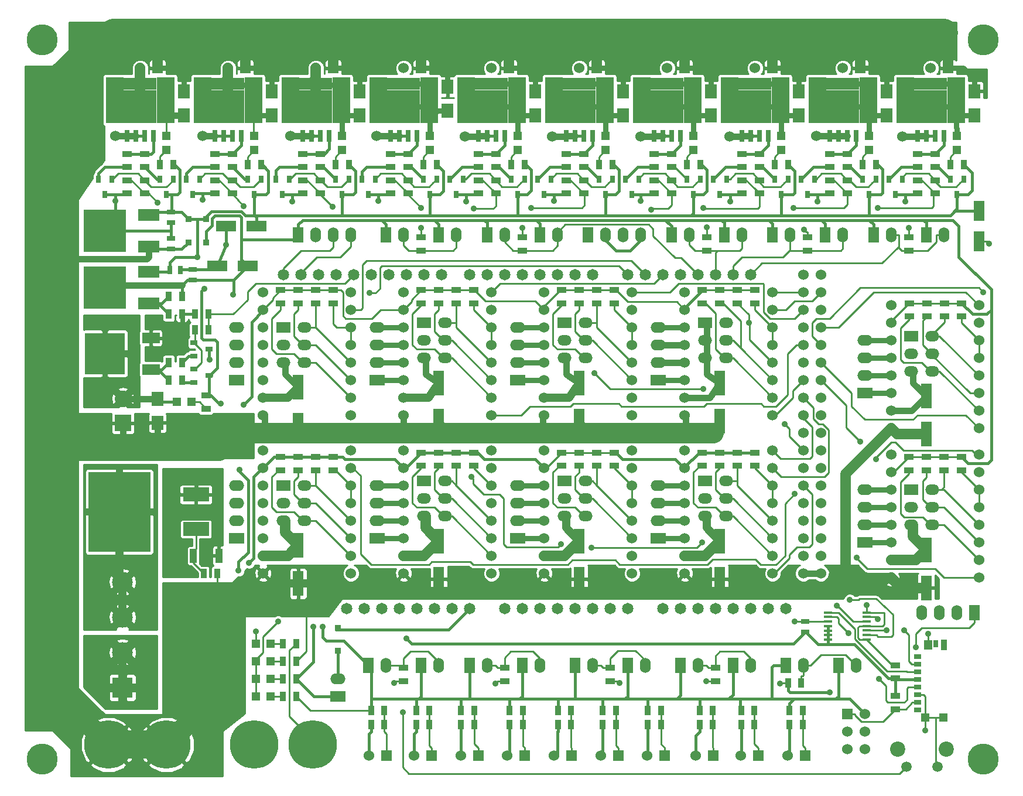
<source format=gtl>
G04 (created by PCBNEW (2013-07-07 BZR 4022)-stable) date 27/01/2014 20:06:07*
%MOIN*%
G04 Gerber Fmt 3.4, Leading zero omitted, Abs format*
%FSLAX34Y34*%
G01*
G70*
G90*
G04 APERTURE LIST*
%ADD10C,0.00590551*%
%ADD11C,0.06*%
%ADD12R,0.055X0.035*%
%ADD13R,0.035X0.055*%
%ADD14R,0.045X0.025*%
%ADD15R,0.025X0.045*%
%ADD16R,0.0866X0.06*%
%ADD17O,0.0866X0.06*%
%ADD18R,0.06X0.0866*%
%ADD19O,0.06X0.0866*%
%ADD20R,0.0787X0.06*%
%ADD21O,0.0787X0.06*%
%ADD22R,0.06X0.06*%
%ADD23R,0.063X0.1417*%
%ADD24R,0.063X0.1181*%
%ADD25R,0.1181X0.063*%
%ADD26R,0.0394X0.0787*%
%ADD27R,0.0335X0.0335*%
%ADD28R,0.0315X0.0394*%
%ADD29R,0.0394X0.0315*%
%ADD30C,0.1772*%
%ADD31R,0.12X0.065*%
%ADD32R,0.24X0.24*%
%ADD33R,0.1496X0.0787*%
%ADD34R,0.3543X0.4528*%
%ADD35C,0.0590551*%
%ADD36C,0.0866142*%
%ADD37C,0.275591*%
%ADD38R,0.0393701X0.0275591*%
%ADD39R,0.0472441X0.0452756*%
%ADD40R,0.0472441X0.0570866*%
%ADD41R,0.0275591X0.0393701*%
%ADD42R,0.0354331X0.0590551*%
%ADD43C,0.0944882*%
%ADD44R,0.0944882X0.0944882*%
%ADD45R,0.1181X0.1181*%
%ADD46C,0.1181*%
%ADD47R,0.0669X0.0827*%
%ADD48R,0.0472X0.0472*%
%ADD49R,0.0512X0.0118*%
%ADD50R,0.0275591X0.0669291*%
%ADD51R,0.102362X0.0866142*%
%ADD52R,0.0944882X0.0708661*%
%ADD53R,0.0472441X0.0472441*%
%ADD54R,0.188976X0.188976*%
%ADD55R,0.023622X0.0354331*%
%ADD56R,0.0354331X0.023622*%
%ADD57R,0.0393701X0.0708661*%
%ADD58R,0.0984X0.0591*%
%ADD59R,0.226378X0.23622*%
%ADD60C,0.065*%
%ADD61C,0.035*%
%ADD62C,0.015*%
%ADD63C,0.116*%
%ADD64C,0.16*%
%ADD65C,0.01*%
%ADD66C,0.045*%
%ADD67C,0.035*%
%ADD68C,0.1*%
%ADD69C,0.06*%
%ADD70C,0.03*%
G04 APERTURE END LIST*
G54D10*
G54D11*
X49500Y27000D03*
X49500Y26000D03*
X49500Y25000D03*
X49500Y24000D03*
X49500Y23000D03*
X49500Y22000D03*
X49500Y21000D03*
X49500Y20000D03*
X54500Y20000D03*
X54500Y21000D03*
X54500Y22000D03*
X54500Y23000D03*
X54500Y24000D03*
X54500Y25000D03*
X54500Y26000D03*
X54500Y27000D03*
X37750Y18750D03*
X37750Y17750D03*
X37750Y16750D03*
X37750Y15750D03*
X37750Y14750D03*
X37750Y13750D03*
X37750Y12750D03*
X37750Y11750D03*
X42750Y11750D03*
X42750Y12750D03*
X42750Y13750D03*
X42750Y14750D03*
X42750Y15750D03*
X42750Y16750D03*
X42750Y17750D03*
X42750Y18750D03*
X29750Y27750D03*
X29750Y26750D03*
X29750Y25750D03*
X29750Y24750D03*
X29750Y23750D03*
X29750Y22750D03*
X29750Y21750D03*
X29750Y20750D03*
X34750Y20750D03*
X34750Y21750D03*
X34750Y22750D03*
X34750Y23750D03*
X34750Y24750D03*
X34750Y25750D03*
X34750Y26750D03*
X34750Y27750D03*
X29750Y18750D03*
X29750Y17750D03*
X29750Y16750D03*
X29750Y15750D03*
X29750Y14750D03*
X29750Y13750D03*
X29750Y12750D03*
X29750Y11750D03*
X34750Y11750D03*
X34750Y12750D03*
X34750Y13750D03*
X34750Y14750D03*
X34750Y15750D03*
X34750Y16750D03*
X34750Y17750D03*
X34750Y18750D03*
X21750Y18750D03*
X21750Y17750D03*
X21750Y16750D03*
X21750Y15750D03*
X21750Y14750D03*
X21750Y13750D03*
X21750Y12750D03*
X21750Y11750D03*
X26750Y11750D03*
X26750Y12750D03*
X26750Y13750D03*
X26750Y14750D03*
X26750Y15750D03*
X26750Y16750D03*
X26750Y17750D03*
X26750Y18750D03*
X13750Y18750D03*
X13750Y17750D03*
X13750Y16750D03*
X13750Y15750D03*
X13750Y14750D03*
X13750Y13750D03*
X13750Y12750D03*
X13750Y11750D03*
X18750Y11750D03*
X18750Y12750D03*
X18750Y13750D03*
X18750Y14750D03*
X18750Y15750D03*
X18750Y16750D03*
X18750Y17750D03*
X18750Y18750D03*
X49500Y18500D03*
X49500Y17500D03*
X49500Y16500D03*
X49500Y15500D03*
X49500Y14500D03*
X49500Y13500D03*
X49500Y12500D03*
X49500Y11500D03*
X54500Y11500D03*
X54500Y12500D03*
X54500Y13500D03*
X54500Y14500D03*
X54500Y15500D03*
X54500Y16500D03*
X54500Y17500D03*
X54500Y18500D03*
X37750Y27750D03*
X37750Y26750D03*
X37750Y25750D03*
X37750Y24750D03*
X37750Y23750D03*
X37750Y22750D03*
X37750Y21750D03*
X37750Y20750D03*
X42750Y20750D03*
X42750Y21750D03*
X42750Y22750D03*
X42750Y23750D03*
X42750Y24750D03*
X42750Y25750D03*
X42750Y26750D03*
X42750Y27750D03*
X21750Y27750D03*
X21750Y26750D03*
X21750Y25750D03*
X21750Y24750D03*
X21750Y23750D03*
X21750Y22750D03*
X21750Y21750D03*
X21750Y20750D03*
X26750Y20750D03*
X26750Y21750D03*
X26750Y22750D03*
X26750Y23750D03*
X26750Y24750D03*
X26750Y25750D03*
X26750Y26750D03*
X26750Y27750D03*
X13750Y27750D03*
X13750Y26750D03*
X13750Y25750D03*
X13750Y24750D03*
X13750Y23750D03*
X13750Y22750D03*
X13750Y21750D03*
X13750Y20750D03*
X18750Y20750D03*
X18750Y21750D03*
X18750Y22750D03*
X18750Y23750D03*
X18750Y24750D03*
X18750Y25750D03*
X18750Y26750D03*
X18750Y27750D03*
G54D12*
X14750Y27125D03*
X14750Y27875D03*
X23750Y27125D03*
X23750Y27875D03*
X24750Y27125D03*
X24750Y27875D03*
X21000Y34125D03*
X21000Y33375D03*
X17750Y27875D03*
X17750Y27125D03*
X31750Y27125D03*
X31750Y27875D03*
X32000Y33375D03*
X32000Y34125D03*
X22750Y27125D03*
X22750Y27875D03*
X25750Y27875D03*
X25750Y27125D03*
X31000Y34125D03*
X31000Y33375D03*
X32750Y27125D03*
X32750Y27875D03*
X42000Y33375D03*
X42000Y34125D03*
X22000Y33375D03*
X22000Y34125D03*
X15750Y27125D03*
X15750Y27875D03*
X16750Y27125D03*
X16750Y27875D03*
X16000Y34125D03*
X16000Y33375D03*
X53500Y18375D03*
X53500Y17625D03*
X50500Y17625D03*
X50500Y18375D03*
X17000Y33375D03*
X17000Y34125D03*
X51500Y17625D03*
X51500Y18375D03*
X52500Y17625D03*
X52500Y18375D03*
X11000Y34125D03*
X11000Y33375D03*
X41750Y18625D03*
X41750Y17875D03*
X38750Y17875D03*
X38750Y18625D03*
X51550Y26375D03*
X51550Y27125D03*
X49750Y4775D03*
X49750Y4025D03*
G54D13*
X10625Y26500D03*
X9875Y26500D03*
G54D12*
X51000Y34125D03*
X51000Y33375D03*
X52000Y33375D03*
X52000Y34125D03*
X26000Y34125D03*
X26000Y33375D03*
X27000Y33375D03*
X27000Y34125D03*
X46000Y34125D03*
X46000Y33375D03*
X53500Y27125D03*
X53500Y26375D03*
X50550Y26375D03*
X50550Y27125D03*
X47000Y33375D03*
X47000Y34125D03*
X37000Y33375D03*
X37000Y34125D03*
X52550Y26375D03*
X52550Y27125D03*
X41000Y34125D03*
X41000Y33375D03*
X41750Y27875D03*
X41750Y27125D03*
X38750Y27125D03*
X38750Y27875D03*
X32750Y17875D03*
X32750Y18625D03*
X39750Y27125D03*
X39750Y27875D03*
X40750Y27125D03*
X40750Y27875D03*
X36000Y34125D03*
X36000Y33375D03*
X33750Y27875D03*
X33750Y27125D03*
X30750Y27125D03*
X30750Y27875D03*
X39500Y6375D03*
X39500Y5625D03*
X39000Y30125D03*
X39000Y30875D03*
G54D13*
X44375Y5500D03*
X43625Y5500D03*
G54D12*
X16750Y17625D03*
X16750Y18375D03*
X21750Y6375D03*
X21750Y5625D03*
X44750Y30125D03*
X44750Y30875D03*
X24750Y17875D03*
X24750Y18625D03*
X23750Y17875D03*
X23750Y18625D03*
X22750Y30125D03*
X22750Y30875D03*
X50500Y30125D03*
X50500Y30875D03*
X28500Y30125D03*
X28500Y30875D03*
X7000Y33375D03*
X7000Y34125D03*
X30750Y17875D03*
X30750Y18625D03*
X17750Y18375D03*
X17750Y17625D03*
X33750Y18625D03*
X33750Y17875D03*
X6000Y34125D03*
X6000Y33375D03*
X22750Y17875D03*
X22750Y18625D03*
X25750Y18625D03*
X25750Y17875D03*
X31750Y17875D03*
X31750Y18625D03*
X15750Y17625D03*
X15750Y18375D03*
X40750Y17875D03*
X40750Y18625D03*
X33500Y6375D03*
X33500Y5625D03*
X14750Y17625D03*
X14750Y18375D03*
X39750Y17875D03*
X39750Y18625D03*
X27500Y6375D03*
X27500Y5625D03*
X12000Y33375D03*
X12000Y34125D03*
G54D14*
X8500Y30200D03*
X8500Y30800D03*
X9750Y28450D03*
X9750Y29050D03*
G54D15*
X8450Y29000D03*
X9050Y29000D03*
G54D14*
X8500Y32300D03*
X8500Y31700D03*
X44600Y8400D03*
X44600Y9000D03*
G54D16*
X12250Y13750D03*
G54D17*
X12250Y14750D03*
X12250Y15750D03*
X12250Y16750D03*
G54D16*
X20250Y22750D03*
G54D17*
X20250Y23750D03*
X20250Y24750D03*
X20250Y25750D03*
G54D16*
X36250Y22750D03*
G54D17*
X36250Y23750D03*
X36250Y24750D03*
X36250Y25750D03*
G54D16*
X48000Y22000D03*
G54D17*
X48000Y23000D03*
X48000Y24000D03*
X48000Y25000D03*
G54D16*
X28250Y22750D03*
G54D17*
X28250Y23750D03*
X28250Y24750D03*
X28250Y25750D03*
G54D18*
X54250Y9500D03*
G54D19*
X53250Y9500D03*
X52250Y9500D03*
X51250Y9500D03*
G54D18*
X32250Y31000D03*
G54D19*
X33250Y31000D03*
X34250Y31000D03*
X35250Y31000D03*
G54D16*
X20250Y13750D03*
G54D17*
X20250Y14750D03*
X20250Y15750D03*
X20250Y16750D03*
G54D16*
X12250Y22750D03*
G54D17*
X12250Y23750D03*
X12250Y24750D03*
X12250Y25750D03*
G54D16*
X36250Y13750D03*
G54D17*
X36250Y14750D03*
X36250Y15750D03*
X36250Y16750D03*
G54D16*
X48000Y13500D03*
G54D17*
X48000Y14500D03*
X48000Y15500D03*
X48000Y16500D03*
G54D16*
X28250Y13750D03*
G54D17*
X28250Y14750D03*
X28250Y15750D03*
X28250Y16750D03*
G54D20*
X14902Y16750D03*
G54D21*
X16098Y16750D03*
X14902Y15750D03*
X16098Y15750D03*
X14902Y14750D03*
X16098Y14750D03*
G54D20*
X30902Y17000D03*
G54D21*
X32098Y17000D03*
X30902Y16000D03*
X32098Y16000D03*
X30902Y15000D03*
X32098Y15000D03*
G54D20*
X38902Y17000D03*
G54D21*
X40098Y17000D03*
X38902Y16000D03*
X40098Y16000D03*
X38902Y15000D03*
X40098Y15000D03*
G54D20*
X50652Y25250D03*
G54D21*
X51848Y25250D03*
X50652Y24250D03*
X51848Y24250D03*
X50652Y23250D03*
X51848Y23250D03*
G54D20*
X22902Y17000D03*
G54D21*
X24098Y17000D03*
X22902Y16000D03*
X24098Y16000D03*
X22902Y15000D03*
X24098Y15000D03*
G54D20*
X38902Y26000D03*
G54D21*
X40098Y26000D03*
X38902Y25000D03*
X40098Y25000D03*
X38902Y24000D03*
X40098Y24000D03*
G54D20*
X14902Y25750D03*
G54D21*
X16098Y25750D03*
X14902Y24750D03*
X16098Y24750D03*
X14902Y23750D03*
X16098Y23750D03*
G54D20*
X30902Y26000D03*
G54D21*
X32098Y26000D03*
X30902Y25000D03*
X32098Y25000D03*
X30902Y24000D03*
X32098Y24000D03*
G54D20*
X22902Y26000D03*
G54D21*
X24098Y26000D03*
X22902Y25000D03*
X24098Y25000D03*
X22902Y24000D03*
X24098Y24000D03*
G54D20*
X50652Y16500D03*
G54D21*
X51848Y16500D03*
X50652Y15500D03*
X51848Y15500D03*
X50652Y14500D03*
X51848Y14500D03*
G54D18*
X48500Y31000D03*
G54D19*
X49500Y31000D03*
G54D18*
X23750Y31000D03*
G54D19*
X24750Y31000D03*
G54D18*
X45750Y31000D03*
G54D19*
X46750Y31000D03*
G54D18*
X37000Y31000D03*
G54D19*
X38000Y31000D03*
G54D18*
X51500Y31000D03*
G54D19*
X52500Y31000D03*
G54D18*
X43500Y6500D03*
G54D19*
X44500Y6500D03*
G54D18*
X42750Y31000D03*
G54D19*
X43750Y31000D03*
G54D18*
X29500Y31000D03*
G54D19*
X30500Y31000D03*
G54D18*
X46500Y6500D03*
G54D19*
X47500Y6500D03*
G54D18*
X20750Y31000D03*
G54D19*
X21750Y31000D03*
G54D18*
X37500Y6500D03*
G54D19*
X38500Y6500D03*
G54D18*
X40500Y6500D03*
G54D19*
X41500Y6500D03*
G54D18*
X26500Y31000D03*
G54D19*
X27500Y31000D03*
G54D18*
X22750Y6500D03*
G54D19*
X23750Y6500D03*
G54D18*
X40000Y31000D03*
G54D19*
X41000Y31000D03*
G54D18*
X31500Y6500D03*
G54D19*
X32500Y6500D03*
G54D18*
X34500Y6500D03*
G54D19*
X35500Y6500D03*
G54D18*
X19750Y6500D03*
G54D19*
X20750Y6500D03*
G54D18*
X25500Y6500D03*
G54D19*
X26500Y6500D03*
G54D18*
X28500Y6500D03*
G54D19*
X29500Y6500D03*
G54D22*
X23334Y1377D03*
G54D11*
X22334Y1377D03*
G54D22*
X25992Y1377D03*
G54D11*
X24992Y1377D03*
G54D22*
X7750Y40500D03*
G54D11*
X6750Y40500D03*
G54D22*
X20775Y1377D03*
G54D11*
X19775Y1377D03*
G54D22*
X22750Y40500D03*
G54D11*
X21750Y40500D03*
G54D22*
X27750Y40500D03*
G54D11*
X26750Y40500D03*
G54D22*
X17750Y40500D03*
G54D11*
X16750Y40500D03*
G54D22*
X12750Y40500D03*
G54D11*
X11750Y40500D03*
G54D22*
X52750Y40500D03*
G54D11*
X51750Y40500D03*
G54D22*
X39377Y1377D03*
G54D11*
X38377Y1377D03*
G54D22*
X37750Y40500D03*
G54D11*
X36750Y40500D03*
G54D22*
X42750Y40500D03*
G54D11*
X41750Y40500D03*
G54D22*
X47750Y40500D03*
G54D11*
X46750Y40500D03*
G54D22*
X44594Y1377D03*
G54D11*
X43594Y1377D03*
G54D22*
X41937Y1377D03*
G54D11*
X40937Y1377D03*
G54D22*
X36622Y1377D03*
G54D11*
X35622Y1377D03*
G54D22*
X33964Y1377D03*
G54D11*
X32964Y1377D03*
G54D22*
X32750Y40500D03*
G54D11*
X31750Y40500D03*
G54D22*
X31307Y1377D03*
G54D11*
X30307Y1377D03*
G54D22*
X28649Y1377D03*
G54D11*
X27649Y1377D03*
G54D23*
X31750Y20417D03*
X31750Y22583D03*
X51500Y19667D03*
X51500Y21833D03*
X31750Y11417D03*
X31750Y13583D03*
X23750Y11417D03*
X23750Y13583D03*
X51500Y10917D03*
X51500Y13083D03*
X39750Y20417D03*
X39750Y22583D03*
X23750Y20417D03*
X23750Y22583D03*
X39750Y11417D03*
X39750Y13583D03*
X15750Y20167D03*
X15750Y22333D03*
X15750Y11167D03*
X15750Y13333D03*
G54D24*
X54500Y32366D03*
X54500Y30634D03*
G54D25*
X13366Y31500D03*
X11634Y31500D03*
X12866Y29250D03*
X11134Y29250D03*
G54D26*
X11228Y12750D03*
X9772Y12750D03*
G54D27*
X10500Y31909D03*
X10500Y30591D03*
X9500Y30591D03*
X9500Y31909D03*
G54D28*
X23250Y33317D03*
X22875Y34183D03*
X23625Y34183D03*
X53250Y33317D03*
X52875Y34183D03*
X53625Y34183D03*
X49750Y33317D03*
X49375Y34183D03*
X50125Y34183D03*
X28250Y33317D03*
X27875Y34183D03*
X28625Y34183D03*
X24750Y33317D03*
X24375Y34183D03*
X25125Y34183D03*
X48250Y33317D03*
X47875Y34183D03*
X48625Y34183D03*
X44750Y33317D03*
X44375Y34183D03*
X45125Y34183D03*
X43250Y33317D03*
X42875Y34183D03*
X43625Y34183D03*
X39750Y33317D03*
X39375Y34183D03*
X40125Y34183D03*
X38250Y33317D03*
X37875Y34183D03*
X38625Y34183D03*
X34750Y33317D03*
X34375Y34183D03*
X35125Y34183D03*
X33250Y33317D03*
X32875Y34183D03*
X33625Y34183D03*
X29750Y33317D03*
X29375Y34183D03*
X30125Y34183D03*
G54D29*
X10683Y24500D03*
X9817Y24125D03*
X9817Y24875D03*
G54D28*
X19750Y33317D03*
X19375Y34183D03*
X20125Y34183D03*
X18250Y33317D03*
X17875Y34183D03*
X18625Y34183D03*
X14850Y33317D03*
X14475Y34183D03*
X15225Y34183D03*
X13250Y33317D03*
X12875Y34183D03*
X13625Y34183D03*
X9750Y33317D03*
X9375Y34183D03*
X10125Y34183D03*
X8250Y33317D03*
X7875Y34183D03*
X8625Y34183D03*
X4750Y33317D03*
X4375Y34183D03*
X5125Y34183D03*
G54D29*
X10683Y23000D03*
X9817Y22625D03*
X9817Y23375D03*
G54D30*
X1181Y1181D03*
X1181Y42125D03*
X54724Y42125D03*
X54724Y1181D03*
G54D13*
X10375Y11750D03*
X11125Y11750D03*
X10625Y25600D03*
X9875Y25600D03*
G54D31*
X7250Y30350D03*
G54D32*
X4750Y31250D03*
G54D31*
X7250Y32150D03*
X7250Y27100D03*
G54D32*
X4750Y28000D03*
G54D31*
X7250Y28900D03*
G54D33*
X9935Y14266D03*
X9935Y16234D03*
G54D34*
X5565Y15250D03*
G54D35*
X50364Y750D03*
X52135Y750D03*
G54D36*
X49872Y1734D03*
X52627Y1734D03*
G54D37*
X8250Y2000D03*
X4942Y2000D03*
X13250Y2000D03*
X16557Y2000D03*
G54D38*
X51000Y5283D03*
X51000Y4850D03*
X51000Y4417D03*
X51000Y3984D03*
X51000Y5716D03*
X51000Y6149D03*
X51000Y6582D03*
X51000Y7015D03*
G54D39*
X51452Y3551D03*
X52456Y3551D03*
G54D40*
X51590Y7665D03*
G54D41*
X52043Y7763D03*
G54D42*
X52496Y7665D03*
G54D27*
X18000Y8659D03*
X18000Y7341D03*
G54D43*
X5775Y21688D03*
G54D44*
X5775Y20311D03*
G54D16*
X18000Y4750D03*
G54D17*
X18000Y5750D03*
G54D45*
X5750Y5250D03*
G54D46*
X5750Y7250D03*
X5750Y9250D03*
X5750Y11250D03*
G54D13*
X43719Y3937D03*
X44469Y3937D03*
X40963Y3937D03*
X41713Y3937D03*
X38601Y3937D03*
X39351Y3937D03*
X35648Y3937D03*
X36398Y3937D03*
X33089Y3937D03*
X33839Y3937D03*
X30530Y3937D03*
X31280Y3937D03*
X27774Y3937D03*
X28524Y3937D03*
X25018Y3937D03*
X25768Y3937D03*
X22459Y3937D03*
X23209Y3937D03*
X19900Y3937D03*
X20650Y3937D03*
X33839Y3149D03*
X33089Y3149D03*
X20650Y3149D03*
X19900Y3149D03*
G54D12*
X49750Y5775D03*
X49750Y6525D03*
G54D13*
X36398Y3149D03*
X35648Y3149D03*
X25768Y3149D03*
X25018Y3149D03*
X39351Y3149D03*
X38601Y3149D03*
X28524Y3149D03*
X27774Y3149D03*
X31280Y3149D03*
X30530Y3149D03*
X44469Y3149D03*
X43719Y3149D03*
X23209Y3149D03*
X22459Y3149D03*
X41713Y3149D03*
X40963Y3149D03*
G54D47*
X9250Y39181D03*
X9250Y37819D03*
G54D12*
X6000Y34875D03*
X6000Y35625D03*
X17000Y34875D03*
X17000Y35625D03*
X16000Y35625D03*
X16000Y34875D03*
G54D13*
X23625Y35000D03*
X22875Y35000D03*
G54D12*
X7000Y35625D03*
X7000Y34875D03*
G54D13*
X38625Y35000D03*
X37875Y35000D03*
G54D12*
X12000Y34875D03*
X12000Y35625D03*
X11000Y35625D03*
X11000Y34875D03*
G54D13*
X13625Y35000D03*
X12875Y35000D03*
G54D12*
X41000Y35625D03*
X41000Y34875D03*
G54D13*
X53625Y35000D03*
X52875Y35000D03*
G54D12*
X51000Y35625D03*
X51000Y34875D03*
X52000Y34875D03*
X52000Y35625D03*
G54D13*
X28625Y35000D03*
X27875Y35000D03*
G54D12*
X26000Y35625D03*
X26000Y34875D03*
X27000Y34875D03*
X27000Y35625D03*
G54D13*
X43625Y35000D03*
X42875Y35000D03*
G54D12*
X46000Y35625D03*
X46000Y34875D03*
X47000Y34875D03*
X47000Y35625D03*
G54D13*
X48625Y35000D03*
X47875Y35000D03*
G54D12*
X22000Y34875D03*
X22000Y35625D03*
X42000Y34875D03*
X42000Y35625D03*
G54D13*
X8625Y35000D03*
X7875Y35000D03*
G54D12*
X36000Y35625D03*
X36000Y34875D03*
X37000Y34875D03*
X37000Y35625D03*
G54D13*
X33625Y35000D03*
X32875Y35000D03*
G54D12*
X31000Y35625D03*
X31000Y34875D03*
X32000Y34875D03*
X32000Y35625D03*
G54D13*
X18625Y35000D03*
X17875Y35000D03*
G54D12*
X21000Y35625D03*
X21000Y34875D03*
G54D13*
X8375Y23750D03*
X9125Y23750D03*
X9125Y22750D03*
X8375Y22750D03*
G54D48*
X8250Y35837D03*
X8250Y36663D03*
G54D12*
X10500Y21875D03*
X10500Y21125D03*
G54D48*
X18250Y35837D03*
X18250Y36663D03*
X43250Y35837D03*
X43250Y36663D03*
X53250Y35837D03*
X53250Y36663D03*
X28250Y35837D03*
X28250Y36663D03*
G54D47*
X7750Y20319D03*
X7750Y21681D03*
X24250Y39431D03*
X24250Y38069D03*
X19250Y39181D03*
X19250Y37819D03*
X44250Y39181D03*
X44250Y37819D03*
X54250Y39181D03*
X54250Y37819D03*
X29250Y39181D03*
X29250Y37819D03*
G54D48*
X23250Y35837D03*
X23250Y36663D03*
G54D47*
X39250Y39181D03*
X39250Y37819D03*
G54D48*
X48250Y35837D03*
X48250Y36663D03*
X38250Y35837D03*
X38250Y36663D03*
G54D47*
X49250Y39181D03*
X49250Y37819D03*
X34250Y39181D03*
X34250Y37819D03*
G54D48*
X33250Y35837D03*
X33250Y36663D03*
X9663Y21500D03*
X8837Y21500D03*
G54D47*
X14250Y39181D03*
X14250Y37819D03*
G54D48*
X13250Y35837D03*
X13250Y36663D03*
G54D13*
X15625Y6750D03*
X14875Y6750D03*
X15625Y5750D03*
X14875Y5750D03*
X15625Y4750D03*
X14875Y4750D03*
X9125Y27500D03*
X8375Y27500D03*
X8375Y26500D03*
X9125Y26500D03*
G54D18*
X15750Y31000D03*
G54D19*
X16750Y31000D03*
X17750Y31000D03*
X18750Y31000D03*
G54D49*
X48100Y7990D03*
X48100Y8240D03*
X48100Y8500D03*
X48100Y8750D03*
X48100Y9010D03*
X48100Y9265D03*
X48100Y9520D03*
X45900Y9520D03*
X45900Y9265D03*
X45900Y9010D03*
X45900Y8750D03*
X45900Y8495D03*
X45900Y8240D03*
X45900Y7985D03*
G54D50*
X51000Y36650D03*
X51500Y36650D03*
X52000Y36650D03*
X52500Y36650D03*
G54D51*
X50293Y39545D03*
X50293Y38679D03*
X50293Y37812D03*
G54D52*
X51277Y39624D03*
X52222Y39624D03*
G54D51*
X53206Y39545D03*
X53206Y38679D03*
X53206Y37812D03*
G54D53*
X51277Y37852D03*
X52222Y37852D03*
X51277Y38797D03*
X52222Y38797D03*
G54D54*
X51750Y38324D03*
G54D50*
X31000Y36650D03*
X31500Y36650D03*
X32000Y36650D03*
X32500Y36650D03*
G54D51*
X30293Y39545D03*
X30293Y38679D03*
X30293Y37812D03*
G54D52*
X31277Y39624D03*
X32222Y39624D03*
G54D51*
X33206Y39545D03*
X33206Y38679D03*
X33206Y37812D03*
G54D53*
X31277Y37852D03*
X32222Y37852D03*
X31277Y38797D03*
X32222Y38797D03*
G54D54*
X31750Y38324D03*
G54D50*
X36000Y36650D03*
X36500Y36650D03*
X37000Y36650D03*
X37500Y36650D03*
G54D51*
X35293Y39545D03*
X35293Y38679D03*
X35293Y37812D03*
G54D52*
X36277Y39624D03*
X37222Y39624D03*
G54D51*
X38206Y39545D03*
X38206Y38679D03*
X38206Y37812D03*
G54D53*
X36277Y37852D03*
X37222Y37852D03*
X36277Y38797D03*
X37222Y38797D03*
G54D54*
X36750Y38324D03*
G54D50*
X46000Y36650D03*
X46500Y36650D03*
X47000Y36650D03*
X47500Y36650D03*
G54D51*
X45293Y39545D03*
X45293Y38679D03*
X45293Y37812D03*
G54D52*
X46277Y39624D03*
X47222Y39624D03*
G54D51*
X48206Y39545D03*
X48206Y38679D03*
X48206Y37812D03*
G54D53*
X46277Y37852D03*
X47222Y37852D03*
X46277Y38797D03*
X47222Y38797D03*
G54D54*
X46750Y38324D03*
G54D50*
X41000Y36650D03*
X41500Y36650D03*
X42000Y36650D03*
X42500Y36650D03*
G54D51*
X40293Y39545D03*
X40293Y38679D03*
X40293Y37812D03*
G54D52*
X41277Y39624D03*
X42222Y39624D03*
G54D51*
X43206Y39545D03*
X43206Y38679D03*
X43206Y37812D03*
G54D53*
X41277Y37852D03*
X42222Y37852D03*
X41277Y38797D03*
X42222Y38797D03*
G54D54*
X41750Y38324D03*
G54D50*
X26000Y36650D03*
X26500Y36650D03*
X27000Y36650D03*
X27500Y36650D03*
G54D51*
X25293Y39545D03*
X25293Y38679D03*
X25293Y37812D03*
G54D52*
X26277Y39624D03*
X27222Y39624D03*
G54D51*
X28206Y39545D03*
X28206Y38679D03*
X28206Y37812D03*
G54D53*
X26277Y37852D03*
X27222Y37852D03*
X26277Y38797D03*
X27222Y38797D03*
G54D54*
X26750Y38324D03*
G54D50*
X16000Y36650D03*
X16500Y36650D03*
X17000Y36650D03*
X17500Y36650D03*
G54D51*
X15293Y39545D03*
X15293Y38679D03*
X15293Y37812D03*
G54D52*
X16277Y39624D03*
X17222Y39624D03*
G54D51*
X18206Y39545D03*
X18206Y38679D03*
X18206Y37812D03*
G54D53*
X16277Y37852D03*
X17222Y37852D03*
X16277Y38797D03*
X17222Y38797D03*
G54D54*
X16750Y38324D03*
G54D50*
X21000Y36650D03*
X21500Y36650D03*
X22000Y36650D03*
X22500Y36650D03*
G54D51*
X20293Y39545D03*
X20293Y38679D03*
X20293Y37812D03*
G54D52*
X21277Y39624D03*
X22222Y39624D03*
G54D51*
X23206Y39545D03*
X23206Y38679D03*
X23206Y37812D03*
G54D53*
X21277Y37852D03*
X22222Y37852D03*
X21277Y38797D03*
X22222Y38797D03*
G54D54*
X21750Y38324D03*
G54D50*
X11000Y36650D03*
X11500Y36650D03*
X12000Y36650D03*
X12500Y36650D03*
G54D51*
X10293Y39545D03*
X10293Y38679D03*
X10293Y37812D03*
G54D52*
X11277Y39624D03*
X12222Y39624D03*
G54D51*
X13206Y39545D03*
X13206Y38679D03*
X13206Y37812D03*
G54D53*
X11277Y37852D03*
X12222Y37852D03*
X11277Y38797D03*
X12222Y38797D03*
G54D54*
X11750Y38324D03*
G54D55*
X7399Y38895D03*
X6966Y38895D03*
X6100Y38895D03*
G54D56*
X7202Y38265D03*
X6297Y38265D03*
X6750Y38265D03*
X6750Y37931D03*
G54D50*
X6000Y36650D03*
X6500Y36650D03*
X7000Y36650D03*
X7500Y36650D03*
G54D51*
X5293Y39545D03*
X5293Y38679D03*
X5293Y37812D03*
G54D52*
X6277Y39624D03*
X7222Y39624D03*
G54D51*
X8206Y39545D03*
X8206Y38679D03*
X8206Y37812D03*
G54D56*
X6297Y37596D03*
X7202Y37596D03*
X6297Y37931D03*
X7202Y37931D03*
G54D54*
X6750Y38324D03*
G54D56*
X6750Y37596D03*
G54D55*
X6533Y38895D03*
G54D57*
X4740Y25037D03*
X4740Y24250D03*
X4740Y23462D03*
X3834Y23462D03*
X3834Y24250D03*
X3834Y25037D03*
X5645Y25037D03*
X5645Y24250D03*
G54D58*
X7358Y23354D03*
X7358Y25146D03*
G54D59*
X4740Y24250D03*
G54D57*
X5645Y23462D03*
G54D22*
X47000Y3750D03*
G54D11*
X48000Y3750D03*
X47000Y2750D03*
X48000Y2750D03*
X47000Y1750D03*
X48000Y1750D03*
G54D13*
X15625Y7750D03*
X14875Y7750D03*
G54D48*
X13337Y7750D03*
X14163Y7750D03*
X14163Y6750D03*
X13337Y6750D03*
X14163Y5750D03*
X13337Y5750D03*
X14163Y4750D03*
X13337Y4750D03*
G54D60*
X34500Y28750D03*
X35500Y28750D03*
X36500Y28750D03*
X37500Y28750D03*
X38500Y28750D03*
X39500Y28750D03*
X40500Y28750D03*
X41500Y28750D03*
X43500Y9750D03*
X42500Y9750D03*
X41500Y9750D03*
X40500Y9750D03*
X36500Y9750D03*
X34500Y9750D03*
X33500Y9750D03*
X37500Y9750D03*
X38500Y9750D03*
X39500Y9750D03*
X32500Y9750D03*
X31500Y9750D03*
X30500Y9750D03*
X27500Y9750D03*
X28500Y9750D03*
X29500Y9750D03*
X25500Y9750D03*
X24500Y9750D03*
X23500Y9750D03*
X21500Y9750D03*
X20500Y9750D03*
X32500Y28750D03*
X31500Y28750D03*
X30500Y28750D03*
X29500Y28750D03*
X28500Y28750D03*
X27500Y28750D03*
X26500Y28750D03*
X25500Y28750D03*
X23900Y28750D03*
X22900Y28750D03*
X21900Y28750D03*
X20900Y28750D03*
X19900Y28750D03*
X18900Y28750D03*
X17900Y28750D03*
X16900Y28750D03*
X22500Y9750D03*
G54D11*
X44500Y27750D03*
X45500Y27750D03*
X44500Y26750D03*
X45500Y26750D03*
X44500Y25750D03*
X45500Y25750D03*
X44500Y24750D03*
X45500Y24750D03*
X44500Y28750D03*
X45500Y28750D03*
X45500Y23750D03*
X44500Y23750D03*
X44500Y22750D03*
X45500Y22750D03*
X44500Y21750D03*
X45500Y21750D03*
X44500Y20750D03*
X45500Y20750D03*
X44500Y19750D03*
X45500Y19750D03*
X44500Y18750D03*
X45500Y18750D03*
X44500Y17750D03*
X45500Y17750D03*
X44500Y16750D03*
X45500Y16750D03*
X44500Y15750D03*
X45500Y15750D03*
X44500Y14750D03*
X45500Y14750D03*
X44500Y13750D03*
X45500Y13750D03*
X44500Y12750D03*
X45500Y12750D03*
X44500Y11750D03*
X45500Y11750D03*
G54D60*
X15900Y28750D03*
X14900Y28750D03*
X19500Y9750D03*
X18500Y9750D03*
G54D61*
X16600Y8700D03*
X12350Y11900D03*
X12400Y17650D03*
X11350Y21400D03*
X10000Y29750D03*
X10400Y27950D03*
G54D11*
X8000Y42500D03*
X12750Y42500D03*
X18000Y42500D03*
X22750Y42500D03*
X28000Y42500D03*
X32750Y42500D03*
X38000Y42500D03*
X42750Y42500D03*
X48000Y42500D03*
X52500Y42500D03*
X2971Y3971D03*
X1500Y17000D03*
X1500Y14500D03*
X1500Y12500D03*
X1500Y10500D03*
X1500Y8000D03*
X1500Y5500D03*
X5000Y42500D03*
X3000Y40500D03*
X1500Y39000D03*
X1500Y36500D03*
X1500Y34500D03*
X1500Y32000D03*
X1500Y30000D03*
X1500Y28000D03*
X1500Y26000D03*
X1500Y24000D03*
X1500Y22000D03*
X1500Y19500D03*
G54D61*
X21900Y8050D03*
X12650Y21350D03*
X17150Y8700D03*
X12950Y12350D03*
X12050Y27600D03*
X13350Y8450D03*
X7750Y32850D03*
X29000Y32550D03*
X12650Y32650D03*
X35850Y32450D03*
X17700Y32600D03*
X38800Y32550D03*
X22750Y32550D03*
X43950Y32550D03*
X25750Y32500D03*
X48750Y32550D03*
G54D11*
X50150Y36600D03*
X45250Y36650D03*
X40300Y36600D03*
X35250Y36600D03*
X30200Y36600D03*
X25250Y36600D03*
X20200Y36650D03*
X15300Y36650D03*
X10300Y36650D03*
X5350Y36650D03*
G54D61*
X8500Y25000D03*
X7500Y24500D03*
X7250Y24000D03*
X7750Y24000D03*
X8250Y24500D03*
X8750Y24500D03*
X9250Y24500D03*
X9250Y25000D03*
X9250Y25750D03*
X8750Y25750D03*
X8250Y25750D03*
X7750Y26000D03*
X7250Y26000D03*
X11250Y14750D03*
X11250Y14000D03*
X10500Y12750D03*
X10750Y13500D03*
X9000Y12250D03*
X8250Y12250D03*
X8750Y11750D03*
X8250Y13250D03*
X8750Y12750D03*
X8750Y13750D03*
X9500Y11750D03*
X9550Y13500D03*
X11250Y16750D03*
X11250Y15750D03*
X8750Y14750D03*
X9250Y15250D03*
X10000Y15250D03*
X10750Y15250D03*
X9250Y17250D03*
X10000Y17250D03*
X10750Y17250D03*
X8750Y16750D03*
X8250Y17250D03*
X8250Y14250D03*
X8750Y15750D03*
X8250Y16250D03*
X8250Y15250D03*
X46010Y4980D03*
X48100Y9960D03*
X51600Y8300D03*
X44000Y9000D03*
X11650Y30450D03*
X10700Y23900D03*
X51450Y2800D03*
X22750Y31400D03*
X28500Y31400D03*
X5350Y32950D03*
X50500Y31400D03*
X39000Y31450D03*
X14600Y9000D03*
X50300Y32900D03*
X45300Y32900D03*
X40350Y32900D03*
X35250Y32950D03*
X30300Y32950D03*
X25300Y32900D03*
X20300Y32950D03*
X15400Y32900D03*
X10300Y33000D03*
X21215Y5526D03*
X26965Y5495D03*
X55077Y30501D03*
X44530Y31305D03*
X43183Y5480D03*
X38962Y5616D03*
X34040Y5526D03*
X50900Y7550D03*
X47080Y8340D03*
X54750Y27750D03*
X32600Y23150D03*
X38800Y22250D03*
X19800Y27700D03*
X32450Y13200D03*
X30700Y13400D03*
X38750Y13500D03*
X25600Y17250D03*
X44000Y16270D03*
X43440Y20240D03*
X47550Y12650D03*
X47750Y19250D03*
X48650Y18250D03*
X48800Y5750D03*
X48750Y9150D03*
X50250Y8500D03*
X49250Y8500D03*
X41400Y26000D03*
X21700Y3850D03*
X46420Y9910D03*
X47150Y10240D03*
X45500Y12750D03*
G54D62*
X12400Y17650D02*
X12400Y17550D01*
X15625Y5750D02*
X16600Y6725D01*
X16600Y6725D02*
X16600Y8700D01*
X10775Y21875D02*
X10500Y21875D01*
X12350Y12400D02*
X12350Y11900D01*
X11250Y21400D02*
X11350Y21400D01*
X10775Y21875D02*
X11250Y21400D01*
X12900Y12950D02*
X12350Y12400D01*
X12900Y17050D02*
X12900Y12950D01*
X12400Y17550D02*
X12900Y17050D01*
X15625Y5750D02*
X16625Y4750D01*
X16625Y4750D02*
X18000Y4750D01*
X10683Y23000D02*
X10683Y22058D01*
X10683Y22058D02*
X10500Y21875D01*
X10500Y31909D02*
X10500Y32050D01*
X12750Y32100D02*
X13265Y32100D01*
X12500Y32350D02*
X12750Y32100D01*
X10800Y32350D02*
X12500Y32350D01*
X10500Y32050D02*
X10800Y32350D01*
X10000Y29750D02*
X9600Y29750D01*
X8750Y29750D02*
X9600Y29750D01*
X8450Y29450D02*
X8750Y29750D01*
X8450Y29450D02*
X8450Y29000D01*
X10683Y23000D02*
X10700Y23000D01*
X10000Y29750D02*
X10000Y30150D01*
X10250Y27800D02*
X10400Y27950D01*
X10250Y25150D02*
X10250Y27800D01*
X10350Y25050D02*
X10250Y25150D01*
X11000Y25050D02*
X10350Y25050D01*
X11150Y24900D02*
X11000Y25050D01*
X11150Y23450D02*
X11150Y24900D01*
X10700Y23000D02*
X11150Y23450D01*
X10000Y31909D02*
X10000Y30150D01*
X10500Y31909D02*
X10000Y31909D01*
X10000Y31909D02*
X9500Y31909D01*
X8500Y32300D02*
X9109Y32300D01*
X9109Y32300D02*
X9500Y31909D01*
X8500Y32300D02*
X8550Y32350D01*
X8550Y32350D02*
X8550Y33317D01*
X7250Y32150D02*
X7400Y32300D01*
X7400Y32300D02*
X8500Y32300D01*
X10683Y23000D02*
X10800Y23000D01*
X13366Y31450D02*
X13366Y31999D01*
X13366Y31999D02*
X13265Y32100D01*
X13265Y32100D02*
X13250Y32115D01*
X7250Y28900D02*
X8350Y28900D01*
X8350Y28900D02*
X8450Y29000D01*
X53250Y32500D02*
X53000Y32250D01*
X53250Y33317D02*
X53250Y32500D01*
X53116Y32365D02*
X54500Y32365D01*
X53000Y32250D02*
X53116Y32365D01*
X33250Y33317D02*
X33250Y32115D01*
X28250Y33317D02*
X28250Y32115D01*
X38250Y32250D02*
X38116Y32115D01*
X38250Y33317D02*
X38250Y32250D01*
X43250Y32182D02*
X43316Y32115D01*
X43250Y33317D02*
X43250Y32182D01*
X48250Y33317D02*
X48250Y32115D01*
X23250Y33317D02*
X23250Y32115D01*
X18250Y32115D02*
X18250Y33317D01*
X13250Y33317D02*
X13250Y32115D01*
X18867Y33317D02*
X18250Y33317D01*
X19000Y33450D02*
X18867Y33317D01*
X19000Y34650D02*
X19000Y33450D01*
X18650Y35000D02*
X19000Y34650D01*
X18625Y35000D02*
X18650Y35000D01*
X13917Y33317D02*
X13250Y33317D01*
X14050Y33450D02*
X13917Y33317D01*
X14050Y34650D02*
X14050Y33450D01*
X13700Y35000D02*
X14050Y34650D01*
X13625Y35000D02*
X13700Y35000D01*
X8867Y33317D02*
X8550Y33317D01*
X8625Y35000D02*
X8700Y35000D01*
X8700Y35000D02*
X9000Y34700D01*
X9000Y34700D02*
X9000Y33450D01*
X9000Y33450D02*
X8867Y33317D01*
X8550Y33317D02*
X8500Y33317D01*
X8500Y33317D02*
X8250Y33317D01*
X13250Y32115D02*
X18250Y32115D01*
X18250Y32115D02*
X23250Y32115D01*
X43316Y32115D02*
X48250Y32115D01*
X38116Y32115D02*
X43316Y32115D01*
X23250Y32115D02*
X28250Y32115D01*
X28250Y32115D02*
X33250Y32115D01*
X33250Y32115D02*
X38116Y32115D01*
X52750Y32115D02*
X52768Y32115D01*
X52866Y32115D02*
X53000Y32250D01*
X52768Y32115D02*
X52866Y32115D01*
X48250Y32115D02*
X52750Y32115D01*
X52750Y32115D02*
X52768Y32115D01*
X33816Y33317D02*
X33250Y33317D01*
X34000Y33500D02*
X33816Y33317D01*
X34000Y34700D02*
X34000Y33500D01*
X33700Y35000D02*
X34000Y34700D01*
X33625Y35000D02*
X33700Y35000D01*
X33625Y35000D02*
X33625Y35000D01*
X48916Y33317D02*
X48250Y33317D01*
X49000Y33400D02*
X48916Y33317D01*
X49000Y34750D02*
X49000Y33400D01*
X48750Y35000D02*
X49000Y34750D01*
X48625Y35000D02*
X48750Y35000D01*
X48625Y35000D02*
X48625Y35000D01*
X43916Y33317D02*
X43250Y33317D01*
X44000Y33400D02*
X43916Y33317D01*
X44000Y34650D02*
X44000Y33400D01*
X43650Y35000D02*
X44000Y34650D01*
X43625Y35000D02*
X43650Y35000D01*
X43625Y35000D02*
X43625Y35000D01*
X28766Y33317D02*
X28250Y33317D01*
X29000Y33550D02*
X28766Y33317D01*
X29000Y34700D02*
X29000Y33550D01*
X28700Y35000D02*
X29000Y34700D01*
X28625Y35000D02*
X28700Y35000D01*
X28625Y35000D02*
X28625Y35000D01*
X53866Y33317D02*
X53250Y33317D01*
X54100Y33550D02*
X53866Y33317D01*
X54100Y34550D02*
X54100Y33550D01*
X53650Y35000D02*
X54100Y34550D01*
X53625Y35000D02*
X53650Y35000D01*
X53625Y35000D02*
X53625Y35000D01*
X38816Y33317D02*
X38250Y33317D01*
X39000Y33500D02*
X38816Y33317D01*
X39000Y34700D02*
X39000Y33500D01*
X38700Y35000D02*
X39000Y34700D01*
X38625Y35000D02*
X38700Y35000D01*
X38625Y35000D02*
X38625Y35000D01*
X23816Y33317D02*
X23250Y33317D01*
X24000Y33500D02*
X23816Y33317D01*
X24000Y34650D02*
X24000Y33500D01*
X23650Y35000D02*
X24000Y34650D01*
X23625Y35000D02*
X23650Y35000D01*
X23625Y35000D02*
X23625Y35000D01*
G54D63*
X8000Y42500D02*
X12750Y42500D01*
X18000Y42500D02*
X22750Y42500D01*
X28000Y42500D02*
X32750Y42500D01*
X38000Y42500D02*
X42750Y42500D01*
X48000Y42500D02*
X52500Y42500D01*
X4942Y2000D02*
X2971Y3971D01*
X2971Y3971D02*
X1500Y5442D01*
X1500Y17000D02*
X1500Y18750D01*
X1500Y12500D02*
X1500Y14500D01*
X1500Y8000D02*
X1500Y10500D01*
X1500Y5442D02*
X1500Y5500D01*
X1500Y18750D02*
X1500Y19500D01*
G54D64*
X7750Y42500D02*
X5250Y42500D01*
G54D63*
X5000Y42500D02*
X5250Y42500D01*
X1500Y39000D02*
X3000Y40500D01*
X1500Y34500D02*
X1500Y36500D01*
X1500Y30000D02*
X1500Y32000D01*
X1500Y26000D02*
X1500Y28000D01*
X1500Y22000D02*
X1500Y24000D01*
G54D65*
X16200Y8700D02*
X16200Y9950D01*
X15625Y6750D02*
X16200Y7325D01*
X16200Y7325D02*
X16200Y8450D01*
X16200Y8450D02*
X16200Y8700D01*
X16200Y9950D02*
X17000Y10750D01*
X11125Y11750D02*
X11125Y10375D01*
X11125Y10375D02*
X11000Y10250D01*
G54D66*
X15750Y11167D02*
X15167Y11167D01*
X15167Y11167D02*
X14250Y10250D01*
X15750Y11167D02*
X16333Y11167D01*
X46150Y10750D02*
X46875Y11475D01*
X18750Y10750D02*
X17000Y10750D01*
X17000Y10750D02*
X16750Y10750D01*
X18750Y10750D02*
X46150Y10750D01*
X16333Y11167D02*
X16750Y10750D01*
G54D63*
X10500Y4250D02*
X10500Y9750D01*
X8250Y2000D02*
X10500Y4250D01*
X10500Y9750D02*
X11000Y10250D01*
X11000Y10250D02*
X14250Y10250D01*
X14250Y10250D02*
X14500Y10250D01*
G54D65*
X11125Y11750D02*
X11250Y11625D01*
G54D67*
X7750Y20319D02*
X7750Y18750D01*
G54D68*
X7750Y18750D02*
X7800Y18750D01*
G54D67*
X5775Y20311D02*
X5775Y18750D01*
X5775Y18750D02*
X6136Y18750D01*
X39750Y11417D02*
X39750Y11180D01*
X31750Y11417D02*
X31763Y11417D01*
X23750Y11417D02*
X23750Y11130D01*
X39750Y20417D02*
X39360Y20027D01*
G54D63*
X39360Y19750D02*
X37810Y19750D01*
G54D67*
X39360Y20027D02*
X39360Y19750D01*
X31750Y20417D02*
X32417Y19750D01*
X32417Y19750D02*
X32460Y19750D01*
X23750Y20417D02*
X24417Y19750D01*
X24417Y19750D02*
X24540Y19750D01*
X23750Y20417D02*
X23620Y20287D01*
X23620Y19750D02*
X23750Y20417D01*
X23620Y20287D02*
X23620Y19750D01*
G54D63*
X21740Y19750D02*
X24540Y19750D01*
G54D67*
X23750Y20417D02*
X23740Y20407D01*
X21750Y20750D02*
X21740Y20740D01*
X21740Y20740D02*
X21740Y19750D01*
X31750Y20417D02*
X31770Y20397D01*
X31770Y19750D02*
X31750Y20417D01*
X31770Y20397D02*
X31770Y19750D01*
X37750Y20750D02*
X37810Y20690D01*
X37810Y20690D02*
X37810Y19750D01*
X29750Y20750D02*
X29680Y20680D01*
X29680Y20680D02*
X29680Y19750D01*
X21740Y20740D02*
X21740Y19750D01*
X13750Y20750D02*
X13840Y20660D01*
X13840Y20660D02*
X13840Y19760D01*
G54D65*
X15750Y20167D02*
X16153Y19763D01*
G54D63*
X11250Y18750D02*
X7800Y18750D01*
X16150Y19760D02*
X13840Y19760D01*
X13840Y19760D02*
X12260Y19760D01*
X12260Y19760D02*
X11250Y18750D01*
X16153Y19763D02*
X16150Y19760D01*
X16153Y19763D02*
X16167Y19750D01*
X16167Y19750D02*
X21740Y19750D01*
X24540Y19750D02*
X29680Y19750D01*
X29680Y19750D02*
X32460Y19750D01*
X32460Y19750D02*
X37810Y19750D01*
G54D62*
X8500Y30200D02*
X9109Y30200D01*
X9109Y30200D02*
X9500Y30591D01*
X8500Y30200D02*
X7400Y30200D01*
X7400Y30200D02*
X7250Y30350D01*
G54D67*
X6100Y29650D02*
X7150Y29650D01*
X1100Y29650D02*
X6100Y29650D01*
X7250Y29750D02*
X7250Y30350D01*
X7150Y29650D02*
X7250Y29750D01*
G54D69*
X51500Y10917D02*
X50083Y10917D01*
X50083Y10917D02*
X49500Y11500D01*
X46875Y11475D02*
X46965Y11475D01*
X46900Y17400D02*
X49500Y20000D01*
X46900Y11500D02*
X46900Y17148D01*
X46875Y11475D02*
X46900Y11500D01*
X46900Y17148D02*
X46900Y17400D01*
X46965Y11475D02*
X49475Y11475D01*
X49475Y11475D02*
X49533Y11417D01*
X51500Y19667D02*
X49833Y19667D01*
X49833Y19667D02*
X49500Y20000D01*
G54D68*
X5775Y18750D02*
X6136Y18750D01*
G54D64*
X4942Y2000D02*
X8250Y2000D01*
G54D70*
X8900Y40500D02*
X7750Y40500D01*
X9250Y40150D02*
X8900Y40500D01*
X9250Y39180D02*
X9250Y40150D01*
G54D69*
X7750Y40500D02*
X7750Y42500D01*
X12750Y40500D02*
X12750Y42500D01*
X17750Y40500D02*
X17750Y42500D01*
X32750Y40500D02*
X32750Y42500D01*
X27750Y40500D02*
X27750Y42500D01*
X37750Y40500D02*
X37750Y42500D01*
X42750Y40500D02*
X42750Y42500D01*
X47750Y40500D02*
X47750Y42500D01*
X52750Y42250D02*
X52750Y40500D01*
X52500Y42500D02*
X52750Y42250D01*
G54D64*
X47750Y42500D02*
X52500Y42500D01*
X42750Y42500D02*
X47750Y42500D01*
X37750Y42500D02*
X42750Y42500D01*
X22750Y42500D02*
X27750Y42500D01*
X17750Y42500D02*
X22500Y42500D01*
G54D70*
X13594Y40500D02*
X12750Y40500D01*
X14250Y39844D02*
X13594Y40500D01*
X14250Y39180D02*
X14250Y39844D01*
X33594Y40500D02*
X32750Y40500D01*
X34250Y39844D02*
X33594Y40500D01*
X34250Y39180D02*
X34250Y39844D01*
X48594Y40500D02*
X47750Y40500D01*
X49250Y39844D02*
X48594Y40500D01*
X49250Y39180D02*
X49250Y39844D01*
X38594Y40500D02*
X37750Y40500D01*
X39250Y39844D02*
X38594Y40500D01*
X39250Y39180D02*
X39250Y39844D01*
X28594Y40500D02*
X27750Y40500D01*
X29250Y39844D02*
X28594Y40500D01*
X29250Y39180D02*
X29250Y39844D01*
X53594Y40500D02*
X52750Y40500D01*
X54250Y39844D02*
X53594Y40500D01*
X54250Y39180D02*
X54250Y39844D01*
X43594Y40500D02*
X42750Y40500D01*
X44250Y39844D02*
X43594Y40500D01*
X44250Y39180D02*
X44250Y39844D01*
X18594Y40500D02*
X17750Y40500D01*
X19250Y39844D02*
X18594Y40500D01*
X19250Y39180D02*
X19250Y39844D01*
X23844Y40500D02*
X22750Y40500D01*
X24250Y40094D02*
X23844Y40500D01*
X24250Y39430D02*
X24250Y40094D01*
G54D64*
X27750Y42500D02*
X32750Y42500D01*
X32750Y42500D02*
X37750Y42500D01*
X7750Y42500D02*
X12750Y42500D01*
X12750Y42500D02*
X17750Y42500D01*
G54D69*
X22750Y40500D02*
X22750Y42500D01*
X22750Y42500D02*
X22500Y42500D01*
G54D63*
X1500Y18750D02*
X6136Y18750D01*
X6136Y18750D02*
X7800Y18750D01*
G54D65*
X15250Y3600D02*
X16557Y2292D01*
X15250Y7375D02*
X15250Y3600D01*
X15625Y7750D02*
X15250Y7375D01*
X16557Y2292D02*
X16557Y2000D01*
G54D66*
X5750Y5250D02*
X5750Y7250D01*
G54D65*
X15625Y7750D02*
X15650Y7775D01*
G54D62*
X46700Y7702D02*
X47397Y7702D01*
X49325Y5775D02*
X49750Y5775D01*
X47397Y7702D02*
X49325Y5775D01*
X49750Y5775D02*
X49750Y4775D01*
X51000Y5716D02*
X49808Y5716D01*
X49808Y5716D02*
X49750Y5775D01*
X44600Y8400D02*
X43950Y7750D01*
X21900Y8050D02*
X22200Y7750D01*
X22200Y7750D02*
X43950Y7750D01*
X44600Y8400D02*
X44650Y8400D01*
X44650Y8400D02*
X45347Y7702D01*
X45347Y7702D02*
X45900Y7702D01*
X45900Y7702D02*
X45900Y7985D01*
X45900Y7985D02*
X45900Y8240D01*
X45900Y8240D02*
X45900Y8495D01*
X45900Y8495D02*
X45900Y8750D01*
X46700Y7702D02*
X45900Y7702D01*
X46687Y7702D02*
X46700Y7702D01*
X13300Y26250D02*
X13100Y26050D01*
X13300Y26250D02*
X13750Y26750D01*
X13100Y21800D02*
X12650Y21350D01*
X13100Y26050D02*
X13100Y21800D01*
X13750Y17750D02*
X13700Y17750D01*
X17150Y8700D02*
X17150Y8100D01*
X17150Y8100D02*
X17350Y7900D01*
X17350Y7900D02*
X18350Y7900D01*
X18350Y7900D02*
X19750Y6500D01*
X13200Y12600D02*
X12950Y12350D01*
X13200Y17250D02*
X13200Y12600D01*
X13700Y17750D02*
X13200Y17250D01*
G54D65*
X19900Y3937D02*
X19887Y3950D01*
X16425Y3950D02*
X15625Y4750D01*
X19887Y3950D02*
X16425Y3950D01*
G54D62*
X18400Y18250D02*
X21250Y18250D01*
X18275Y18375D02*
X18400Y18250D01*
X21750Y17750D02*
X21250Y18250D01*
X18275Y18375D02*
X17750Y18375D01*
X12500Y30750D02*
X15500Y30750D01*
X15500Y30750D02*
X15750Y31000D01*
X12066Y28450D02*
X12066Y27616D01*
X12066Y27616D02*
X12050Y27600D01*
X10500Y28450D02*
X12066Y28450D01*
X9750Y28450D02*
X10500Y28450D01*
X12066Y28450D02*
X12866Y29250D01*
X10500Y31200D02*
X10850Y31550D01*
X10850Y31550D02*
X10850Y31950D01*
X10850Y31950D02*
X11000Y32100D01*
X11000Y32100D02*
X12400Y32100D01*
X12400Y32100D02*
X12500Y32000D01*
X12500Y32000D02*
X12500Y30750D01*
X12500Y30750D02*
X12500Y29616D01*
X12500Y29616D02*
X12866Y29250D01*
X10500Y30591D02*
X10500Y31200D01*
G54D65*
X26400Y27250D02*
X29250Y27250D01*
X29750Y26750D02*
X29250Y27250D01*
X25775Y27875D02*
X26400Y27250D01*
X25775Y27875D02*
X25750Y27875D01*
X22200Y27200D02*
X22200Y27325D01*
X21750Y26750D02*
X22200Y27200D01*
X22200Y27325D02*
X22750Y27875D01*
X18300Y26400D02*
X18300Y27744D01*
X18450Y26250D02*
X18300Y26400D01*
X19930Y26250D02*
X18450Y26250D01*
G54D62*
X55200Y19700D02*
X55200Y18200D01*
X55200Y26750D02*
X55200Y19700D01*
X53875Y18000D02*
X53500Y18375D01*
X55000Y18000D02*
X53875Y18000D01*
X55200Y18200D02*
X55000Y18000D01*
X23750Y18625D02*
X22750Y18625D01*
X24750Y18625D02*
X23750Y18625D01*
X34500Y6500D02*
X34500Y4750D01*
X34500Y4750D02*
X34351Y4601D01*
X28500Y6500D02*
X28500Y4750D01*
X28500Y4750D02*
X28351Y4601D01*
X46500Y6500D02*
X46500Y4750D01*
X46500Y4750D02*
X46351Y4601D01*
X43500Y6500D02*
X42800Y6500D01*
X42700Y6400D02*
X42700Y4601D01*
X42800Y6500D02*
X42700Y6400D01*
X40500Y6500D02*
X40500Y4850D01*
X40500Y4850D02*
X40251Y4601D01*
X22750Y6500D02*
X22750Y4750D01*
X22750Y4750D02*
X22601Y4601D01*
X22501Y4601D02*
X19900Y4601D01*
X19900Y3937D02*
X19900Y4601D01*
X19900Y4601D02*
X19900Y6349D01*
X19900Y6349D02*
X19750Y6500D01*
X38750Y27860D02*
X38750Y27875D01*
X34200Y18250D02*
X37200Y18250D01*
X38750Y18625D02*
X39750Y18625D01*
X39750Y18625D02*
X40750Y18625D01*
X40750Y18625D02*
X41750Y18625D01*
X37750Y17750D02*
X37750Y17800D01*
X38575Y18625D02*
X38750Y18625D01*
X37750Y17800D02*
X38575Y18625D01*
X33750Y18625D02*
X33825Y18625D01*
X37700Y17750D02*
X37750Y17750D01*
X37200Y18250D02*
X37700Y17750D01*
X33825Y18625D02*
X34200Y18250D01*
X25750Y18625D02*
X25975Y18625D01*
X29250Y18250D02*
X29750Y17750D01*
X26350Y18250D02*
X29250Y18250D01*
X25975Y18625D02*
X26350Y18250D01*
X9150Y28150D02*
X9450Y28450D01*
X9450Y28450D02*
X9750Y28450D01*
X9150Y28150D02*
X9125Y28125D01*
G54D67*
X4900Y28150D02*
X9150Y28150D01*
X4750Y28000D02*
X4900Y28150D01*
G54D62*
X9125Y28125D02*
X9125Y27500D01*
X13000Y29250D02*
X12866Y29250D01*
X16000Y31850D02*
X15750Y31600D01*
X15750Y31600D02*
X15750Y31000D01*
X16000Y31850D02*
X18850Y31850D01*
X20500Y31850D02*
X18850Y31850D01*
X29500Y31000D02*
X29500Y31650D01*
X29300Y31850D02*
X29350Y31850D01*
X29500Y31650D02*
X29300Y31850D01*
X26500Y31000D02*
X26500Y31700D01*
X26500Y31700D02*
X26350Y31850D01*
X23750Y31000D02*
X23750Y31600D01*
X23750Y31600D02*
X23500Y31850D01*
X20750Y31000D02*
X20750Y31600D01*
X20750Y31600D02*
X20500Y31850D01*
X40000Y31000D02*
X40000Y31700D01*
X40000Y31700D02*
X39850Y31850D01*
X37000Y31000D02*
X37000Y31500D01*
X37000Y31500D02*
X36650Y31850D01*
X51350Y31850D02*
X53000Y31850D01*
X53000Y31850D02*
X53350Y31500D01*
X53350Y31500D02*
X53350Y29750D01*
X53350Y29750D02*
X55200Y27900D01*
X55200Y27900D02*
X55200Y26750D01*
X54125Y26500D02*
X53500Y27125D01*
X55200Y26750D02*
X54950Y26500D01*
X54950Y26500D02*
X54125Y26500D01*
X42750Y31000D02*
X42750Y31650D01*
X42750Y31650D02*
X42550Y31850D01*
X45750Y31000D02*
X45750Y31650D01*
X45750Y31650D02*
X45550Y31850D01*
X48500Y31000D02*
X48500Y31600D01*
X48500Y31600D02*
X48250Y31850D01*
X29600Y31850D02*
X36500Y31850D01*
X36500Y31850D02*
X36650Y31850D01*
X36650Y31850D02*
X39500Y31850D01*
X39500Y31850D02*
X39850Y31850D01*
X39850Y31850D02*
X42550Y31850D01*
X42550Y31850D02*
X45550Y31850D01*
X45550Y31850D02*
X48250Y31850D01*
X48250Y31850D02*
X51350Y31850D01*
X20500Y31850D02*
X22150Y31850D01*
X22150Y31850D02*
X23500Y31850D01*
X23500Y31850D02*
X25250Y31850D01*
X25250Y31850D02*
X26350Y31850D01*
X26350Y31850D02*
X28050Y31850D01*
X28050Y31850D02*
X29350Y31850D01*
X29350Y31850D02*
X29600Y31850D01*
X51500Y31700D02*
X51500Y31000D01*
X51350Y31850D02*
X51500Y31700D01*
G54D65*
X30750Y18625D02*
X31750Y18625D01*
X31750Y18625D02*
X32750Y18625D01*
X32750Y18625D02*
X33750Y18625D01*
X29750Y17750D02*
X29875Y17750D01*
X29875Y17750D02*
X30750Y18625D01*
X21750Y17750D02*
X21875Y17750D01*
G54D62*
X21875Y17750D02*
X22750Y18625D01*
X24750Y18625D02*
X25750Y18625D01*
X14750Y18375D02*
X15750Y18375D01*
X15750Y18375D02*
X16750Y18375D01*
X16750Y18375D02*
X17750Y18375D01*
X14750Y18375D02*
X14375Y18375D01*
X14375Y18375D02*
X13750Y17750D01*
G54D65*
X51500Y18375D02*
X52500Y18375D01*
X50500Y18375D02*
X51500Y18375D01*
X49500Y17500D02*
X49625Y17500D01*
X49625Y17500D02*
X50500Y18375D01*
X52500Y18375D02*
X53500Y18375D01*
X49500Y26000D02*
X49500Y26125D01*
X52500Y27125D02*
X53500Y27125D01*
X51500Y27125D02*
X52500Y27125D01*
X50500Y27125D02*
X51500Y27125D01*
X49500Y26125D02*
X50500Y27125D01*
X41750Y27875D02*
X40750Y27875D01*
X40750Y27875D02*
X39750Y27875D01*
X39750Y27875D02*
X38750Y27875D01*
X33750Y27875D02*
X33825Y27875D01*
X33825Y27875D02*
X34500Y27200D01*
X30675Y27875D02*
X31750Y27875D01*
X31750Y27875D02*
X32750Y27875D01*
X32750Y27875D02*
X33750Y27875D01*
X23750Y27875D02*
X24750Y27875D01*
X24750Y27875D02*
X25750Y27875D01*
X23750Y27875D02*
X22750Y27875D01*
G54D62*
X37500Y6500D02*
X37500Y4800D01*
X37500Y4800D02*
X37301Y4601D01*
X40900Y4601D02*
X40900Y4000D01*
X40900Y4000D02*
X40963Y3937D01*
X38600Y4601D02*
X38600Y3938D01*
X38600Y3938D02*
X38601Y3937D01*
X35648Y3937D02*
X35648Y4601D01*
X31500Y6500D02*
X31500Y4601D01*
X33089Y3937D02*
X33089Y4601D01*
X30530Y3937D02*
X30530Y4601D01*
X27774Y3937D02*
X27774Y4601D01*
X25500Y6500D02*
X25500Y4601D01*
X25018Y3937D02*
X25018Y4601D01*
X43979Y4601D02*
X42700Y4601D01*
X42700Y4601D02*
X40900Y4601D01*
X40900Y4601D02*
X40251Y4601D01*
X40251Y4601D02*
X38600Y4601D01*
X38600Y4601D02*
X37301Y4601D01*
X37301Y4601D02*
X35648Y4601D01*
X35648Y4601D02*
X34351Y4601D01*
X34351Y4601D02*
X33089Y4601D01*
X33089Y4601D02*
X31500Y4601D01*
X31500Y4601D02*
X30530Y4601D01*
X30530Y4601D02*
X28351Y4601D01*
X28351Y4601D02*
X27774Y4601D01*
X27774Y4601D02*
X25500Y4601D01*
X25500Y4601D02*
X25018Y4601D01*
X25018Y4601D02*
X22601Y4601D01*
X22601Y4601D02*
X22501Y4601D01*
X22459Y4559D02*
X22459Y3937D01*
X22501Y4601D02*
X22459Y4559D01*
X43719Y3937D02*
X43719Y4342D01*
X43719Y4342D02*
X43979Y4601D01*
X47148Y4601D02*
X48000Y3750D01*
X43979Y4601D02*
X46351Y4601D01*
X46351Y4601D02*
X47148Y4601D01*
G54D65*
X18300Y27744D02*
X18169Y27875D01*
X14750Y27875D02*
X15750Y27875D01*
X15750Y27875D02*
X16750Y27875D01*
X16750Y27875D02*
X17750Y27875D01*
X13750Y26750D02*
X14300Y27300D01*
X14300Y27425D02*
X14750Y27875D01*
X14300Y27300D02*
X14300Y27425D01*
X17750Y27875D02*
X18169Y27875D01*
X20430Y26750D02*
X19930Y26250D01*
X21750Y26750D02*
X20430Y26750D01*
G54D62*
X37750Y26750D02*
X37750Y26860D01*
X37750Y26860D02*
X38750Y27860D01*
G54D65*
X37300Y27200D02*
X37750Y26750D01*
X29750Y26750D02*
X29750Y26950D01*
X29750Y26950D02*
X30675Y27875D01*
X34500Y27200D02*
X37300Y27200D01*
X8250Y37769D02*
X8206Y37812D01*
X8250Y36662D02*
X8250Y37769D01*
G54D67*
X8212Y37819D02*
X8206Y37812D01*
X9250Y37819D02*
X8212Y37819D01*
G54D69*
X6750Y40500D02*
X6750Y39791D01*
G54D70*
X7054Y39791D02*
X7222Y39624D01*
X6750Y39791D02*
X7054Y39791D01*
G54D69*
X6750Y39791D02*
X6750Y39612D01*
G54D70*
X6288Y39612D02*
X6277Y39624D01*
X6750Y39612D02*
X6288Y39612D01*
X6750Y38338D02*
X6750Y38324D01*
X6750Y38620D02*
X6750Y38338D01*
X6750Y38338D02*
X6277Y38338D01*
X5674Y38679D02*
X6277Y38679D01*
X5491Y38496D02*
X5674Y38679D01*
X5293Y38496D02*
X5491Y38496D01*
X5293Y37812D02*
X5293Y38496D01*
X5300Y38862D02*
X5483Y38679D01*
X5293Y38862D02*
X5300Y38862D01*
X5293Y39545D02*
X5293Y38862D01*
X8206Y38679D02*
X8206Y37812D01*
X5293Y38679D02*
X5483Y38679D01*
X5483Y38679D02*
X5674Y38679D01*
X6277Y38338D02*
X6277Y38679D01*
X6750Y38338D02*
X7222Y38338D01*
X6277Y38217D02*
X6277Y38338D01*
X6297Y38236D02*
X6297Y38265D01*
X6277Y38217D02*
X6297Y38236D01*
X6750Y38265D02*
X6750Y38324D01*
X7222Y37973D02*
X7222Y38217D01*
X7222Y38217D02*
X7222Y38338D01*
X7202Y38236D02*
X7202Y38265D01*
X7222Y38217D02*
X7202Y38236D01*
X6750Y39116D02*
X6533Y39116D01*
X6533Y38895D02*
X6533Y39116D01*
G54D69*
X6750Y39612D02*
X6750Y39116D01*
G54D70*
X7222Y38338D02*
X7222Y38567D01*
X7222Y38567D02*
X7222Y38797D01*
X7399Y38745D02*
X7399Y38895D01*
X7222Y38567D02*
X7399Y38745D01*
X6277Y38679D02*
X6277Y38738D01*
X6277Y38738D02*
X6277Y38797D01*
X6257Y38738D02*
X6100Y38895D01*
X6277Y38738D02*
X6257Y38738D01*
X6750Y37596D02*
X7177Y37596D01*
X7202Y37596D02*
X7177Y37596D01*
X7202Y37954D02*
X7202Y37931D01*
X7222Y37973D02*
X7202Y37954D01*
X6277Y37852D02*
X6277Y37943D01*
X6277Y37943D02*
X6277Y38217D01*
X6290Y37931D02*
X6297Y37931D01*
X6277Y37943D02*
X6290Y37931D01*
X6750Y37931D02*
X6322Y37931D01*
X6297Y37931D02*
X6322Y37931D01*
X6750Y37596D02*
X6322Y37596D01*
X6297Y37596D02*
X6322Y37596D01*
X7222Y37852D02*
X7222Y37913D01*
X7222Y37913D02*
X7222Y37973D01*
X7202Y37893D02*
X7202Y37596D01*
X7222Y37913D02*
X7202Y37893D01*
G54D69*
X6750Y39116D02*
X6750Y38868D01*
X6750Y38868D02*
X6750Y38620D01*
G54D70*
X6939Y38868D02*
X6966Y38895D01*
X6750Y38868D02*
X6939Y38868D01*
G54D65*
X13206Y36706D02*
X13250Y36662D01*
X13206Y37812D02*
X13206Y36706D01*
G54D70*
X13665Y37819D02*
X14250Y37819D01*
X13659Y37812D02*
X13665Y37819D01*
X13206Y37812D02*
X13659Y37812D01*
X11620Y39966D02*
X11277Y39624D01*
X11750Y39966D02*
X11620Y39966D01*
X11055Y39545D02*
X10674Y39545D01*
X11133Y39624D02*
X11055Y39545D01*
X11277Y39624D02*
X11133Y39624D01*
X12222Y39545D02*
X13206Y39545D01*
X12110Y39433D02*
X12222Y39545D01*
X11750Y39433D02*
X12110Y39433D01*
X12222Y39545D02*
X12222Y39624D01*
X10491Y39362D02*
X10674Y39545D01*
X10293Y39362D02*
X10491Y39362D01*
X10293Y38679D02*
X10293Y39362D01*
X10293Y39545D02*
X10674Y39545D01*
G54D69*
X11750Y39433D02*
X11750Y39966D01*
X11750Y39966D02*
X11750Y40500D01*
X11750Y38823D02*
X11750Y39433D01*
G54D70*
X11303Y38823D02*
X11277Y38797D01*
X11750Y38823D02*
X11303Y38823D01*
X10293Y38679D02*
X10293Y37812D01*
X12222Y37852D02*
X11750Y37852D01*
X11750Y37852D02*
X11277Y37852D01*
X11750Y38620D02*
X11750Y38324D01*
X11750Y38324D02*
X11750Y37852D01*
G54D69*
X11750Y38620D02*
X11750Y38721D01*
X11750Y38721D02*
X11750Y38823D01*
G54D70*
X12147Y38721D02*
X12222Y38797D01*
X11750Y38721D02*
X12147Y38721D01*
X16620Y39966D02*
X16277Y39624D01*
X16750Y39966D02*
X16620Y39966D01*
X16055Y39545D02*
X15293Y39545D01*
X16133Y39624D02*
X16055Y39545D01*
X16277Y39624D02*
X16133Y39624D01*
X17222Y39545D02*
X17825Y39545D01*
X17110Y39433D02*
X17222Y39545D01*
X16750Y39433D02*
X17110Y39433D01*
X17222Y39545D02*
X17222Y39624D01*
X18008Y39362D02*
X17825Y39545D01*
X18206Y39362D02*
X18008Y39362D01*
X18206Y38679D02*
X18206Y39362D01*
X18206Y37819D02*
X19250Y37819D01*
X18206Y39545D02*
X17825Y39545D01*
G54D69*
X16750Y40500D02*
X16750Y39966D01*
X16750Y39966D02*
X16750Y39433D01*
X16750Y39433D02*
X16750Y38823D01*
G54D70*
X16303Y38823D02*
X16277Y38797D01*
X16750Y38823D02*
X16303Y38823D01*
G54D69*
X16750Y38823D02*
X16750Y38721D01*
X16750Y38721D02*
X16750Y38620D01*
G54D70*
X17147Y38721D02*
X17222Y38797D01*
X16750Y38721D02*
X17147Y38721D01*
X18206Y38679D02*
X18206Y37819D01*
X18206Y37819D02*
X18206Y37816D01*
X18206Y37816D02*
X18206Y37812D01*
X18250Y37772D02*
X18250Y36662D01*
X18206Y37816D02*
X18250Y37772D01*
X16750Y38620D02*
X16750Y38329D01*
X16750Y38329D02*
X16750Y38324D01*
X16277Y37852D02*
X16763Y37852D01*
X16766Y38313D02*
X16766Y37854D01*
X16750Y38329D02*
X16766Y38313D01*
X17220Y37854D02*
X16766Y37854D01*
X17222Y37852D02*
X17220Y37854D01*
X16766Y37854D02*
X16763Y37852D01*
X22944Y39624D02*
X22222Y39624D01*
X23023Y39545D02*
X22944Y39624D01*
X23206Y39545D02*
X23023Y39545D01*
X21133Y39624D02*
X21277Y39624D01*
X21055Y39545D02*
X21133Y39624D01*
X20293Y39545D02*
X21055Y39545D01*
X23206Y38679D02*
X23206Y39545D01*
X22944Y38417D02*
X23206Y38679D01*
X22944Y38324D02*
X22944Y38417D01*
X22347Y38324D02*
X22944Y38324D01*
X22222Y38199D02*
X22222Y37852D01*
X22347Y38324D02*
X22222Y38199D01*
X22048Y38324D02*
X22347Y38324D01*
X22222Y38498D02*
X22222Y38797D01*
X22048Y38324D02*
X22222Y38498D01*
X23409Y37812D02*
X23308Y37812D01*
X23665Y38069D02*
X23409Y37812D01*
X24250Y38069D02*
X23665Y38069D01*
X23308Y37812D02*
X23206Y37812D01*
X23250Y37754D02*
X23250Y36662D01*
X23308Y37812D02*
X23250Y37754D01*
X21750Y38324D02*
X22048Y38324D01*
X21750Y38324D02*
X21513Y38561D01*
X21513Y38561D02*
X21277Y38797D01*
X21291Y38338D02*
X21277Y38338D01*
X21513Y38561D02*
X21291Y38338D01*
X21277Y37852D02*
X21277Y38338D01*
X31055Y39545D02*
X30674Y39545D01*
X31133Y39624D02*
X31055Y39545D01*
X31277Y39624D02*
X31133Y39624D01*
X33023Y39545D02*
X33206Y39545D01*
X32944Y39624D02*
X33023Y39545D01*
X32222Y39624D02*
X32944Y39624D01*
X33206Y38337D02*
X33206Y38679D01*
X30293Y39545D02*
X30674Y39545D01*
X30491Y39362D02*
X30674Y39545D01*
X30293Y39362D02*
X30491Y39362D01*
X30293Y38679D02*
X30293Y39362D01*
X33206Y37812D02*
X33206Y38337D01*
X32957Y38337D02*
X33206Y38337D01*
X32944Y38324D02*
X32957Y38337D01*
X32347Y38324D02*
X32944Y38324D01*
X32222Y38449D02*
X32222Y38797D01*
X32347Y38324D02*
X32222Y38449D01*
X31750Y38324D02*
X31513Y38088D01*
X31513Y38088D02*
X31277Y37852D01*
X31291Y38310D02*
X31277Y38310D01*
X31513Y38088D02*
X31291Y38310D01*
X31277Y38797D02*
X31277Y38310D01*
X31750Y38324D02*
X32048Y38324D01*
X32048Y38324D02*
X32347Y38324D01*
X32222Y38151D02*
X32222Y37852D01*
X32048Y38324D02*
X32222Y38151D01*
X33206Y37812D02*
X33433Y37812D01*
X33665Y37819D02*
X34250Y37819D01*
X33659Y37812D02*
X33665Y37819D01*
X33433Y37812D02*
X33659Y37812D01*
X33250Y37629D02*
X33250Y36662D01*
X33433Y37812D02*
X33250Y37629D01*
X36055Y39545D02*
X35674Y39545D01*
X36133Y39624D02*
X36055Y39545D01*
X36277Y39624D02*
X36133Y39624D01*
X38023Y39545D02*
X38206Y39545D01*
X37944Y39624D02*
X38023Y39545D01*
X37222Y39624D02*
X37944Y39624D01*
X38206Y38337D02*
X38206Y38679D01*
X35293Y39545D02*
X35674Y39545D01*
X35491Y39362D02*
X35674Y39545D01*
X35293Y39362D02*
X35491Y39362D01*
X35293Y38679D02*
X35293Y39362D01*
X38206Y37812D02*
X38433Y37812D01*
X38665Y37819D02*
X39250Y37819D01*
X38659Y37812D02*
X38665Y37819D01*
X38433Y37812D02*
X38659Y37812D01*
X38250Y37629D02*
X38250Y36662D01*
X38433Y37812D02*
X38250Y37629D01*
X38206Y37812D02*
X38206Y38337D01*
X37957Y38337D02*
X38206Y38337D01*
X37944Y38324D02*
X37957Y38337D01*
X37347Y38324D02*
X37944Y38324D01*
X37222Y38449D02*
X37222Y38797D01*
X37347Y38324D02*
X37222Y38449D01*
X36750Y38324D02*
X36513Y38088D01*
X36513Y38088D02*
X36277Y37852D01*
X36291Y38310D02*
X36277Y38310D01*
X36513Y38088D02*
X36291Y38310D01*
X36277Y38797D02*
X36277Y38310D01*
X36750Y38324D02*
X37048Y38324D01*
X37048Y38324D02*
X37347Y38324D01*
X37222Y38151D02*
X37222Y37852D01*
X37048Y38324D02*
X37222Y38151D01*
X41055Y39545D02*
X40674Y39545D01*
X41133Y39624D02*
X41055Y39545D01*
X41277Y39624D02*
X41133Y39624D01*
X43023Y39545D02*
X43206Y39545D01*
X42944Y39624D02*
X43023Y39545D01*
X42222Y39624D02*
X42944Y39624D01*
X43206Y38337D02*
X43206Y38679D01*
X40293Y39545D02*
X40674Y39545D01*
X40491Y39362D02*
X40674Y39545D01*
X40293Y39362D02*
X40491Y39362D01*
X40293Y38679D02*
X40293Y39362D01*
X43206Y37812D02*
X43433Y37812D01*
X43665Y37819D02*
X44250Y37819D01*
X43659Y37812D02*
X43665Y37819D01*
X43433Y37812D02*
X43659Y37812D01*
X43250Y37629D02*
X43250Y36662D01*
X43433Y37812D02*
X43250Y37629D01*
X43206Y37812D02*
X43206Y38337D01*
X42957Y38337D02*
X43206Y38337D01*
X42944Y38324D02*
X42957Y38337D01*
X42347Y38324D02*
X42944Y38324D01*
X42222Y38449D02*
X42222Y38797D01*
X42347Y38324D02*
X42222Y38449D01*
X42048Y38324D02*
X42347Y38324D01*
X42222Y38151D02*
X42222Y37852D01*
X42048Y38324D02*
X42222Y38151D01*
X41750Y38324D02*
X42048Y38324D01*
X41750Y38324D02*
X41513Y38561D01*
X41513Y38561D02*
X41277Y38797D01*
X41291Y38338D02*
X41277Y38338D01*
X41513Y38561D02*
X41291Y38338D01*
X41277Y37852D02*
X41277Y38338D01*
X46055Y39545D02*
X45674Y39545D01*
X46133Y39624D02*
X46055Y39545D01*
X46277Y39624D02*
X46133Y39624D01*
X48023Y39545D02*
X48206Y39545D01*
X47944Y39624D02*
X48023Y39545D01*
X47222Y39624D02*
X47944Y39624D01*
X48206Y37995D02*
X48206Y38337D01*
X48389Y37812D02*
X48206Y37995D01*
X48416Y37812D02*
X48389Y37812D01*
X48665Y37819D02*
X49250Y37819D01*
X48659Y37812D02*
X48665Y37819D01*
X48416Y37812D02*
X48659Y37812D01*
X48206Y38679D02*
X48206Y38337D01*
X48389Y37812D02*
X48416Y37812D01*
X45293Y39545D02*
X45674Y39545D01*
X45491Y39362D02*
X45674Y39545D01*
X45293Y39362D02*
X45491Y39362D01*
X45293Y38679D02*
X45293Y39362D01*
X47957Y38337D02*
X48206Y38337D01*
X47944Y38324D02*
X47957Y38337D01*
X47347Y38324D02*
X47944Y38324D01*
X47222Y38449D02*
X47222Y38797D01*
X47347Y38324D02*
X47222Y38449D01*
X46750Y38324D02*
X46513Y38088D01*
X46513Y38088D02*
X46277Y37852D01*
X46291Y38310D02*
X46277Y38310D01*
X46513Y38088D02*
X46291Y38310D01*
X46277Y38797D02*
X46277Y38310D01*
X46750Y38324D02*
X47048Y38324D01*
X47048Y38324D02*
X47347Y38324D01*
X47222Y38151D02*
X47222Y37852D01*
X47048Y38324D02*
X47222Y38151D01*
X48206Y37812D02*
X48298Y37812D01*
X48298Y37812D02*
X48389Y37812D01*
X48250Y37764D02*
X48250Y36662D01*
X48298Y37812D02*
X48250Y37764D01*
X28023Y39545D02*
X28206Y39545D01*
X27944Y39624D02*
X28023Y39545D01*
X27222Y39624D02*
X27944Y39624D01*
X26055Y39545D02*
X25674Y39545D01*
X26133Y39624D02*
X26055Y39545D01*
X26277Y39624D02*
X26133Y39624D01*
X28206Y38337D02*
X28206Y38679D01*
X25293Y39545D02*
X25674Y39545D01*
X25491Y39362D02*
X25674Y39545D01*
X25293Y39362D02*
X25491Y39362D01*
X25293Y38679D02*
X25293Y39362D01*
X28206Y37812D02*
X28206Y38337D01*
X28206Y37812D02*
X28433Y37812D01*
X28665Y37819D02*
X29250Y37819D01*
X28659Y37812D02*
X28665Y37819D01*
X28433Y37812D02*
X28659Y37812D01*
X28250Y37629D02*
X28250Y36662D01*
X28433Y37812D02*
X28250Y37629D01*
X27957Y38337D02*
X28206Y38337D01*
X27944Y38324D02*
X27957Y38337D01*
X27347Y38324D02*
X27944Y38324D01*
X27222Y38449D02*
X27222Y38797D01*
X27347Y38324D02*
X27222Y38449D01*
X26750Y38324D02*
X26513Y38088D01*
X26513Y38088D02*
X26277Y37852D01*
X26291Y38310D02*
X26277Y38310D01*
X26513Y38088D02*
X26291Y38310D01*
X26277Y38797D02*
X26277Y38310D01*
X26750Y38324D02*
X27048Y38324D01*
X27048Y38324D02*
X27347Y38324D01*
X27222Y38151D02*
X27222Y37852D01*
X27048Y38324D02*
X27222Y38151D01*
X51055Y39545D02*
X50674Y39545D01*
X51133Y39624D02*
X51055Y39545D01*
X51277Y39624D02*
X51133Y39624D01*
X53023Y39545D02*
X53206Y39545D01*
X52944Y39624D02*
X53023Y39545D01*
X52222Y39624D02*
X52944Y39624D01*
X53212Y37819D02*
X54250Y37819D01*
X53206Y37995D02*
X53206Y38337D01*
X53212Y37990D02*
X53206Y37995D01*
X53212Y37819D02*
X53212Y37990D01*
X53206Y38337D02*
X53206Y38679D01*
X50293Y39545D02*
X50674Y39545D01*
X50491Y39362D02*
X50674Y39545D01*
X50293Y39362D02*
X50491Y39362D01*
X50293Y38679D02*
X50293Y39362D01*
X52957Y38337D02*
X53206Y38337D01*
X52944Y38324D02*
X52957Y38337D01*
X52347Y38324D02*
X52944Y38324D01*
X52222Y38449D02*
X52222Y38797D01*
X52347Y38324D02*
X52222Y38449D01*
X51750Y38324D02*
X51513Y38088D01*
X51513Y38088D02*
X51277Y37852D01*
X51291Y38310D02*
X51277Y38310D01*
X51513Y38088D02*
X51291Y38310D01*
X51277Y38797D02*
X51277Y38310D01*
X51750Y38324D02*
X52048Y38324D01*
X52048Y38324D02*
X52347Y38324D01*
X52222Y38151D02*
X52222Y37852D01*
X52048Y38324D02*
X52222Y38151D01*
X53212Y37818D02*
X53212Y37819D01*
X53206Y37812D02*
X53212Y37818D01*
X53250Y37086D02*
X53206Y37129D01*
X53250Y36662D02*
X53250Y37086D01*
X53206Y37812D02*
X53206Y37129D01*
G54D67*
X7750Y21681D02*
X5783Y21681D01*
X5783Y21681D02*
X5775Y21688D01*
G54D62*
X8837Y21500D02*
X7931Y21500D01*
X7931Y21500D02*
X7750Y21681D01*
G54D65*
X13350Y8450D02*
X13337Y8437D01*
X13337Y7750D02*
X13337Y8437D01*
G54D66*
X5750Y9250D02*
X5750Y11250D01*
X5750Y11250D02*
X5565Y11435D01*
X5565Y11435D02*
X5565Y15250D01*
G54D70*
X48000Y24000D02*
X49500Y24000D01*
G54D67*
X36250Y24750D02*
X37750Y24750D01*
G54D70*
X28250Y24750D02*
X29750Y24750D01*
X20250Y24750D02*
X21750Y24750D01*
X20250Y15750D02*
X21750Y15750D01*
X48000Y15500D02*
X49500Y15500D01*
X36250Y15750D02*
X37750Y15750D01*
X28250Y15750D02*
X29750Y15750D01*
X48000Y25000D02*
X49500Y25000D01*
X36250Y25750D02*
X37750Y25750D01*
X28250Y25750D02*
X29750Y25750D01*
X20250Y25750D02*
X21750Y25750D01*
X20250Y16750D02*
X21750Y16750D01*
X48000Y16500D02*
X49500Y16500D01*
X36250Y16750D02*
X37750Y16750D01*
X28250Y16750D02*
X29750Y16750D01*
X48000Y23000D02*
X49500Y23000D01*
G54D67*
X36250Y23750D02*
X37750Y23750D01*
G54D70*
X28250Y23750D02*
X29750Y23750D01*
X20250Y23750D02*
X21750Y23750D01*
X20250Y14750D02*
X21750Y14750D01*
X48000Y14500D02*
X49500Y14500D01*
X36250Y14750D02*
X37750Y14750D01*
X28250Y14750D02*
X29750Y14750D01*
X48000Y22000D02*
X49500Y22000D01*
X36250Y22750D02*
X37750Y22750D01*
X28250Y22750D02*
X29750Y22750D01*
X20250Y22750D02*
X21750Y22750D01*
X20250Y13750D02*
X21750Y13750D01*
X48000Y13500D02*
X49500Y13500D01*
X36250Y13750D02*
X37750Y13750D01*
X28250Y13750D02*
X29750Y13750D01*
G54D67*
X44500Y11750D02*
X45500Y11750D01*
G54D62*
X43719Y1502D02*
X43719Y3149D01*
X43594Y1377D02*
X43719Y1502D01*
X22334Y2619D02*
X22334Y1377D01*
X22459Y2744D02*
X22334Y2619D01*
X22459Y3149D02*
X22459Y2744D01*
X38377Y2521D02*
X38377Y1377D01*
X38601Y2744D02*
X38377Y2521D01*
X38601Y3149D02*
X38601Y2744D01*
X33089Y1502D02*
X33089Y3149D01*
X32964Y1377D02*
X33089Y1502D01*
X25018Y3149D02*
X25018Y2744D01*
X25018Y1377D02*
X25018Y2744D01*
X24992Y1377D02*
X25018Y1377D01*
X35648Y3149D02*
X35648Y2744D01*
X35648Y1377D02*
X35648Y2744D01*
X40963Y3149D02*
X40963Y2744D01*
X40963Y1377D02*
X40963Y2744D01*
X40937Y1377D02*
X40963Y1377D01*
X19775Y2619D02*
X19775Y1377D01*
X19900Y2744D02*
X19775Y2619D01*
X19900Y3149D02*
X19900Y2744D01*
X35648Y1377D02*
X35622Y1377D01*
X30530Y3149D02*
X30530Y2744D01*
X30307Y1377D02*
X30522Y1377D01*
X30522Y2736D02*
X30530Y2744D01*
X30522Y1377D02*
X30522Y2736D01*
X27774Y1377D02*
X27649Y1377D01*
X27774Y1377D02*
X27774Y3149D01*
X17900Y8559D02*
X24309Y8559D01*
X24309Y8559D02*
X25500Y9750D01*
G54D65*
X22750Y30125D02*
X22025Y30125D01*
X21750Y30400D02*
X22025Y30125D01*
X21750Y30400D02*
X21750Y31000D01*
X22750Y30125D02*
X23900Y30125D01*
X23900Y30125D02*
X24575Y30125D01*
X24575Y30125D02*
X24750Y30300D01*
X24750Y30300D02*
X24750Y31000D01*
X13200Y28100D02*
X13350Y28250D01*
X18400Y28250D02*
X18900Y28750D01*
X13350Y28250D02*
X18400Y28250D01*
X12050Y26500D02*
X10625Y26500D01*
X12870Y27320D02*
X12050Y26500D01*
X12870Y27770D02*
X12870Y27320D01*
X13210Y28110D02*
X13200Y28100D01*
X13200Y28100D02*
X12870Y27770D01*
X10625Y26500D02*
X10625Y25600D01*
X10725Y25700D02*
X10625Y25600D01*
X27975Y30125D02*
X28500Y30125D01*
X34650Y31600D02*
X35700Y31600D01*
X34650Y31600D02*
X31500Y31600D01*
X30500Y31000D02*
X30500Y31150D01*
X30950Y31600D02*
X30500Y31150D01*
X31500Y31600D02*
X30950Y31600D01*
X37550Y29700D02*
X38500Y28750D01*
X37200Y29700D02*
X37550Y29700D01*
X35950Y30950D02*
X37200Y29700D01*
X35950Y31350D02*
X35950Y30950D01*
X35700Y31600D02*
X35950Y31350D01*
X28500Y30125D02*
X30225Y30125D01*
X30500Y30400D02*
X30500Y31000D01*
X30225Y30125D02*
X30500Y30400D01*
X27500Y31000D02*
X27500Y30600D01*
X27500Y30600D02*
X27975Y30125D01*
X39500Y28750D02*
X39500Y30000D01*
X39500Y30000D02*
X39625Y30125D01*
X40225Y30125D02*
X40875Y30125D01*
X39000Y30125D02*
X39625Y30125D01*
X39625Y30125D02*
X40225Y30125D01*
X41000Y30250D02*
X41000Y31000D01*
X40875Y30125D02*
X41000Y30250D01*
X38000Y31000D02*
X38000Y30450D01*
X38325Y30125D02*
X39000Y30125D01*
X38000Y30450D02*
X38325Y30125D01*
X43330Y29750D02*
X41000Y29750D01*
X43704Y30125D02*
X43330Y29750D01*
X40500Y29250D02*
X40500Y28750D01*
X41000Y29750D02*
X40500Y29250D01*
X44750Y30125D02*
X43704Y30125D01*
X44750Y30125D02*
X46625Y30125D01*
X46750Y30250D02*
X46750Y31000D01*
X46625Y30125D02*
X46750Y30250D01*
X43750Y31000D02*
X43750Y30436D01*
X43750Y30170D02*
X43750Y30436D01*
X43704Y30125D02*
X43750Y30170D01*
X49902Y30317D02*
X48984Y29400D01*
X42150Y29400D02*
X48984Y29400D01*
X42150Y29400D02*
X41500Y28750D01*
X49500Y31000D02*
X49930Y31000D01*
X50500Y30125D02*
X50094Y30125D01*
X49930Y30345D02*
X49930Y31000D01*
X49902Y30317D02*
X49930Y30345D01*
X49902Y30317D02*
X50094Y30125D01*
X51571Y30125D02*
X50500Y30125D01*
X52069Y30623D02*
X51571Y30125D01*
X52069Y31000D02*
X52069Y30623D01*
X52500Y31000D02*
X52069Y31000D01*
X7750Y32850D02*
X7225Y33375D01*
X7225Y33375D02*
X7000Y33375D01*
X6250Y34125D02*
X7000Y33375D01*
X6000Y34125D02*
X6250Y34125D01*
X32000Y33375D02*
X32050Y33325D01*
X29000Y32550D02*
X31900Y32550D01*
X31900Y32550D02*
X32050Y32700D01*
X32050Y32700D02*
X32050Y33325D01*
X31000Y34125D02*
X31125Y34125D01*
X31250Y34125D02*
X32000Y33375D01*
X31125Y34125D02*
X31250Y34125D01*
X12000Y33375D02*
X12000Y33350D01*
X12650Y32650D02*
X12000Y33350D01*
X11250Y34125D02*
X11927Y33447D01*
X11927Y33447D02*
X12000Y33375D01*
X11000Y34125D02*
X11250Y34125D01*
X35850Y32450D02*
X35900Y32500D01*
X35900Y32500D02*
X36800Y32500D01*
X37000Y33375D02*
X37000Y32700D01*
X36800Y32500D02*
X37000Y32700D01*
X36250Y34125D02*
X37000Y33375D01*
X36000Y34125D02*
X36250Y34125D01*
X17700Y32600D02*
X17000Y33300D01*
X17000Y33375D02*
X17000Y33300D01*
X16250Y34125D02*
X16892Y33482D01*
X16000Y34125D02*
X16250Y34125D01*
X16892Y33482D02*
X17000Y33375D01*
X42000Y32600D02*
X42000Y33375D01*
X41900Y32500D02*
X42000Y32600D01*
X38850Y32500D02*
X41900Y32500D01*
X38800Y32550D02*
X38850Y32500D01*
X41250Y34125D02*
X41732Y33642D01*
X41000Y34125D02*
X41250Y34125D01*
X41732Y33642D02*
X42000Y33375D01*
X22000Y33300D02*
X22000Y33375D01*
X22750Y32550D02*
X22000Y33300D01*
X22025Y33375D02*
X22000Y33375D01*
X21250Y34125D02*
X21857Y33517D01*
X21000Y34125D02*
X21250Y34125D01*
X21857Y33517D02*
X22000Y33375D01*
X43950Y32550D02*
X46800Y32550D01*
X46800Y32550D02*
X47000Y32750D01*
X47000Y33375D02*
X47000Y32750D01*
X46250Y34125D02*
X47000Y33375D01*
X46000Y34125D02*
X46250Y34125D01*
X25750Y32500D02*
X26800Y32500D01*
X27000Y33375D02*
X27000Y32650D01*
X26850Y32500D02*
X27000Y32650D01*
X26800Y32500D02*
X26850Y32500D01*
X26250Y34125D02*
X26857Y33517D01*
X26857Y33517D02*
X27000Y33375D01*
X26000Y34125D02*
X26250Y34125D01*
X48750Y32550D02*
X51800Y32550D01*
X51800Y32550D02*
X51900Y32650D01*
X51900Y32650D02*
X51900Y33275D01*
X52000Y33375D02*
X51900Y33275D01*
X51000Y34125D02*
X51125Y34125D01*
X51250Y34125D02*
X52000Y33375D01*
X51125Y34125D02*
X51250Y34125D01*
G54D67*
X51000Y36650D02*
X50950Y36600D01*
X50950Y36600D02*
X50150Y36600D01*
X46000Y36650D02*
X45250Y36650D01*
X41000Y36650D02*
X40950Y36600D01*
X40950Y36600D02*
X40300Y36600D01*
X36000Y36650D02*
X35950Y36600D01*
X35950Y36600D02*
X35250Y36600D01*
X31000Y36650D02*
X30950Y36600D01*
X30950Y36600D02*
X30200Y36600D01*
X26000Y36650D02*
X25950Y36600D01*
X25950Y36600D02*
X25250Y36600D01*
X21000Y36650D02*
X20200Y36650D01*
X16000Y36650D02*
X15300Y36650D01*
X11000Y36650D02*
X10300Y36650D01*
X6000Y36650D02*
X5350Y36650D01*
G54D62*
X11000Y36650D02*
X10950Y36700D01*
G54D65*
X8250Y24500D02*
X7500Y24500D01*
X9125Y26500D02*
X9250Y26375D01*
X9250Y26375D02*
X9250Y25750D01*
X7750Y24000D02*
X8250Y24500D01*
X8750Y24500D02*
X9250Y24500D01*
X9250Y25000D02*
X9250Y25750D01*
X8250Y25750D02*
X8750Y25750D01*
X8250Y25750D02*
X8000Y25750D01*
X8000Y25750D02*
X8250Y25750D01*
X7750Y26000D02*
X7250Y26000D01*
X11250Y14000D02*
X10750Y13500D01*
X11250Y14750D02*
X11250Y14000D01*
X10750Y15250D02*
X11250Y14750D01*
X8250Y12250D02*
X9000Y12250D01*
X9500Y11750D02*
X8750Y11750D01*
X8750Y12750D02*
X8250Y13250D01*
X8250Y13250D02*
X8750Y13750D01*
X8750Y12750D02*
X8250Y12250D01*
X8750Y13750D02*
X9000Y13500D01*
X9000Y13500D02*
X9550Y13500D01*
X10750Y15250D02*
X11250Y15750D01*
X10000Y15250D02*
X9250Y15250D01*
X9250Y15250D02*
X8750Y14750D01*
X8750Y16750D02*
X9250Y17250D01*
X10000Y17250D02*
X10750Y17250D01*
X8750Y13750D02*
X8250Y14250D01*
X8250Y14250D02*
X8750Y14750D01*
X8750Y14750D02*
X8250Y15250D01*
X8250Y15250D02*
X8750Y15750D01*
X8750Y15750D02*
X8250Y16250D01*
X8250Y16250D02*
X8750Y16750D01*
X9935Y16234D02*
X10000Y16299D01*
X10000Y16299D02*
X10000Y17250D01*
X9935Y16234D02*
X9919Y16250D01*
X9919Y16250D02*
X9250Y16250D01*
G54D62*
X33250Y31000D02*
X33250Y30700D01*
X35250Y30700D02*
X35250Y31000D01*
X34650Y30100D02*
X35250Y30700D01*
X33850Y30100D02*
X34650Y30100D01*
X33250Y30700D02*
X33850Y30100D01*
X43625Y5500D02*
X43625Y5095D01*
X43740Y4980D02*
X46010Y4980D01*
X43625Y5095D02*
X43740Y4980D01*
G54D65*
X48100Y9520D02*
X48100Y9960D01*
X48100Y7990D02*
X47714Y7990D01*
X47700Y8750D02*
X48100Y8750D01*
X47620Y8670D02*
X47700Y8750D01*
X47620Y8084D02*
X47620Y8670D01*
X47714Y7990D02*
X47620Y8084D01*
G54D62*
X9750Y29050D02*
X10934Y29050D01*
X10934Y29050D02*
X11134Y29250D01*
G54D67*
X37750Y21750D02*
X39167Y21750D01*
X39167Y21750D02*
X39750Y22583D01*
X39000Y23083D02*
X39750Y22583D01*
G54D66*
X29750Y21750D02*
X31167Y21750D01*
X31167Y21750D02*
X31750Y22583D01*
G54D67*
X31000Y23083D02*
X31750Y22583D01*
G54D66*
X21750Y21750D02*
X23167Y21750D01*
G54D65*
X51590Y7665D02*
X51590Y8290D01*
X51590Y8290D02*
X51600Y8300D01*
G54D67*
X39000Y24000D02*
X39000Y25000D01*
X39000Y25000D02*
X39000Y26000D01*
G54D66*
X39000Y15000D02*
X39000Y14333D01*
X39000Y14333D02*
X39750Y13583D01*
X31000Y15000D02*
X31000Y14333D01*
X31000Y14333D02*
X31750Y13583D01*
G54D65*
X48600Y8750D02*
X49000Y8750D01*
X48100Y8750D02*
X48600Y8750D01*
X49080Y9520D02*
X48100Y9520D01*
X49100Y9500D02*
X49080Y9520D01*
X49100Y8850D02*
X49100Y9500D01*
X49000Y8750D02*
X49100Y8850D01*
X44600Y9000D02*
X44000Y9000D01*
X49750Y6525D02*
X49565Y6525D01*
X49565Y6525D02*
X48100Y7990D01*
X51452Y3551D02*
X51452Y4747D01*
X51349Y4850D02*
X51000Y4850D01*
X51452Y4747D02*
X51349Y4850D01*
X45900Y9010D02*
X44610Y9010D01*
X44610Y9010D02*
X44600Y9000D01*
X45890Y9000D02*
X45900Y9010D01*
G54D69*
X15000Y14750D02*
X15000Y14083D01*
X15000Y14083D02*
X15750Y13333D01*
X23000Y15000D02*
X23000Y14333D01*
X23000Y14333D02*
X23750Y13583D01*
G54D62*
X11634Y31450D02*
X11650Y30450D01*
X11650Y30450D02*
X11134Y29250D01*
X4750Y31250D02*
X8500Y31250D01*
X8500Y31250D02*
X8500Y31300D01*
X10683Y24500D02*
X10683Y23917D01*
X10683Y23917D02*
X10700Y23900D01*
X9125Y26500D02*
X9875Y26500D01*
X9150Y26475D02*
X9125Y26500D01*
G54D65*
X51452Y3551D02*
X51452Y2802D01*
X51452Y2802D02*
X51450Y2800D01*
G54D62*
X8500Y30800D02*
X8500Y31300D01*
X8500Y31300D02*
X8500Y31700D01*
X9050Y29000D02*
X9100Y29050D01*
X9100Y29050D02*
X9750Y29050D01*
G54D65*
X22750Y30875D02*
X22750Y31400D01*
X28500Y30875D02*
X28500Y31400D01*
G54D62*
X5350Y32950D02*
X5350Y31850D01*
X5350Y33317D02*
X5350Y32950D01*
X5350Y31850D02*
X4750Y31250D01*
G54D65*
X50500Y30875D02*
X50500Y31400D01*
X39000Y30875D02*
X39000Y31450D01*
G54D69*
X37750Y12750D02*
X38917Y12750D01*
X38917Y12750D02*
X39750Y13583D01*
X29750Y12750D02*
X30917Y12750D01*
X30917Y12750D02*
X31750Y13583D01*
X21750Y12750D02*
X22917Y12750D01*
X22917Y12750D02*
X23750Y13583D01*
X13750Y12750D02*
X15167Y12750D01*
X15167Y12750D02*
X15750Y13333D01*
X50750Y14500D02*
X50750Y13833D01*
X50750Y13833D02*
X51500Y13083D01*
X49500Y12500D02*
X50917Y12500D01*
X50917Y12500D02*
X51500Y13083D01*
G54D67*
X51500Y21833D02*
X50667Y21000D01*
X50667Y21000D02*
X49500Y21000D01*
G54D66*
X13750Y21750D02*
X15167Y21750D01*
X15167Y21750D02*
X15750Y22333D01*
X23167Y21750D02*
X23750Y22583D01*
G54D67*
X50750Y23250D02*
X50750Y22583D01*
X50750Y22583D02*
X51500Y21833D01*
X39000Y24000D02*
X39000Y23083D01*
X31000Y24000D02*
X31000Y23083D01*
X23000Y24000D02*
X23000Y23083D01*
X23000Y23083D02*
X23750Y22583D01*
X15000Y23750D02*
X15000Y23083D01*
X15000Y23083D02*
X15750Y22333D01*
G54D65*
X13337Y6750D02*
X13337Y6837D01*
X14600Y9000D02*
X14600Y9000D01*
X13750Y8150D02*
X14600Y9000D01*
X13750Y7250D02*
X13750Y8150D01*
X13337Y6837D02*
X13750Y7250D01*
X13337Y6750D02*
X13337Y5750D01*
X13337Y5750D02*
X13337Y4750D01*
X13337Y4750D02*
X13350Y4737D01*
G54D62*
X50300Y33317D02*
X50300Y32900D01*
X45300Y33317D02*
X45300Y32900D01*
X40350Y33317D02*
X40350Y32900D01*
X35250Y33317D02*
X35250Y32950D01*
X30300Y33317D02*
X30300Y32950D01*
X25300Y33317D02*
X25300Y32900D01*
X20300Y33317D02*
X20300Y32950D01*
X15400Y33317D02*
X15400Y32900D01*
G54D67*
X16000Y36650D02*
X16500Y36650D01*
G54D62*
X17000Y36650D02*
X16500Y36650D01*
X10300Y33375D02*
X10300Y33000D01*
X49750Y33317D02*
X50300Y33317D01*
X50942Y33317D02*
X51000Y33375D01*
X50300Y33317D02*
X50942Y33317D01*
X44750Y33317D02*
X45300Y33317D01*
X45942Y33317D02*
X46000Y33375D01*
X45300Y33317D02*
X45942Y33317D01*
X39750Y33317D02*
X40350Y33317D01*
X40942Y33317D02*
X41000Y33375D01*
X40350Y33317D02*
X40942Y33317D01*
X34750Y33317D02*
X35250Y33317D01*
X35942Y33317D02*
X36000Y33375D01*
X35250Y33317D02*
X35942Y33317D01*
X29750Y33317D02*
X30300Y33317D01*
X30942Y33317D02*
X31000Y33375D01*
X30300Y33317D02*
X30942Y33317D01*
X24750Y33317D02*
X25300Y33317D01*
X25942Y33317D02*
X26000Y33375D01*
X25300Y33317D02*
X25942Y33317D01*
X19750Y33317D02*
X20300Y33317D01*
X20942Y33317D02*
X21000Y33375D01*
X20300Y33317D02*
X20942Y33317D01*
X14850Y33317D02*
X15400Y33317D01*
X15942Y33317D02*
X16000Y33375D01*
X15400Y33317D02*
X15942Y33317D01*
X11000Y33375D02*
X10300Y33375D01*
X9807Y33375D02*
X9750Y33317D01*
X10300Y33375D02*
X9807Y33375D01*
X7000Y36650D02*
X6500Y36650D01*
X4750Y33317D02*
X5350Y33317D01*
X5942Y33317D02*
X6000Y33375D01*
X5350Y33317D02*
X5942Y33317D01*
G54D67*
X6500Y36650D02*
X6000Y36650D01*
G54D62*
X12000Y36650D02*
X11500Y36650D01*
X22000Y36650D02*
X21500Y36650D01*
G54D67*
X21500Y36650D02*
X21000Y36650D01*
G54D62*
X27000Y36650D02*
X26500Y36650D01*
G54D67*
X26500Y36650D02*
X26000Y36650D01*
G54D62*
X32000Y36650D02*
X31500Y36650D01*
G54D67*
X31500Y36650D02*
X31000Y36650D01*
X36000Y36650D02*
X36500Y36650D01*
G54D62*
X36500Y36650D02*
X37000Y36650D01*
G54D67*
X41000Y36650D02*
X41500Y36650D01*
G54D62*
X41500Y36650D02*
X42000Y36650D01*
G54D67*
X46000Y36650D02*
X46500Y36650D01*
X46500Y36650D02*
X47000Y36650D01*
X51000Y36650D02*
X51500Y36650D01*
G54D62*
X51500Y36650D02*
X52000Y36650D01*
X11500Y36650D02*
X11000Y36650D01*
G54D65*
X21246Y5526D02*
X21344Y5625D01*
X21215Y5526D02*
X21246Y5526D01*
X21750Y5625D02*
X21344Y5625D01*
X27500Y5625D02*
X27094Y5625D01*
X26965Y5495D02*
X27094Y5625D01*
X54500Y30634D02*
X54945Y30634D01*
X54945Y30634D02*
X55077Y30501D01*
X44750Y30875D02*
X44750Y31180D01*
X44656Y31180D02*
X44530Y31305D01*
X44750Y31180D02*
X44656Y31180D01*
X43625Y5500D02*
X43319Y5500D01*
X51452Y3678D02*
X51452Y3551D01*
X52456Y3551D02*
X52050Y3551D01*
X52050Y3551D02*
X52090Y3551D01*
X52050Y835D02*
X52135Y750D01*
X52050Y3551D02*
X52050Y835D01*
X51452Y3551D02*
X52050Y3551D01*
X52050Y3551D02*
X52090Y3551D01*
X43300Y5480D02*
X43319Y5500D01*
X43183Y5480D02*
X43300Y5480D01*
X39500Y5625D02*
X39094Y5625D01*
X39086Y5616D02*
X39094Y5625D01*
X38962Y5616D02*
X39086Y5616D01*
X33500Y5625D02*
X33905Y5625D01*
X34003Y5526D02*
X33905Y5625D01*
X34040Y5526D02*
X34003Y5526D01*
X54250Y8950D02*
X53950Y8650D01*
X53950Y8650D02*
X51250Y8650D01*
X51250Y8650D02*
X50900Y8300D01*
X50900Y8300D02*
X50900Y7550D01*
X54250Y9050D02*
X54250Y9500D01*
X54250Y9050D02*
X54250Y8950D01*
X54300Y9450D02*
X54250Y9500D01*
X50673Y4417D02*
X50673Y4373D01*
X51000Y4417D02*
X50673Y4417D01*
X50325Y4025D02*
X49750Y4025D01*
X50673Y4373D02*
X50325Y4025D01*
X48191Y3314D02*
X49039Y3314D01*
X47430Y3750D02*
X47430Y3696D01*
X47430Y3696D02*
X47812Y3314D01*
X47812Y3314D02*
X48191Y3314D01*
X47000Y3750D02*
X47430Y3750D01*
X49039Y3314D02*
X49750Y4025D01*
X46510Y9175D02*
X46510Y8910D01*
X46510Y9175D02*
X46420Y9265D01*
X45900Y9265D02*
X46420Y9265D01*
X46510Y8910D02*
X47080Y8340D01*
X45500Y23750D02*
X46750Y22500D01*
X53750Y20750D02*
X54500Y20000D01*
X51000Y20750D02*
X53750Y20750D01*
X50750Y20500D02*
X51000Y20750D01*
X48000Y20500D02*
X50750Y20500D01*
X47250Y21250D02*
X48000Y20500D01*
X47250Y22000D02*
X47250Y21250D01*
X47000Y22250D02*
X47250Y22000D01*
X46750Y22500D02*
X47000Y22250D01*
X45500Y25750D02*
X46500Y25750D01*
X46500Y25750D02*
X48500Y27750D01*
X53750Y27750D02*
X54500Y27000D01*
X48500Y27750D02*
X53750Y27750D01*
X45500Y24750D02*
X45000Y25250D01*
X54500Y28000D02*
X54750Y27750D01*
X47750Y28000D02*
X54500Y28000D01*
X46000Y26250D02*
X47750Y28000D01*
X45250Y26250D02*
X46000Y26250D01*
X45000Y26000D02*
X45250Y26250D01*
X45000Y25250D02*
X45000Y26000D01*
X43900Y21750D02*
X43900Y22150D01*
X42900Y20750D02*
X43900Y21750D01*
X42750Y20750D02*
X42900Y20750D01*
X43900Y22150D02*
X44500Y22750D01*
X44500Y27750D02*
X42750Y27750D01*
X44000Y27250D02*
X43500Y26750D01*
X44000Y27250D02*
X45000Y27250D01*
X45500Y27750D02*
X45000Y27250D01*
X43500Y26750D02*
X42750Y26750D01*
X34750Y27750D02*
X36900Y27750D01*
X44000Y26250D02*
X44500Y26750D01*
X42600Y26250D02*
X44000Y26250D01*
X42250Y26600D02*
X42600Y26250D01*
X42250Y28200D02*
X42250Y26600D01*
X42200Y28250D02*
X42250Y28200D01*
X37400Y28250D02*
X42200Y28250D01*
X36900Y27750D02*
X37400Y28250D01*
X42950Y21250D02*
X43600Y21900D01*
X28450Y20750D02*
X28950Y21250D01*
X28950Y21250D02*
X31250Y21250D01*
X31250Y21250D02*
X31400Y21400D01*
X31400Y21400D02*
X34000Y21400D01*
X34000Y21400D02*
X34150Y21250D01*
X34150Y21250D02*
X38850Y21250D01*
X38850Y21250D02*
X39000Y21400D01*
X39000Y21400D02*
X42100Y21400D01*
X42100Y21400D02*
X42250Y21250D01*
X42250Y21250D02*
X42950Y21250D01*
X43600Y24250D02*
X44100Y24750D01*
X44500Y24750D02*
X44100Y24750D01*
X28450Y20750D02*
X26750Y20750D01*
X43600Y21900D02*
X43600Y24250D01*
X26750Y27750D02*
X27250Y28250D01*
X36000Y28250D02*
X36500Y28750D01*
X27250Y28250D02*
X36000Y28250D01*
X32600Y23150D02*
X33500Y22250D01*
X33500Y22250D02*
X38800Y22250D01*
X20400Y27950D02*
X20150Y27700D01*
X20400Y29150D02*
X20400Y27950D01*
X34500Y28750D02*
X34000Y29250D01*
X34000Y29250D02*
X20500Y29250D01*
X20500Y29250D02*
X20400Y29150D01*
X20150Y27700D02*
X19800Y27700D01*
X19400Y28300D02*
X19400Y27100D01*
X34700Y29550D02*
X19650Y29550D01*
X19650Y29550D02*
X19400Y29300D01*
X19400Y29300D02*
X19400Y28300D01*
X35500Y28750D02*
X34700Y29550D01*
X19300Y26750D02*
X18750Y26750D01*
X19400Y26850D02*
X19300Y26750D01*
X19400Y27100D02*
X19400Y26850D01*
X35400Y13200D02*
X32450Y13200D01*
X30700Y13400D02*
X30550Y13250D01*
X30550Y13250D02*
X30100Y13250D01*
X38450Y13200D02*
X35400Y13200D01*
X38750Y13500D02*
X38450Y13200D01*
X27600Y13250D02*
X30100Y13250D01*
X27450Y13400D02*
X27600Y13250D01*
X27450Y16000D02*
X27450Y13400D01*
X27200Y16250D02*
X27450Y16000D01*
X26300Y16250D02*
X27200Y16250D01*
X25700Y16850D02*
X26300Y16250D01*
X25700Y17150D02*
X25700Y16850D01*
X25600Y17250D02*
X25700Y17150D01*
X43460Y15210D02*
X43460Y15730D01*
X40900Y12550D02*
X41780Y12550D01*
X36000Y12250D02*
X39050Y12250D01*
X18950Y17650D02*
X19300Y17300D01*
X19300Y17300D02*
X19300Y12850D01*
X19300Y12850D02*
X19900Y12250D01*
X19900Y12250D02*
X23200Y12250D01*
X23200Y12250D02*
X23350Y12400D01*
X23350Y12400D02*
X25550Y12400D01*
X25550Y12400D02*
X25700Y12250D01*
X25700Y12250D02*
X31100Y12250D01*
X31100Y12250D02*
X31350Y12500D01*
X31350Y12500D02*
X33800Y12500D01*
X33800Y12500D02*
X34050Y12250D01*
X34050Y12250D02*
X36000Y12250D01*
X18750Y17750D02*
X18950Y17650D01*
X39350Y12550D02*
X40250Y12550D01*
X39050Y12250D02*
X39350Y12550D01*
X40900Y12550D02*
X40250Y12550D01*
X43460Y12760D02*
X43460Y15210D01*
X42950Y12250D02*
X43460Y12760D01*
X42080Y12250D02*
X42950Y12250D01*
X41780Y12550D02*
X42080Y12250D01*
X43460Y15730D02*
X44000Y16270D01*
X43690Y19560D02*
X44500Y18750D01*
X43690Y19990D02*
X43690Y19560D01*
X43440Y20240D02*
X43690Y19990D01*
X54500Y11500D02*
X52500Y11500D01*
X47550Y12600D02*
X47550Y12650D01*
X48150Y12000D02*
X47550Y12600D01*
X52000Y12000D02*
X48150Y12000D01*
X52500Y11500D02*
X52000Y12000D01*
X54500Y18500D02*
X54350Y18500D01*
X46950Y21300D02*
X45500Y22750D01*
X46950Y20050D02*
X46950Y21300D01*
X47750Y19250D02*
X46950Y20050D01*
X48650Y18350D02*
X48650Y18250D01*
X49500Y19200D02*
X48650Y18350D01*
X49750Y19200D02*
X49500Y19200D01*
X50200Y18750D02*
X49750Y19200D01*
X54100Y18750D02*
X50200Y18750D01*
X54350Y18500D02*
X54100Y18750D01*
X45000Y16250D02*
X45000Y13400D01*
X43700Y12600D02*
X42850Y11750D01*
X44500Y16750D02*
X45000Y16250D01*
X43700Y12800D02*
X44150Y13250D01*
X43700Y12700D02*
X43700Y12800D01*
X43700Y12700D02*
X43700Y12600D01*
X42850Y11750D02*
X42750Y11750D01*
X44850Y13250D02*
X44150Y13250D01*
X45000Y13400D02*
X44850Y13250D01*
X42750Y11859D02*
X42750Y11750D01*
X44500Y20750D02*
X44500Y20580D01*
X43220Y18280D02*
X42750Y18750D01*
X44870Y18280D02*
X43220Y18280D01*
X45000Y18410D02*
X44870Y18280D01*
X45000Y20080D02*
X45000Y18410D01*
X44500Y20580D02*
X45000Y20080D01*
X45937Y17570D02*
X45937Y17487D01*
X44500Y21750D02*
X45069Y21180D01*
X45069Y21180D02*
X45069Y20548D01*
X45069Y20548D02*
X45368Y20250D01*
X45368Y20250D02*
X45609Y20250D01*
X45609Y20250D02*
X45937Y19921D01*
X45937Y19921D02*
X45937Y17570D01*
X43183Y17316D02*
X42750Y17750D01*
X43250Y17250D02*
X43183Y17316D01*
X45700Y17250D02*
X43250Y17250D01*
X45937Y17487D02*
X45700Y17250D01*
X9663Y21500D02*
X10125Y21500D01*
X10125Y21500D02*
X10500Y21125D01*
X39750Y27125D02*
X39925Y27125D01*
X39925Y27125D02*
X40950Y26100D01*
X40000Y25000D02*
X40500Y25000D01*
X40950Y24550D02*
X41000Y24500D01*
X40950Y26100D02*
X40950Y24550D01*
X40500Y25000D02*
X41000Y24500D01*
X41000Y24500D02*
X42750Y22750D01*
X51750Y24250D02*
X51750Y24300D01*
X51300Y26125D02*
X51550Y26375D01*
X51300Y24750D02*
X51300Y26125D01*
X51750Y24300D02*
X51300Y24750D01*
X54500Y22000D02*
X54000Y22000D01*
X54000Y22000D02*
X51750Y24250D01*
X52550Y26375D02*
X52550Y26050D01*
X52550Y26050D02*
X51750Y25250D01*
X51750Y25250D02*
X52250Y25250D01*
X52250Y25250D02*
X54500Y23000D01*
X54500Y25000D02*
X54500Y24000D01*
X53500Y26375D02*
X53500Y26000D01*
X53500Y26000D02*
X54500Y25000D01*
X14875Y7750D02*
X14163Y7750D01*
X50550Y26375D02*
X50550Y26200D01*
X51250Y23750D02*
X51750Y23250D01*
X50200Y23750D02*
X51250Y23750D01*
X50050Y23900D02*
X50200Y23750D01*
X50050Y25700D02*
X50050Y23900D01*
X50550Y26200D02*
X50050Y25700D01*
X51750Y23250D02*
X52250Y23250D01*
X52250Y23250D02*
X54500Y21000D01*
X26750Y25750D02*
X26750Y24750D01*
X25750Y27125D02*
X25750Y26750D01*
X25750Y26750D02*
X26750Y25750D01*
X14162Y5750D02*
X14875Y5750D01*
X24000Y26000D02*
X24750Y26000D01*
X24750Y27125D02*
X24750Y26000D01*
X24750Y26000D02*
X24750Y25750D01*
X24750Y25750D02*
X26750Y23750D01*
X24000Y25000D02*
X24500Y25000D01*
X23750Y27125D02*
X23750Y26750D01*
X23500Y25500D02*
X24000Y25000D01*
X23500Y26500D02*
X23500Y25500D01*
X23750Y26750D02*
X23500Y26500D01*
X24500Y25000D02*
X26750Y22750D01*
X24500Y24000D02*
X26750Y21750D01*
X24000Y24000D02*
X24500Y24000D01*
X22750Y27125D02*
X22750Y27000D01*
X23500Y24500D02*
X24000Y24000D01*
X22500Y24500D02*
X23500Y24500D01*
X22250Y24750D02*
X22500Y24500D01*
X22250Y26500D02*
X22250Y24750D01*
X22750Y27000D02*
X22250Y26500D01*
X33750Y26750D02*
X34750Y25750D01*
X34750Y25750D02*
X34750Y24750D01*
X33750Y27125D02*
X33750Y26750D01*
X30750Y27125D02*
X30750Y27000D01*
X31500Y24500D02*
X32000Y24000D01*
X30500Y24500D02*
X31500Y24500D01*
X30250Y24750D02*
X30500Y24500D01*
X30250Y26500D02*
X30250Y24750D01*
X30750Y27000D02*
X30250Y26500D01*
X31750Y27125D02*
X31750Y26750D01*
X31500Y25500D02*
X32000Y25000D01*
X31500Y26500D02*
X31500Y25500D01*
X31750Y26750D02*
X31500Y26500D01*
X32000Y25000D02*
X32500Y25000D01*
X32500Y25000D02*
X34750Y22750D01*
X32750Y25750D02*
X34750Y23750D01*
X32000Y26000D02*
X32750Y26000D01*
X32750Y27125D02*
X32750Y26000D01*
X32750Y26000D02*
X32750Y25750D01*
X14162Y4750D02*
X14875Y4750D01*
X9875Y25600D02*
X9875Y24933D01*
X9875Y24933D02*
X9817Y24875D01*
X9917Y25558D02*
X9875Y25600D01*
X9817Y23375D02*
X9875Y23375D01*
X9875Y23375D02*
X10250Y23750D01*
X10250Y23750D02*
X10250Y24442D01*
X10250Y24442D02*
X9817Y24875D01*
G54D62*
X9817Y24125D02*
X9500Y24125D01*
X9500Y24125D02*
X9125Y23750D01*
X9817Y22625D02*
X9250Y22625D01*
X9250Y22625D02*
X9125Y22750D01*
X12692Y34182D02*
X12000Y34875D01*
X12875Y34182D02*
X12692Y34182D01*
X12500Y36125D02*
X12000Y35625D01*
X12500Y36650D02*
X12500Y36125D01*
X11000Y35625D02*
X12000Y35625D01*
X9725Y34875D02*
X11000Y34875D01*
X9375Y34525D02*
X9725Y34875D01*
X9375Y34182D02*
X9375Y34525D01*
G54D65*
X13192Y33750D02*
X13625Y34182D01*
X12450Y33750D02*
X13192Y33750D01*
X12075Y34125D02*
X12450Y33750D01*
X12000Y34125D02*
X12075Y34125D01*
X11825Y34125D02*
X12000Y34125D01*
X11450Y34500D02*
X11825Y34125D01*
X10450Y34500D02*
X11450Y34500D01*
X10132Y34182D02*
X10450Y34500D01*
X10125Y34182D02*
X10132Y34182D01*
X22874Y35000D02*
X22874Y35231D01*
X22874Y35462D02*
X23250Y35837D01*
X22874Y35231D02*
X22874Y35462D01*
X22875Y35230D02*
X22875Y35000D01*
X22874Y35231D02*
X22875Y35230D01*
G54D62*
X19374Y34182D02*
X19374Y34404D01*
X19625Y34875D02*
X21000Y34875D01*
X19374Y34625D02*
X19625Y34875D01*
X19374Y34404D02*
X19374Y34625D01*
G54D65*
X19375Y34403D02*
X19375Y34182D01*
X19374Y34404D02*
X19375Y34403D01*
G54D62*
X22183Y34875D02*
X22874Y34182D01*
X22000Y34875D02*
X22183Y34875D01*
G54D65*
X22875Y34182D02*
X22874Y34182D01*
G54D62*
X22500Y36125D02*
X22000Y35625D01*
X22500Y36650D02*
X22500Y36125D01*
X21000Y35625D02*
X22000Y35625D01*
G54D65*
X21625Y34500D02*
X22000Y34125D01*
X20450Y34500D02*
X21625Y34500D01*
X20133Y34182D02*
X20450Y34500D01*
X20125Y34182D02*
X20133Y34182D01*
X20125Y34182D02*
X20125Y34182D01*
X23192Y33750D02*
X23408Y33966D01*
X22350Y33750D02*
X23192Y33750D01*
X22000Y34100D02*
X22350Y33750D01*
X22000Y34125D02*
X22000Y34100D01*
X23408Y33966D02*
X23625Y34182D01*
X23625Y34182D02*
X23625Y34182D01*
X23408Y33966D02*
X23625Y34182D01*
G54D62*
X17182Y34875D02*
X17875Y34182D01*
X17000Y34875D02*
X17182Y34875D01*
X17225Y35625D02*
X17000Y35625D01*
X17500Y35900D02*
X17225Y35625D01*
X17500Y36650D02*
X17500Y35900D01*
X17000Y35625D02*
X16000Y35625D01*
X14675Y34875D02*
X16000Y34875D01*
X14475Y34675D02*
X14675Y34875D01*
X14475Y34182D02*
X14475Y34675D01*
G54D65*
X18192Y33750D02*
X18625Y34182D01*
X17400Y33750D02*
X18192Y33750D01*
X17025Y34125D02*
X17400Y33750D01*
X17000Y34125D02*
X17025Y34125D01*
X16625Y34500D02*
X17000Y34125D01*
X15600Y34500D02*
X16625Y34500D01*
X15282Y34182D02*
X15600Y34500D01*
X15225Y34182D02*
X15282Y34182D01*
X12875Y35462D02*
X13250Y35837D01*
X12875Y35000D02*
X12875Y35462D01*
G54D62*
X6000Y35625D02*
X7000Y35625D01*
X7375Y35625D02*
X7000Y35625D01*
X7500Y35750D02*
X7375Y35625D01*
X7500Y36650D02*
X7500Y35750D01*
X4375Y34525D02*
X4375Y34182D01*
X4725Y34875D02*
X4375Y34525D01*
X6000Y34875D02*
X4725Y34875D01*
X7692Y34182D02*
X7000Y34875D01*
X7875Y34182D02*
X7692Y34182D01*
G54D65*
X17875Y35462D02*
X18250Y35837D01*
X17875Y35000D02*
X17875Y35462D01*
X10375Y11750D02*
X9772Y12353D01*
X9772Y12353D02*
X9772Y12750D01*
X9772Y13000D02*
X9935Y13163D01*
X9935Y13163D02*
X9935Y14266D01*
X9935Y14266D02*
X9900Y14231D01*
X7375Y33750D02*
X7000Y34125D01*
X8250Y33750D02*
X7375Y33750D01*
X8625Y34125D02*
X8250Y33750D01*
X8625Y34182D02*
X8625Y34125D01*
X6625Y34500D02*
X7000Y34125D01*
X5500Y34500D02*
X6625Y34500D01*
X5182Y34182D02*
X5500Y34500D01*
X5125Y34182D02*
X5182Y34182D01*
X7875Y35475D02*
X7875Y35000D01*
X8237Y35837D02*
X7875Y35475D01*
X8250Y35837D02*
X8237Y35837D01*
X40333Y34182D02*
X40125Y34182D01*
X40650Y34500D02*
X40333Y34182D01*
X41625Y34500D02*
X40650Y34500D01*
X42000Y34125D02*
X41625Y34500D01*
X40125Y34182D02*
X40125Y34182D01*
X43192Y33750D02*
X43408Y33966D01*
X42250Y33750D02*
X43192Y33750D01*
X42000Y34000D02*
X42250Y33750D01*
X42000Y34125D02*
X42000Y34000D01*
X43408Y33966D02*
X43625Y34182D01*
X43625Y34182D02*
X43625Y34182D01*
X43408Y33966D02*
X43625Y34182D01*
X39375Y34182D02*
X39374Y34183D01*
G54D62*
X40066Y34875D02*
X39374Y34183D01*
X41000Y34875D02*
X40066Y34875D01*
X39374Y34183D02*
X39374Y34182D01*
X42500Y36125D02*
X42000Y35625D01*
X42500Y36650D02*
X42500Y36125D01*
X42000Y35625D02*
X41000Y35625D01*
X42183Y34875D02*
X42874Y34182D01*
X42000Y34875D02*
X42183Y34875D01*
G54D65*
X42875Y34182D02*
X42874Y34182D01*
X44375Y34182D02*
X44374Y34183D01*
G54D62*
X45066Y34875D02*
X44374Y34183D01*
X46000Y34875D02*
X45066Y34875D01*
X44374Y34183D02*
X44374Y34182D01*
X32500Y36125D02*
X32000Y35625D01*
X32500Y36650D02*
X32500Y36125D01*
X32000Y35625D02*
X31000Y35625D01*
G54D65*
X46625Y34500D02*
X47000Y34125D01*
X45550Y34500D02*
X46625Y34500D01*
X45233Y34182D02*
X45550Y34500D01*
X45125Y34182D02*
X45233Y34182D01*
X45125Y34182D02*
X45125Y34182D01*
X48192Y33750D02*
X48408Y33966D01*
X47500Y33750D02*
X48192Y33750D01*
X47125Y34125D02*
X47500Y33750D01*
X47000Y34125D02*
X47125Y34125D01*
X48408Y33966D02*
X48625Y34182D01*
X48625Y34182D02*
X48625Y34182D01*
X48408Y33966D02*
X48625Y34182D01*
G54D62*
X47500Y36125D02*
X47000Y35625D01*
X47500Y36650D02*
X47500Y36125D01*
X47000Y35625D02*
X46000Y35625D01*
X47183Y34875D02*
X47874Y34182D01*
X47000Y34875D02*
X47183Y34875D01*
G54D65*
X47875Y34182D02*
X47874Y34182D01*
X31625Y34500D02*
X32000Y34125D01*
X30450Y34500D02*
X31625Y34500D01*
X30133Y34182D02*
X30450Y34500D01*
X30125Y34182D02*
X30133Y34182D01*
X30125Y34182D02*
X30125Y34182D01*
X33192Y33750D02*
X33408Y33966D01*
X32450Y33750D02*
X33192Y33750D01*
X32074Y34125D02*
X32450Y33750D01*
X32000Y34125D02*
X32074Y34125D01*
X33408Y33966D02*
X33625Y34182D01*
X33625Y34182D02*
X33625Y34182D01*
X33408Y33966D02*
X33625Y34182D01*
X29375Y34182D02*
X29374Y34183D01*
G54D62*
X30066Y34875D02*
X29374Y34183D01*
X31000Y34875D02*
X30066Y34875D01*
X29374Y34183D02*
X29374Y34182D01*
G54D65*
X37183Y34875D02*
X37874Y34182D01*
X37000Y34875D02*
X37183Y34875D01*
X37875Y34182D02*
X37874Y34182D01*
X34375Y34182D02*
X34374Y34183D01*
G54D62*
X35066Y34875D02*
X34374Y34183D01*
X36000Y34875D02*
X35066Y34875D01*
X34374Y34183D02*
X34374Y34182D01*
G54D65*
X35125Y34182D02*
X35125Y34204D01*
X36625Y34500D02*
X37000Y34125D01*
X35400Y34500D02*
X36625Y34500D01*
X35125Y34225D02*
X35400Y34500D01*
X35125Y34204D02*
X35125Y34225D01*
X35125Y34203D02*
X35125Y34182D01*
X35125Y34204D02*
X35125Y34203D01*
X38192Y33750D02*
X38408Y33966D01*
X37350Y33750D02*
X38192Y33750D01*
X37000Y34100D02*
X37350Y33750D01*
X37000Y34125D02*
X37000Y34100D01*
X38408Y33966D02*
X38625Y34182D01*
X38625Y34182D02*
X38625Y34182D01*
X38408Y33966D02*
X38625Y34182D01*
X47874Y35000D02*
X47874Y35231D01*
X47874Y35462D02*
X48250Y35837D01*
X47874Y35231D02*
X47874Y35462D01*
X47875Y35230D02*
X47875Y35000D01*
X47874Y35231D02*
X47875Y35230D01*
X42874Y35000D02*
X42874Y35231D01*
X42874Y35462D02*
X43250Y35837D01*
X42874Y35231D02*
X42874Y35462D01*
X42875Y35230D02*
X42875Y35000D01*
X42874Y35231D02*
X42875Y35230D01*
G54D62*
X37500Y36125D02*
X37000Y35625D01*
X37500Y36650D02*
X37500Y36125D01*
X37000Y35625D02*
X36000Y35625D01*
G54D65*
X32874Y35000D02*
X32874Y35231D01*
X32874Y35462D02*
X33250Y35837D01*
X32874Y35231D02*
X32874Y35462D01*
X32875Y35230D02*
X32875Y35000D01*
X32874Y35231D02*
X32875Y35230D01*
X37874Y35000D02*
X37874Y35231D01*
X37874Y35462D02*
X38250Y35837D01*
X37874Y35231D02*
X37874Y35462D01*
X37875Y35230D02*
X37875Y35000D01*
X37874Y35231D02*
X37875Y35230D01*
G54D62*
X32183Y34875D02*
X32874Y34182D01*
X32000Y34875D02*
X32183Y34875D01*
G54D65*
X32875Y34182D02*
X32874Y34182D01*
X50125Y34182D02*
X50125Y34229D01*
X51625Y34500D02*
X52000Y34125D01*
X50350Y34500D02*
X51625Y34500D01*
X50125Y34275D02*
X50350Y34500D01*
X50125Y34229D02*
X50125Y34275D01*
X50125Y34228D02*
X50125Y34182D01*
X50125Y34229D02*
X50125Y34228D01*
X53192Y33750D02*
X53408Y33966D01*
X52300Y33750D02*
X53192Y33750D01*
X52000Y34050D02*
X52300Y33750D01*
X52000Y34125D02*
X52000Y34050D01*
X53408Y33966D02*
X53625Y34182D01*
X53625Y34182D02*
X53625Y34182D01*
X53408Y33966D02*
X53625Y34182D01*
X52874Y35000D02*
X52874Y35231D01*
X52874Y35462D02*
X53250Y35837D01*
X52874Y35231D02*
X52874Y35462D01*
X52875Y35230D02*
X52875Y35000D01*
X52874Y35231D02*
X52875Y35230D01*
G54D62*
X52183Y34875D02*
X52874Y34182D01*
X52000Y34875D02*
X52183Y34875D01*
G54D65*
X52875Y34182D02*
X52874Y34182D01*
X49375Y34182D02*
X49374Y34183D01*
G54D62*
X50066Y34875D02*
X49374Y34183D01*
X51000Y34875D02*
X50066Y34875D01*
X49374Y34183D02*
X49374Y34182D01*
X52500Y36125D02*
X52000Y35625D01*
X52500Y36650D02*
X52500Y36125D01*
X52000Y35625D02*
X51000Y35625D01*
G54D65*
X27874Y35000D02*
X27874Y35231D01*
X27874Y35462D02*
X28250Y35837D01*
X27874Y35231D02*
X27874Y35462D01*
X27875Y35230D02*
X27875Y35000D01*
X27874Y35231D02*
X27875Y35230D01*
G54D62*
X27500Y36125D02*
X27000Y35625D01*
X27500Y36650D02*
X27500Y36125D01*
X27000Y35625D02*
X26000Y35625D01*
X27183Y34875D02*
X27874Y34182D01*
X27000Y34875D02*
X27183Y34875D01*
G54D65*
X27875Y34182D02*
X27874Y34182D01*
X24375Y34182D02*
X24374Y34183D01*
G54D62*
X25066Y34875D02*
X24374Y34183D01*
X26000Y34875D02*
X25066Y34875D01*
X24374Y34183D02*
X24374Y34182D01*
G54D65*
X26625Y34500D02*
X27000Y34125D01*
X25600Y34500D02*
X26625Y34500D01*
X25283Y34182D02*
X25600Y34500D01*
X25125Y34182D02*
X25283Y34182D01*
X25125Y34182D02*
X25125Y34182D01*
X28192Y33750D02*
X28408Y33966D01*
X27350Y33750D02*
X28192Y33750D01*
X27000Y34100D02*
X27350Y33750D01*
X27000Y34125D02*
X27000Y34100D01*
X28408Y33966D02*
X28625Y34182D01*
X28625Y34182D02*
X28625Y34182D01*
X28408Y33966D02*
X28625Y34182D01*
X45900Y9520D02*
X46490Y9520D01*
X50380Y6170D02*
X50400Y6149D01*
X49280Y6170D02*
X50380Y6170D01*
X47430Y8020D02*
X49280Y6170D01*
X47430Y8580D02*
X47430Y8020D01*
X46490Y9520D02*
X47430Y8580D01*
X50400Y6149D02*
X51000Y6149D01*
X49200Y5350D02*
X48800Y5750D01*
X50250Y4400D02*
X49300Y4400D01*
X51000Y5283D02*
X50483Y5283D01*
X50400Y4550D02*
X50250Y4400D01*
X50400Y5200D02*
X50400Y4550D01*
X50483Y5283D02*
X50400Y5200D01*
X49300Y4400D02*
X49200Y4500D01*
X49200Y4500D02*
X49200Y5350D01*
X48635Y9265D02*
X48100Y9265D01*
X48750Y9150D02*
X48635Y9265D01*
X50500Y8250D02*
X50250Y8500D01*
X51000Y6582D02*
X50667Y6582D01*
X50500Y6750D02*
X50500Y8050D01*
X50667Y6582D02*
X50500Y6750D01*
X50500Y8050D02*
X50500Y8250D01*
X49250Y8500D02*
X48100Y8500D01*
X53500Y17625D02*
X53500Y17500D01*
X53500Y17500D02*
X54500Y16500D01*
X54500Y16500D02*
X54500Y15500D01*
X50500Y17625D02*
X50500Y17400D01*
X51300Y14950D02*
X51750Y14500D01*
X50250Y14950D02*
X51300Y14950D01*
X50050Y15150D02*
X50250Y14950D01*
X50050Y16950D02*
X50050Y15150D01*
X50500Y17400D02*
X50050Y16950D01*
X51750Y14500D02*
X52500Y14500D01*
X52500Y14500D02*
X54500Y12500D01*
X51750Y15500D02*
X51300Y15950D01*
X51500Y17200D02*
X51500Y17625D01*
X51300Y17000D02*
X51500Y17200D01*
X51300Y15950D02*
X51300Y17000D01*
X51750Y15500D02*
X52500Y15500D01*
X52500Y15500D02*
X54500Y13500D01*
X52500Y17625D02*
X52500Y16650D01*
X52500Y16650D02*
X52350Y16500D01*
X51750Y16500D02*
X52350Y16500D01*
X52350Y16500D02*
X52500Y16500D01*
X52500Y16500D02*
X54500Y14500D01*
G54D62*
X7358Y23354D02*
X7979Y23354D01*
X7979Y23354D02*
X8375Y23750D01*
X7358Y23354D02*
X7771Y23354D01*
X7771Y23354D02*
X8375Y22750D01*
G54D65*
X40000Y16000D02*
X40500Y16000D01*
X40500Y16000D02*
X42750Y13750D01*
X39750Y17875D02*
X39750Y17750D01*
X39500Y16500D02*
X40000Y16000D01*
X39500Y17500D02*
X39500Y16500D01*
X39750Y17750D02*
X39500Y17500D01*
X40000Y15000D02*
X40500Y15000D01*
X40500Y15000D02*
X42750Y12750D01*
X38750Y17875D02*
X38625Y17875D01*
X39500Y15500D02*
X40000Y15000D01*
X38500Y15500D02*
X39500Y15500D01*
X38250Y15750D02*
X38500Y15500D01*
X38250Y17500D02*
X38250Y15750D01*
X38625Y17875D02*
X38250Y17500D01*
X40750Y17000D02*
X40750Y16750D01*
X40750Y16750D02*
X42750Y14750D01*
X40750Y17875D02*
X40750Y17000D01*
X40750Y17000D02*
X40000Y17000D01*
X41750Y17875D02*
X41750Y17750D01*
X41750Y17750D02*
X42750Y16750D01*
X42750Y16750D02*
X42750Y15750D01*
X16000Y25750D02*
X16750Y25750D01*
X16750Y27125D02*
X16750Y25750D01*
X16750Y25750D02*
X18750Y23750D01*
X18750Y25500D02*
X18750Y24500D01*
X17750Y27125D02*
X17750Y26000D01*
X17950Y25750D02*
X18750Y25750D01*
X17750Y25950D02*
X17950Y25750D01*
X17750Y26000D02*
X17750Y25950D01*
X16000Y24750D02*
X16750Y24750D01*
X16750Y24750D02*
X18750Y22750D01*
X15750Y27125D02*
X15750Y26750D01*
X15500Y25250D02*
X16000Y24750D01*
X15500Y26500D02*
X15500Y25250D01*
X15750Y26750D02*
X15500Y26500D01*
X14750Y27125D02*
X14750Y26750D01*
X15500Y24250D02*
X16000Y23750D01*
X14500Y24250D02*
X15500Y24250D01*
X14250Y24500D02*
X14500Y24250D01*
X14250Y26250D02*
X14250Y24500D01*
X14750Y26750D02*
X14250Y26250D01*
X18750Y21750D02*
X16750Y23750D01*
X16750Y23750D02*
X16000Y23750D01*
G54D62*
X18000Y5750D02*
X18000Y7341D01*
G54D65*
X16750Y16750D02*
X16000Y16750D01*
X16750Y17625D02*
X16750Y16750D01*
X16750Y16750D02*
X18750Y14750D01*
X14750Y17625D02*
X14625Y17625D01*
X15500Y15250D02*
X16000Y14750D01*
X14500Y15250D02*
X15500Y15250D01*
X14250Y15500D02*
X14500Y15250D01*
X14250Y17250D02*
X14250Y15500D01*
X14625Y17625D02*
X14250Y17250D01*
X16000Y14750D02*
X16750Y14750D01*
X16750Y14750D02*
X18750Y12750D01*
X15750Y17625D02*
X15750Y17250D01*
X15500Y16250D02*
X16000Y15750D01*
X15500Y17000D02*
X15500Y16250D01*
X15750Y17250D02*
X15500Y17000D01*
X16000Y15750D02*
X16750Y15750D01*
X16750Y15750D02*
X18750Y13750D01*
X17750Y17625D02*
X17875Y17625D01*
X17875Y17625D02*
X18750Y16750D01*
X18750Y16500D02*
X18750Y15500D01*
X14162Y6750D02*
X14875Y6750D01*
X31750Y17875D02*
X31750Y17500D01*
X31500Y16500D02*
X32000Y16000D01*
X31500Y17250D02*
X31500Y16500D01*
X31750Y17500D02*
X31500Y17250D01*
X32000Y16000D02*
X32500Y16000D01*
X32500Y16000D02*
X34750Y13750D01*
X33750Y17875D02*
X33750Y17750D01*
X33750Y17750D02*
X34750Y16750D01*
X34750Y16750D02*
X34750Y15750D01*
X32750Y17875D02*
X32750Y17750D01*
X32750Y17000D02*
X32750Y16750D01*
X32750Y17750D02*
X32750Y17000D01*
X32000Y17000D02*
X32500Y17000D01*
X32500Y17000D02*
X32750Y16750D01*
X32750Y16750D02*
X34750Y14750D01*
X30750Y17875D02*
X30625Y17875D01*
X30625Y17875D02*
X30250Y17500D01*
X30250Y17500D02*
X30250Y15750D01*
X30250Y15750D02*
X30500Y15500D01*
X30500Y15500D02*
X31500Y15500D01*
X31500Y15500D02*
X32000Y15000D01*
X22750Y17875D02*
X22750Y17750D01*
X23500Y15500D02*
X24000Y15000D01*
X22500Y15500D02*
X23500Y15500D01*
X22250Y15750D02*
X22500Y15500D01*
X22250Y17250D02*
X22250Y15750D01*
X22750Y17750D02*
X22250Y17250D01*
X24000Y15000D02*
X24500Y15000D01*
X24500Y15000D02*
X26750Y12750D01*
X23750Y17875D02*
X23750Y17750D01*
X23500Y16500D02*
X24000Y16000D01*
X23500Y17500D02*
X23500Y16500D01*
X23750Y17750D02*
X23500Y17500D01*
X24000Y16000D02*
X24500Y16000D01*
X24500Y16000D02*
X26750Y13750D01*
X24750Y17875D02*
X24750Y16750D01*
X24000Y17000D02*
X24500Y17000D01*
X24500Y17000D02*
X24750Y16750D01*
X24750Y16750D02*
X26750Y14750D01*
X25750Y17875D02*
X25750Y17750D01*
X25750Y17750D02*
X26750Y16750D01*
G54D62*
X8375Y26500D02*
X7775Y27100D01*
X7775Y27100D02*
X7250Y27100D01*
X7250Y27100D02*
X7975Y27100D01*
X7975Y27100D02*
X8375Y27500D01*
G54D65*
X41750Y26750D02*
X42750Y25750D01*
X42750Y25750D02*
X42750Y24750D01*
X41750Y27125D02*
X41750Y26750D01*
X40500Y24000D02*
X42750Y21750D01*
X38750Y27125D02*
X38925Y27125D01*
X39500Y24500D02*
X40000Y24000D01*
X39500Y26550D02*
X39500Y24500D01*
X38925Y27125D02*
X39500Y26550D01*
X40000Y24000D02*
X40500Y24000D01*
X41450Y25050D02*
X42750Y23750D01*
X41450Y25950D02*
X41450Y25050D01*
X41400Y26000D02*
X41400Y26475D01*
X41400Y26475D02*
X40750Y27125D01*
X41400Y26000D02*
X41450Y25950D01*
X49964Y350D02*
X50364Y750D01*
X22050Y350D02*
X49964Y350D01*
X21700Y700D02*
X22050Y350D01*
X21700Y3850D02*
X21700Y700D01*
X46510Y9820D02*
X46530Y9820D01*
X46420Y9910D02*
X46510Y9820D01*
X47340Y9010D02*
X46530Y9820D01*
X46530Y9820D02*
X46510Y9840D01*
X47340Y9010D02*
X48100Y9010D01*
X14900Y28750D02*
X14900Y29100D01*
X17750Y30300D02*
X17750Y31000D01*
X17550Y30100D02*
X17750Y30300D01*
X15900Y30100D02*
X17550Y30100D01*
X14900Y29100D02*
X15900Y30100D01*
X15900Y28750D02*
X15900Y28850D01*
X18750Y30350D02*
X18750Y31000D01*
X18150Y29750D02*
X18750Y30350D01*
X16800Y29750D02*
X18150Y29750D01*
X15900Y28850D02*
X16800Y29750D01*
X49600Y8250D02*
X49600Y9400D01*
X49600Y9400D02*
X48630Y10300D01*
X48660Y8240D02*
X48750Y8150D01*
X48750Y8150D02*
X49500Y8150D01*
X49500Y8150D02*
X49600Y8250D01*
X48660Y8240D02*
X48100Y8240D01*
X47690Y10300D02*
X48630Y10300D01*
X47630Y10240D02*
X47690Y10300D01*
X47150Y10240D02*
X47630Y10240D01*
X44594Y1377D02*
X44594Y1808D01*
X44469Y1933D02*
X44469Y3149D01*
X44594Y1808D02*
X44469Y1933D01*
X44469Y3149D02*
X44469Y3937D01*
X20650Y3149D02*
X20650Y3937D01*
X20775Y2619D02*
X20775Y1377D01*
X20650Y2744D02*
X20775Y2619D01*
X20650Y3149D02*
X20650Y2744D01*
X41937Y1377D02*
X41937Y1808D01*
X41713Y2031D02*
X41713Y3149D01*
X41937Y1808D02*
X41713Y2031D01*
X41713Y3149D02*
X41713Y3937D01*
X39377Y1377D02*
X39377Y1808D01*
X39351Y1834D02*
X39351Y3149D01*
X39377Y1808D02*
X39351Y1834D01*
X39351Y3149D02*
X39351Y3937D01*
X36622Y1377D02*
X36622Y1808D01*
X36398Y2031D02*
X36398Y3149D01*
X36622Y1808D02*
X36398Y2031D01*
X36398Y3149D02*
X36398Y3937D01*
X33964Y1377D02*
X33964Y1808D01*
X33839Y1933D02*
X33839Y3149D01*
X33964Y1808D02*
X33839Y1933D01*
X33839Y3149D02*
X33839Y3937D01*
X31307Y1377D02*
X31307Y1808D01*
X31280Y1834D02*
X31280Y3149D01*
X31307Y1808D02*
X31280Y1834D01*
X31280Y3149D02*
X31280Y3937D01*
X28649Y1377D02*
X28649Y1808D01*
X28524Y1933D02*
X28524Y3149D01*
X28649Y1808D02*
X28524Y1933D01*
X28524Y3149D02*
X28524Y3937D01*
X25992Y1377D02*
X25992Y1808D01*
X25768Y2031D02*
X25768Y3149D01*
X25992Y1808D02*
X25768Y2031D01*
X25768Y3149D02*
X25768Y3937D01*
X23334Y1377D02*
X23334Y1808D01*
X23209Y1933D02*
X23209Y3149D01*
X23334Y1808D02*
X23209Y1933D01*
X23209Y3149D02*
X23209Y3937D01*
X23750Y6500D02*
X23750Y6700D01*
X21750Y6900D02*
X21750Y6375D01*
X22150Y7300D02*
X21750Y6900D01*
X23150Y7300D02*
X22150Y7300D01*
X23750Y6700D02*
X23150Y7300D01*
X21750Y6375D02*
X21750Y6527D01*
X21750Y6527D02*
X21207Y6527D01*
X21207Y6527D02*
X21180Y6500D01*
X20750Y6500D02*
X21180Y6500D01*
X29500Y6500D02*
X29500Y6900D01*
X27500Y6950D02*
X27500Y6375D01*
X27850Y7300D02*
X27500Y6950D01*
X29100Y7300D02*
X27850Y7300D01*
X29500Y6900D02*
X29100Y7300D01*
X26969Y6500D02*
X27094Y6375D01*
X27500Y6375D02*
X27094Y6375D01*
X26500Y6500D02*
X26969Y6500D01*
X44500Y6500D02*
X44900Y6500D01*
X46900Y7100D02*
X47500Y6500D01*
X45500Y7100D02*
X46900Y7100D01*
X44900Y6500D02*
X45500Y7100D01*
X44468Y5905D02*
X44375Y5905D01*
X44500Y5936D02*
X44468Y5905D01*
X44500Y6500D02*
X44500Y5936D01*
X44375Y5500D02*
X44375Y5905D01*
X41500Y6500D02*
X41500Y6900D01*
X39500Y7050D02*
X39500Y6375D01*
X39750Y7300D02*
X39500Y7050D01*
X41100Y7300D02*
X39750Y7300D01*
X41500Y6900D02*
X41100Y7300D01*
X38969Y6500D02*
X39094Y6375D01*
X38500Y6500D02*
X38969Y6500D01*
X39500Y6375D02*
X39094Y6375D01*
X35500Y6500D02*
X35500Y6800D01*
X33500Y6900D02*
X33500Y6375D01*
X33950Y7350D02*
X33500Y6900D01*
X34950Y7350D02*
X33950Y7350D01*
X35500Y6800D02*
X34950Y7350D01*
X32969Y6500D02*
X33094Y6375D01*
X33500Y6375D02*
X33094Y6375D01*
X32500Y6500D02*
X32969Y6500D01*
G54D10*
G36*
X7700Y8550D02*
X7536Y8550D01*
X7536Y12946D01*
X7536Y17553D01*
X7506Y17627D01*
X7449Y17683D01*
X7376Y17713D01*
X7296Y17714D01*
X5765Y17714D01*
X5715Y17664D01*
X5715Y15400D01*
X7486Y15400D01*
X7536Y15450D01*
X7536Y17553D01*
X7536Y12946D01*
X7536Y15050D01*
X7486Y15100D01*
X5715Y15100D01*
X5715Y12836D01*
X5765Y12786D01*
X7296Y12785D01*
X7376Y12786D01*
X7449Y12816D01*
X7506Y12872D01*
X7536Y12946D01*
X7536Y8550D01*
X6555Y8550D01*
X6555Y9210D01*
X6555Y11210D01*
X6508Y11522D01*
X6478Y11594D01*
X6380Y11667D01*
X6167Y11455D01*
X6167Y11880D01*
X6094Y11978D01*
X5789Y12055D01*
X5477Y12008D01*
X5415Y11982D01*
X5415Y12836D01*
X5415Y15100D01*
X5415Y15400D01*
X5415Y17664D01*
X5365Y17714D01*
X3833Y17714D01*
X3753Y17713D01*
X3680Y17683D01*
X3623Y17627D01*
X3593Y17553D01*
X3593Y15450D01*
X3643Y15400D01*
X5415Y15400D01*
X5415Y15100D01*
X3643Y15100D01*
X3593Y15050D01*
X3593Y12946D01*
X3623Y12872D01*
X3680Y12816D01*
X3753Y12786D01*
X3833Y12785D01*
X5365Y12786D01*
X5415Y12836D01*
X5415Y11982D01*
X5405Y11978D01*
X5332Y11880D01*
X5750Y11462D01*
X6167Y11880D01*
X6167Y11455D01*
X5962Y11250D01*
X6380Y10832D01*
X6478Y10905D01*
X6555Y11210D01*
X6555Y9210D01*
X6508Y9522D01*
X6478Y9594D01*
X6380Y9667D01*
X6167Y9455D01*
X6167Y9880D01*
X6167Y10619D01*
X5750Y11037D01*
X5537Y10825D01*
X5537Y11250D01*
X5119Y11667D01*
X5021Y11594D01*
X4944Y11289D01*
X4991Y10977D01*
X5021Y10905D01*
X5119Y10832D01*
X5537Y11250D01*
X5537Y10825D01*
X5332Y10619D01*
X5405Y10521D01*
X5710Y10444D01*
X6022Y10491D01*
X6094Y10521D01*
X6167Y10619D01*
X6167Y9880D01*
X6094Y9978D01*
X5789Y10055D01*
X5477Y10008D01*
X5405Y9978D01*
X5332Y9880D01*
X5750Y9462D01*
X6167Y9880D01*
X6167Y9455D01*
X5962Y9250D01*
X6380Y8832D01*
X6478Y8905D01*
X6555Y9210D01*
X6555Y8550D01*
X6115Y8550D01*
X6167Y8619D01*
X5750Y9037D01*
X5537Y8825D01*
X5537Y9250D01*
X5119Y9667D01*
X5021Y9594D01*
X4944Y9289D01*
X4991Y8977D01*
X5021Y8905D01*
X5119Y8832D01*
X5537Y9250D01*
X5537Y8825D01*
X5332Y8619D01*
X5384Y8550D01*
X3550Y8550D01*
X3550Y17950D01*
X7700Y17950D01*
X7700Y8550D01*
X7700Y8550D01*
G37*
G54D65*
X7700Y8550D02*
X7536Y8550D01*
X7536Y12946D01*
X7536Y17553D01*
X7506Y17627D01*
X7449Y17683D01*
X7376Y17713D01*
X7296Y17714D01*
X5765Y17714D01*
X5715Y17664D01*
X5715Y15400D01*
X7486Y15400D01*
X7536Y15450D01*
X7536Y17553D01*
X7536Y12946D01*
X7536Y15050D01*
X7486Y15100D01*
X5715Y15100D01*
X5715Y12836D01*
X5765Y12786D01*
X7296Y12785D01*
X7376Y12786D01*
X7449Y12816D01*
X7506Y12872D01*
X7536Y12946D01*
X7536Y8550D01*
X6555Y8550D01*
X6555Y9210D01*
X6555Y11210D01*
X6508Y11522D01*
X6478Y11594D01*
X6380Y11667D01*
X6167Y11455D01*
X6167Y11880D01*
X6094Y11978D01*
X5789Y12055D01*
X5477Y12008D01*
X5415Y11982D01*
X5415Y12836D01*
X5415Y15100D01*
X5415Y15400D01*
X5415Y17664D01*
X5365Y17714D01*
X3833Y17714D01*
X3753Y17713D01*
X3680Y17683D01*
X3623Y17627D01*
X3593Y17553D01*
X3593Y15450D01*
X3643Y15400D01*
X5415Y15400D01*
X5415Y15100D01*
X3643Y15100D01*
X3593Y15050D01*
X3593Y12946D01*
X3623Y12872D01*
X3680Y12816D01*
X3753Y12786D01*
X3833Y12785D01*
X5365Y12786D01*
X5415Y12836D01*
X5415Y11982D01*
X5405Y11978D01*
X5332Y11880D01*
X5750Y11462D01*
X6167Y11880D01*
X6167Y11455D01*
X5962Y11250D01*
X6380Y10832D01*
X6478Y10905D01*
X6555Y11210D01*
X6555Y9210D01*
X6508Y9522D01*
X6478Y9594D01*
X6380Y9667D01*
X6167Y9455D01*
X6167Y9880D01*
X6167Y10619D01*
X5750Y11037D01*
X5537Y10825D01*
X5537Y11250D01*
X5119Y11667D01*
X5021Y11594D01*
X4944Y11289D01*
X4991Y10977D01*
X5021Y10905D01*
X5119Y10832D01*
X5537Y11250D01*
X5537Y10825D01*
X5332Y10619D01*
X5405Y10521D01*
X5710Y10444D01*
X6022Y10491D01*
X6094Y10521D01*
X6167Y10619D01*
X6167Y9880D01*
X6094Y9978D01*
X5789Y10055D01*
X5477Y10008D01*
X5405Y9978D01*
X5332Y9880D01*
X5750Y9462D01*
X6167Y9880D01*
X6167Y9455D01*
X5962Y9250D01*
X6380Y8832D01*
X6478Y8905D01*
X6555Y9210D01*
X6555Y8550D01*
X6115Y8550D01*
X6167Y8619D01*
X5750Y9037D01*
X5537Y8825D01*
X5537Y9250D01*
X5119Y9667D01*
X5021Y9594D01*
X4944Y9289D01*
X4991Y8977D01*
X5021Y8905D01*
X5119Y8832D01*
X5537Y9250D01*
X5537Y8825D01*
X5332Y8619D01*
X5384Y8550D01*
X3550Y8550D01*
X3550Y17950D01*
X7700Y17950D01*
X7700Y8550D01*
G54D10*
G36*
X7700Y4050D02*
X6555Y4050D01*
X6555Y7262D01*
X6499Y7547D01*
X6406Y7624D01*
X6124Y7341D01*
X6124Y7906D01*
X6047Y7999D01*
X5737Y8055D01*
X5452Y7999D01*
X5375Y7906D01*
X5750Y7532D01*
X6124Y7906D01*
X6124Y7341D01*
X6032Y7250D01*
X6406Y6875D01*
X6499Y6952D01*
X6555Y7262D01*
X6555Y4050D01*
X6540Y4050D01*
X6540Y4619D01*
X6540Y5880D01*
X6510Y5953D01*
X6453Y6009D01*
X6380Y6040D01*
X6300Y6040D01*
X6124Y6040D01*
X6124Y6593D01*
X5750Y6967D01*
X5467Y6684D01*
X5467Y7250D01*
X5093Y7624D01*
X5000Y7547D01*
X4944Y7237D01*
X5000Y6952D01*
X5093Y6875D01*
X5467Y7250D01*
X5467Y6684D01*
X5375Y6593D01*
X5452Y6500D01*
X5762Y6444D01*
X6047Y6500D01*
X6124Y6593D01*
X6124Y6040D01*
X6000Y6040D01*
X5950Y5990D01*
X5950Y5450D01*
X6490Y5450D01*
X6540Y5500D01*
X6540Y5880D01*
X6540Y4619D01*
X6540Y5000D01*
X6490Y5050D01*
X5950Y5050D01*
X5950Y4509D01*
X6000Y4459D01*
X6300Y4459D01*
X6380Y4459D01*
X6453Y4490D01*
X6510Y4546D01*
X6540Y4619D01*
X6540Y4050D01*
X5550Y4050D01*
X5550Y4509D01*
X5550Y5050D01*
X5550Y5450D01*
X5550Y5990D01*
X5500Y6040D01*
X5199Y6040D01*
X5119Y6040D01*
X5046Y6009D01*
X4989Y5953D01*
X4959Y5880D01*
X4959Y5500D01*
X5009Y5450D01*
X5550Y5450D01*
X5550Y5050D01*
X5009Y5050D01*
X4959Y5000D01*
X4959Y4619D01*
X4989Y4546D01*
X5046Y4490D01*
X5119Y4459D01*
X5199Y4459D01*
X5500Y4459D01*
X5550Y4509D01*
X5550Y4050D01*
X4770Y4050D01*
X3550Y5270D01*
X3550Y8200D01*
X7700Y8200D01*
X7700Y4050D01*
X7700Y4050D01*
G37*
G54D65*
X7700Y4050D02*
X6555Y4050D01*
X6555Y7262D01*
X6499Y7547D01*
X6406Y7624D01*
X6124Y7341D01*
X6124Y7906D01*
X6047Y7999D01*
X5737Y8055D01*
X5452Y7999D01*
X5375Y7906D01*
X5750Y7532D01*
X6124Y7906D01*
X6124Y7341D01*
X6032Y7250D01*
X6406Y6875D01*
X6499Y6952D01*
X6555Y7262D01*
X6555Y4050D01*
X6540Y4050D01*
X6540Y4619D01*
X6540Y5880D01*
X6510Y5953D01*
X6453Y6009D01*
X6380Y6040D01*
X6300Y6040D01*
X6124Y6040D01*
X6124Y6593D01*
X5750Y6967D01*
X5467Y6684D01*
X5467Y7250D01*
X5093Y7624D01*
X5000Y7547D01*
X4944Y7237D01*
X5000Y6952D01*
X5093Y6875D01*
X5467Y7250D01*
X5467Y6684D01*
X5375Y6593D01*
X5452Y6500D01*
X5762Y6444D01*
X6047Y6500D01*
X6124Y6593D01*
X6124Y6040D01*
X6000Y6040D01*
X5950Y5990D01*
X5950Y5450D01*
X6490Y5450D01*
X6540Y5500D01*
X6540Y5880D01*
X6540Y4619D01*
X6540Y5000D01*
X6490Y5050D01*
X5950Y5050D01*
X5950Y4509D01*
X6000Y4459D01*
X6300Y4459D01*
X6380Y4459D01*
X6453Y4490D01*
X6510Y4546D01*
X6540Y4619D01*
X6540Y4050D01*
X5550Y4050D01*
X5550Y4509D01*
X5550Y5050D01*
X5550Y5450D01*
X5550Y5990D01*
X5500Y6040D01*
X5199Y6040D01*
X5119Y6040D01*
X5046Y6009D01*
X4989Y5953D01*
X4959Y5880D01*
X4959Y5500D01*
X5009Y5450D01*
X5550Y5450D01*
X5550Y5050D01*
X5009Y5050D01*
X4959Y5000D01*
X4959Y4619D01*
X4989Y4546D01*
X5046Y4490D01*
X5119Y4459D01*
X5199Y4459D01*
X5500Y4459D01*
X5550Y4509D01*
X5550Y4050D01*
X4770Y4050D01*
X3550Y5270D01*
X3550Y8200D01*
X7700Y8200D01*
X7700Y4050D01*
G54D10*
G36*
X53200Y40932D02*
X53163Y40969D01*
X53089Y41000D01*
X52850Y41000D01*
X52800Y40950D01*
X52800Y40550D01*
X52807Y40550D01*
X52807Y40450D01*
X52800Y40450D01*
X52800Y40442D01*
X52700Y40442D01*
X52700Y40450D01*
X52700Y40550D01*
X52700Y40950D01*
X52650Y41000D01*
X52410Y41000D01*
X52336Y40969D01*
X52280Y40913D01*
X52250Y40839D01*
X52249Y40760D01*
X52250Y40600D01*
X52300Y40550D01*
X52700Y40550D01*
X52700Y40450D01*
X52300Y40450D01*
X52250Y40400D01*
X52249Y40239D01*
X52250Y40168D01*
X52111Y40168D01*
X52165Y40222D01*
X52239Y40402D01*
X52240Y40597D01*
X52165Y40777D01*
X52027Y40915D01*
X51847Y40989D01*
X51652Y40990D01*
X51472Y40915D01*
X51334Y40777D01*
X51260Y40597D01*
X51259Y40402D01*
X51334Y40222D01*
X51388Y40168D01*
X50767Y40168D01*
X49743Y40168D01*
X49674Y40139D01*
X49620Y40086D01*
X49591Y40016D01*
X49591Y39940D01*
X49591Y39794D01*
X49544Y39794D01*
X49350Y39794D01*
X49300Y39744D01*
X49300Y39231D01*
X49307Y39231D01*
X49307Y39131D01*
X49300Y39131D01*
X49300Y39123D01*
X49200Y39123D01*
X49200Y39131D01*
X49192Y39131D01*
X49192Y39231D01*
X49200Y39231D01*
X49200Y39744D01*
X49150Y39794D01*
X48955Y39794D01*
X48908Y39794D01*
X48908Y40015D01*
X48879Y40085D01*
X48826Y40139D01*
X48756Y40168D01*
X48680Y40168D01*
X48249Y40168D01*
X48250Y40239D01*
X48250Y40760D01*
X48249Y40839D01*
X48219Y40913D01*
X48163Y40969D01*
X48089Y41000D01*
X47850Y41000D01*
X47800Y40950D01*
X47800Y40550D01*
X48200Y40550D01*
X48250Y40600D01*
X48250Y40760D01*
X48250Y40239D01*
X48250Y40400D01*
X48200Y40450D01*
X47800Y40450D01*
X47800Y40442D01*
X47700Y40442D01*
X47700Y40450D01*
X47700Y40550D01*
X47700Y40950D01*
X47650Y41000D01*
X47410Y41000D01*
X47336Y40969D01*
X47280Y40913D01*
X47250Y40839D01*
X47249Y40760D01*
X47250Y40600D01*
X47300Y40550D01*
X47700Y40550D01*
X47700Y40450D01*
X47300Y40450D01*
X47250Y40400D01*
X47249Y40239D01*
X47250Y40168D01*
X47111Y40168D01*
X47165Y40222D01*
X47239Y40402D01*
X47240Y40597D01*
X47165Y40777D01*
X47027Y40915D01*
X46847Y40989D01*
X46652Y40990D01*
X46472Y40915D01*
X46334Y40777D01*
X46260Y40597D01*
X46259Y40402D01*
X46334Y40222D01*
X46388Y40168D01*
X45767Y40168D01*
X44743Y40168D01*
X44674Y40139D01*
X44620Y40086D01*
X44591Y40016D01*
X44591Y39940D01*
X44591Y39794D01*
X44544Y39794D01*
X44350Y39794D01*
X44300Y39744D01*
X44300Y39231D01*
X44307Y39231D01*
X44307Y39131D01*
X44300Y39131D01*
X44300Y39123D01*
X44200Y39123D01*
X44200Y39131D01*
X44192Y39131D01*
X44192Y39231D01*
X44200Y39231D01*
X44200Y39744D01*
X44150Y39794D01*
X43955Y39794D01*
X43908Y39794D01*
X43908Y40015D01*
X43879Y40085D01*
X43826Y40139D01*
X43756Y40168D01*
X43680Y40168D01*
X43249Y40168D01*
X43250Y40239D01*
X43250Y40760D01*
X43249Y40839D01*
X43219Y40913D01*
X43163Y40969D01*
X43089Y41000D01*
X42850Y41000D01*
X42800Y40950D01*
X42800Y40550D01*
X43200Y40550D01*
X43250Y40600D01*
X43250Y40760D01*
X43250Y40239D01*
X43250Y40400D01*
X43200Y40450D01*
X42800Y40450D01*
X42800Y40442D01*
X42700Y40442D01*
X42700Y40450D01*
X42700Y40550D01*
X42700Y40950D01*
X42650Y41000D01*
X42410Y41000D01*
X42336Y40969D01*
X42280Y40913D01*
X42250Y40839D01*
X42249Y40760D01*
X42250Y40600D01*
X42300Y40550D01*
X42700Y40550D01*
X42700Y40450D01*
X42300Y40450D01*
X42250Y40400D01*
X42249Y40239D01*
X42250Y40168D01*
X42111Y40168D01*
X42165Y40222D01*
X42239Y40402D01*
X42240Y40597D01*
X42165Y40777D01*
X42027Y40915D01*
X41847Y40989D01*
X41652Y40990D01*
X41472Y40915D01*
X41334Y40777D01*
X41260Y40597D01*
X41259Y40402D01*
X41334Y40222D01*
X41388Y40168D01*
X40767Y40168D01*
X39743Y40168D01*
X39674Y40139D01*
X39620Y40086D01*
X39591Y40016D01*
X39591Y39940D01*
X39591Y39794D01*
X39544Y39794D01*
X39350Y39794D01*
X39300Y39744D01*
X39300Y39231D01*
X39307Y39231D01*
X39307Y39131D01*
X39300Y39131D01*
X39300Y39123D01*
X39200Y39123D01*
X39200Y39131D01*
X39192Y39131D01*
X39192Y39231D01*
X39200Y39231D01*
X39200Y39744D01*
X39150Y39794D01*
X38955Y39794D01*
X38908Y39794D01*
X38908Y40015D01*
X38879Y40085D01*
X38826Y40139D01*
X38756Y40168D01*
X38680Y40168D01*
X38249Y40168D01*
X38250Y40239D01*
X38250Y40760D01*
X38249Y40839D01*
X38219Y40913D01*
X38163Y40969D01*
X38089Y41000D01*
X37850Y41000D01*
X37800Y40950D01*
X37800Y40550D01*
X38200Y40550D01*
X38250Y40600D01*
X38250Y40760D01*
X38250Y40239D01*
X38250Y40400D01*
X38200Y40450D01*
X37800Y40450D01*
X37800Y40442D01*
X37700Y40442D01*
X37700Y40450D01*
X37700Y40550D01*
X37700Y40950D01*
X37650Y41000D01*
X37410Y41000D01*
X37336Y40969D01*
X37280Y40913D01*
X37250Y40839D01*
X37249Y40760D01*
X37250Y40600D01*
X37300Y40550D01*
X37700Y40550D01*
X37700Y40450D01*
X37300Y40450D01*
X37250Y40400D01*
X37249Y40239D01*
X37250Y40168D01*
X37111Y40168D01*
X37165Y40222D01*
X37239Y40402D01*
X37240Y40597D01*
X37165Y40777D01*
X37027Y40915D01*
X36847Y40989D01*
X36652Y40990D01*
X36472Y40915D01*
X36334Y40777D01*
X36260Y40597D01*
X36259Y40402D01*
X36334Y40222D01*
X36388Y40168D01*
X35767Y40168D01*
X34743Y40168D01*
X34674Y40139D01*
X34620Y40086D01*
X34591Y40016D01*
X34591Y39940D01*
X34591Y39794D01*
X34544Y39794D01*
X34350Y39794D01*
X34300Y39744D01*
X34300Y39231D01*
X34307Y39231D01*
X34307Y39131D01*
X34300Y39131D01*
X34300Y39123D01*
X34200Y39123D01*
X34200Y39131D01*
X34192Y39131D01*
X34192Y39231D01*
X34200Y39231D01*
X34200Y39744D01*
X34150Y39794D01*
X33955Y39794D01*
X33908Y39794D01*
X33908Y40015D01*
X33879Y40085D01*
X33826Y40139D01*
X33756Y40168D01*
X33680Y40168D01*
X33249Y40168D01*
X33250Y40239D01*
X33250Y40760D01*
X33249Y40839D01*
X33219Y40913D01*
X33163Y40969D01*
X33089Y41000D01*
X32850Y41000D01*
X32800Y40950D01*
X32800Y40550D01*
X33200Y40550D01*
X33250Y40600D01*
X33250Y40760D01*
X33250Y40239D01*
X33250Y40400D01*
X33200Y40450D01*
X32800Y40450D01*
X32800Y40442D01*
X32700Y40442D01*
X32700Y40450D01*
X32700Y40550D01*
X32700Y40950D01*
X32650Y41000D01*
X32410Y41000D01*
X32336Y40969D01*
X32280Y40913D01*
X32250Y40839D01*
X32249Y40760D01*
X32250Y40600D01*
X32300Y40550D01*
X32700Y40550D01*
X32700Y40450D01*
X32300Y40450D01*
X32250Y40400D01*
X32249Y40239D01*
X32250Y40168D01*
X32111Y40168D01*
X32165Y40222D01*
X32239Y40402D01*
X32240Y40597D01*
X32165Y40777D01*
X32027Y40915D01*
X31847Y40989D01*
X31652Y40990D01*
X31472Y40915D01*
X31334Y40777D01*
X31260Y40597D01*
X31259Y40402D01*
X31334Y40222D01*
X31388Y40168D01*
X30767Y40168D01*
X29743Y40168D01*
X29674Y40139D01*
X29620Y40086D01*
X29591Y40016D01*
X29591Y39940D01*
X29591Y39794D01*
X29544Y39794D01*
X29350Y39794D01*
X29300Y39744D01*
X29300Y39231D01*
X29307Y39231D01*
X29307Y39131D01*
X29300Y39131D01*
X29300Y39123D01*
X29200Y39123D01*
X29200Y39131D01*
X29192Y39131D01*
X29192Y39231D01*
X29200Y39231D01*
X29200Y39744D01*
X29150Y39794D01*
X28955Y39794D01*
X28908Y39794D01*
X28908Y40015D01*
X28879Y40085D01*
X28826Y40139D01*
X28756Y40168D01*
X28680Y40168D01*
X28249Y40168D01*
X28250Y40239D01*
X28250Y40760D01*
X28249Y40839D01*
X28219Y40913D01*
X28163Y40969D01*
X28089Y41000D01*
X27850Y41000D01*
X27800Y40950D01*
X27800Y40550D01*
X28200Y40550D01*
X28250Y40600D01*
X28250Y40760D01*
X28250Y40239D01*
X28250Y40400D01*
X28200Y40450D01*
X27800Y40450D01*
X27800Y40442D01*
X27700Y40442D01*
X27700Y40450D01*
X27700Y40550D01*
X27700Y40950D01*
X27650Y41000D01*
X27410Y41000D01*
X27336Y40969D01*
X27280Y40913D01*
X27250Y40839D01*
X27249Y40760D01*
X27250Y40600D01*
X27300Y40550D01*
X27700Y40550D01*
X27700Y40450D01*
X27300Y40450D01*
X27250Y40400D01*
X27249Y40239D01*
X27250Y40168D01*
X27111Y40168D01*
X27165Y40222D01*
X27239Y40402D01*
X27240Y40597D01*
X27165Y40777D01*
X27027Y40915D01*
X26847Y40989D01*
X26652Y40990D01*
X26472Y40915D01*
X26334Y40777D01*
X26260Y40597D01*
X26259Y40402D01*
X26334Y40222D01*
X26388Y40168D01*
X25767Y40168D01*
X24743Y40168D01*
X24674Y40139D01*
X24620Y40086D01*
X24603Y40044D01*
X24544Y40044D01*
X24350Y40044D01*
X24300Y39994D01*
X24300Y39481D01*
X24307Y39481D01*
X24307Y39381D01*
X24300Y39381D01*
X24300Y38867D01*
X24350Y38817D01*
X24544Y38817D01*
X24591Y38817D01*
X24591Y38800D01*
X23908Y38800D01*
X23908Y38817D01*
X23955Y38817D01*
X24150Y38817D01*
X24200Y38867D01*
X24200Y39381D01*
X24192Y39381D01*
X24192Y39481D01*
X24200Y39481D01*
X24200Y39994D01*
X24150Y40044D01*
X23955Y40044D01*
X23896Y40044D01*
X23879Y40085D01*
X23826Y40139D01*
X23756Y40168D01*
X23680Y40168D01*
X23249Y40168D01*
X23250Y40239D01*
X23250Y40760D01*
X23249Y40839D01*
X23219Y40913D01*
X23163Y40969D01*
X23089Y41000D01*
X22850Y41000D01*
X22800Y40950D01*
X22800Y40550D01*
X23200Y40550D01*
X23250Y40600D01*
X23250Y40760D01*
X23250Y40239D01*
X23250Y40400D01*
X23200Y40450D01*
X22800Y40450D01*
X22800Y40442D01*
X22700Y40442D01*
X22700Y40450D01*
X22700Y40550D01*
X22700Y40950D01*
X22650Y41000D01*
X22410Y41000D01*
X22336Y40969D01*
X22280Y40913D01*
X22250Y40839D01*
X22249Y40760D01*
X22250Y40600D01*
X22300Y40550D01*
X22700Y40550D01*
X22700Y40450D01*
X22300Y40450D01*
X22250Y40400D01*
X22249Y40239D01*
X22250Y40168D01*
X22111Y40168D01*
X22165Y40222D01*
X22239Y40402D01*
X22240Y40597D01*
X22165Y40777D01*
X22027Y40915D01*
X21847Y40989D01*
X21652Y40990D01*
X21472Y40915D01*
X21334Y40777D01*
X21260Y40597D01*
X21259Y40402D01*
X21334Y40222D01*
X21388Y40168D01*
X20767Y40168D01*
X19743Y40168D01*
X19674Y40139D01*
X19620Y40086D01*
X19591Y40016D01*
X19591Y39940D01*
X19591Y39794D01*
X19544Y39794D01*
X19350Y39794D01*
X19300Y39744D01*
X19300Y39231D01*
X19307Y39231D01*
X19307Y39131D01*
X19300Y39131D01*
X19300Y39123D01*
X19200Y39123D01*
X19200Y39131D01*
X19192Y39131D01*
X19192Y39231D01*
X19200Y39231D01*
X19200Y39744D01*
X19150Y39794D01*
X18955Y39794D01*
X18908Y39794D01*
X18908Y40015D01*
X18879Y40085D01*
X18826Y40139D01*
X18756Y40168D01*
X18680Y40168D01*
X18249Y40168D01*
X18250Y40239D01*
X18250Y40760D01*
X18249Y40839D01*
X18219Y40913D01*
X18163Y40969D01*
X18089Y41000D01*
X17850Y41000D01*
X17800Y40950D01*
X17800Y40550D01*
X18200Y40550D01*
X18250Y40600D01*
X18250Y40760D01*
X18250Y40239D01*
X18250Y40400D01*
X18200Y40450D01*
X17800Y40450D01*
X17800Y40442D01*
X17700Y40442D01*
X17700Y40450D01*
X17700Y40550D01*
X17700Y40950D01*
X17650Y41000D01*
X17410Y41000D01*
X17336Y40969D01*
X17280Y40913D01*
X17250Y40839D01*
X17249Y40760D01*
X17250Y40600D01*
X17300Y40550D01*
X17700Y40550D01*
X17700Y40450D01*
X17300Y40450D01*
X17250Y40400D01*
X17249Y40239D01*
X17250Y40168D01*
X17240Y40168D01*
X17240Y40500D01*
X17239Y40500D01*
X17240Y40597D01*
X17202Y40687D01*
X17165Y40777D01*
X17096Y40846D01*
X17027Y40915D01*
X16847Y40989D01*
X16750Y40990D01*
X16749Y40990D01*
X16652Y40990D01*
X16472Y40915D01*
X16334Y40777D01*
X16260Y40597D01*
X16260Y40500D01*
X16260Y40500D01*
X16260Y40499D01*
X16259Y40402D01*
X16260Y40402D01*
X16260Y40168D01*
X15767Y40168D01*
X14743Y40168D01*
X14674Y40139D01*
X14620Y40086D01*
X14591Y40016D01*
X14591Y39940D01*
X14591Y39794D01*
X14544Y39794D01*
X14350Y39794D01*
X14300Y39744D01*
X14300Y39231D01*
X14307Y39231D01*
X14307Y39131D01*
X14300Y39131D01*
X14300Y39123D01*
X14200Y39123D01*
X14200Y39131D01*
X14192Y39131D01*
X14192Y39231D01*
X14200Y39231D01*
X14200Y39744D01*
X14150Y39794D01*
X13955Y39794D01*
X13908Y39794D01*
X13908Y40015D01*
X13879Y40085D01*
X13826Y40139D01*
X13756Y40168D01*
X13680Y40168D01*
X13249Y40168D01*
X13250Y40239D01*
X13250Y40760D01*
X13249Y40839D01*
X13219Y40913D01*
X13163Y40969D01*
X13089Y41000D01*
X12850Y41000D01*
X12800Y40950D01*
X12800Y40550D01*
X13200Y40550D01*
X13250Y40600D01*
X13250Y40760D01*
X13250Y40239D01*
X13250Y40400D01*
X13200Y40450D01*
X12800Y40450D01*
X12800Y40442D01*
X12700Y40442D01*
X12700Y40450D01*
X12700Y40550D01*
X12700Y40950D01*
X12650Y41000D01*
X12410Y41000D01*
X12336Y40969D01*
X12280Y40913D01*
X12250Y40839D01*
X12249Y40760D01*
X12250Y40600D01*
X12300Y40550D01*
X12700Y40550D01*
X12700Y40450D01*
X12300Y40450D01*
X12250Y40400D01*
X12249Y40239D01*
X12250Y40168D01*
X12240Y40168D01*
X12240Y40500D01*
X12239Y40500D01*
X12240Y40597D01*
X12202Y40687D01*
X12165Y40777D01*
X12096Y40846D01*
X12027Y40915D01*
X11847Y40989D01*
X11750Y40990D01*
X11749Y40990D01*
X11652Y40990D01*
X11472Y40915D01*
X11334Y40777D01*
X11260Y40597D01*
X11260Y40500D01*
X11260Y40500D01*
X11260Y40499D01*
X11259Y40402D01*
X11260Y40402D01*
X11260Y40168D01*
X10767Y40168D01*
X9743Y40168D01*
X9674Y40139D01*
X9620Y40086D01*
X9591Y40016D01*
X9591Y39940D01*
X9591Y39794D01*
X9544Y39794D01*
X9350Y39794D01*
X9300Y39744D01*
X9300Y39231D01*
X9307Y39231D01*
X9307Y39131D01*
X9300Y39131D01*
X9300Y39123D01*
X9200Y39123D01*
X9200Y39131D01*
X9192Y39131D01*
X9192Y39231D01*
X9200Y39231D01*
X9200Y39744D01*
X9150Y39794D01*
X8955Y39794D01*
X8908Y39794D01*
X8908Y40015D01*
X8879Y40085D01*
X8826Y40139D01*
X8756Y40168D01*
X8680Y40168D01*
X8249Y40168D01*
X8250Y40239D01*
X8250Y40760D01*
X8249Y40839D01*
X8219Y40913D01*
X8163Y40969D01*
X8089Y41000D01*
X7850Y41000D01*
X7800Y40950D01*
X7800Y40550D01*
X8200Y40550D01*
X8250Y40600D01*
X8250Y40760D01*
X8250Y40239D01*
X8250Y40400D01*
X8200Y40450D01*
X7800Y40450D01*
X7800Y40442D01*
X7700Y40442D01*
X7700Y40450D01*
X7700Y40550D01*
X7700Y40950D01*
X7650Y41000D01*
X7410Y41000D01*
X7336Y40969D01*
X7280Y40913D01*
X7250Y40839D01*
X7249Y40760D01*
X7250Y40600D01*
X7300Y40550D01*
X7700Y40550D01*
X7700Y40450D01*
X7300Y40450D01*
X7250Y40400D01*
X7249Y40239D01*
X7250Y40168D01*
X7240Y40168D01*
X7240Y40500D01*
X7239Y40500D01*
X7240Y40597D01*
X7202Y40687D01*
X7165Y40777D01*
X7096Y40846D01*
X7027Y40915D01*
X6847Y40989D01*
X6750Y40990D01*
X6749Y40990D01*
X6652Y40990D01*
X6472Y40915D01*
X6334Y40777D01*
X6260Y40597D01*
X6260Y40500D01*
X6260Y40500D01*
X6260Y40499D01*
X6259Y40402D01*
X6260Y40402D01*
X6260Y40168D01*
X5767Y40168D01*
X4743Y40168D01*
X4674Y40139D01*
X4620Y40086D01*
X4591Y40016D01*
X4591Y39940D01*
X4591Y39074D01*
X4591Y38208D01*
X4591Y37342D01*
X4620Y37272D01*
X4673Y37218D01*
X4700Y37208D01*
X4700Y35265D01*
X4586Y35095D01*
X4537Y35062D01*
X4537Y35062D01*
X4187Y34712D01*
X4130Y34626D01*
X4113Y34542D01*
X4113Y34542D01*
X4110Y34541D01*
X4056Y34487D01*
X4027Y34417D01*
X4027Y34342D01*
X4027Y34256D01*
X3200Y33015D01*
X3200Y26500D01*
X3200Y26250D01*
X3200Y20850D01*
X5114Y20850D01*
X5103Y20823D01*
X5103Y20411D01*
X5153Y20361D01*
X5725Y20361D01*
X5725Y20368D01*
X5825Y20368D01*
X5825Y20361D01*
X6398Y20361D01*
X6448Y20411D01*
X6448Y20823D01*
X6436Y20850D01*
X7250Y20850D01*
X7245Y20845D01*
X7215Y20772D01*
X7215Y20419D01*
X7265Y20369D01*
X7700Y20369D01*
X7700Y20376D01*
X7800Y20376D01*
X7800Y20369D01*
X8234Y20369D01*
X8284Y20419D01*
X8284Y20772D01*
X8254Y20845D01*
X8249Y20850D01*
X10060Y20850D01*
X10063Y20842D01*
X10117Y20789D01*
X10187Y20760D01*
X10262Y20759D01*
X10812Y20759D01*
X10882Y20788D01*
X10935Y20842D01*
X10939Y20850D01*
X13200Y20850D01*
X13200Y18300D01*
X8284Y18300D01*
X8284Y19865D01*
X8284Y20219D01*
X8234Y20269D01*
X7800Y20269D01*
X7800Y19755D01*
X7850Y19705D01*
X8044Y19705D01*
X8124Y19705D01*
X8197Y19736D01*
X8254Y19792D01*
X8284Y19865D01*
X8284Y18300D01*
X7700Y18300D01*
X7700Y19755D01*
X7700Y20269D01*
X7265Y20269D01*
X7215Y20219D01*
X7215Y19865D01*
X7245Y19792D01*
X7302Y19736D01*
X7375Y19705D01*
X7455Y19705D01*
X7650Y19705D01*
X7700Y19755D01*
X7700Y18300D01*
X6448Y18300D01*
X6448Y19798D01*
X6448Y20211D01*
X6398Y20261D01*
X5825Y20261D01*
X5825Y19688D01*
X5875Y19638D01*
X6208Y19638D01*
X6287Y19638D01*
X6361Y19669D01*
X6417Y19725D01*
X6448Y19798D01*
X6448Y18300D01*
X5725Y18300D01*
X5725Y19688D01*
X5725Y20261D01*
X5153Y20261D01*
X5103Y20211D01*
X5103Y19798D01*
X5133Y19725D01*
X5189Y19669D01*
X5263Y19638D01*
X5342Y19638D01*
X5675Y19638D01*
X5725Y19688D01*
X5725Y18300D01*
X3200Y18300D01*
X3200Y5229D01*
X4729Y3700D01*
X8050Y3700D01*
X8050Y11200D01*
X12020Y11200D01*
X12355Y11534D01*
X12422Y11534D01*
X12556Y11590D01*
X12659Y11692D01*
X12714Y11827D01*
X12714Y11894D01*
X12826Y12005D01*
X12877Y11985D01*
X13022Y11984D01*
X13156Y12040D01*
X13259Y12142D01*
X13282Y12200D01*
X13516Y12200D01*
X13492Y12189D01*
X13462Y12108D01*
X13750Y11820D01*
X14037Y12108D01*
X14007Y12189D01*
X13978Y12200D01*
X18555Y12200D01*
X18472Y12165D01*
X18334Y12027D01*
X18260Y11847D01*
X18259Y11652D01*
X18334Y11472D01*
X18472Y11334D01*
X18652Y11260D01*
X18847Y11259D01*
X19027Y11334D01*
X19165Y11472D01*
X19239Y11652D01*
X19240Y11847D01*
X19165Y12027D01*
X19027Y12165D01*
X18944Y12200D01*
X19610Y12200D01*
X19730Y12080D01*
X19730Y12080D01*
X19808Y12028D01*
X19900Y12010D01*
X21316Y12010D01*
X21310Y12007D01*
X21245Y11819D01*
X21256Y11621D01*
X21310Y11492D01*
X21391Y11462D01*
X21679Y11750D01*
X21673Y11755D01*
X21744Y11826D01*
X21750Y11820D01*
X21755Y11826D01*
X21826Y11755D01*
X21820Y11750D01*
X22108Y11462D01*
X22189Y11492D01*
X22254Y11680D01*
X22243Y11878D01*
X22189Y12007D01*
X22183Y12010D01*
X23200Y12010D01*
X23234Y12016D01*
X23235Y11517D01*
X23285Y11467D01*
X23700Y11467D01*
X23700Y11474D01*
X23800Y11474D01*
X23800Y11467D01*
X24215Y11467D01*
X24265Y11517D01*
X24265Y12160D01*
X25450Y12160D01*
X25530Y12080D01*
X25530Y12080D01*
X25608Y12028D01*
X25700Y12010D01*
X26327Y12010D01*
X26260Y11847D01*
X26259Y11652D01*
X26334Y11472D01*
X26472Y11334D01*
X26652Y11260D01*
X26847Y11259D01*
X27027Y11334D01*
X27165Y11472D01*
X27239Y11652D01*
X27240Y11847D01*
X27172Y12010D01*
X29316Y12010D01*
X29310Y12007D01*
X29245Y11819D01*
X29256Y11621D01*
X29310Y11492D01*
X29391Y11462D01*
X29679Y11750D01*
X29673Y11755D01*
X29744Y11826D01*
X29750Y11820D01*
X29755Y11826D01*
X29826Y11755D01*
X29820Y11750D01*
X30108Y11462D01*
X30189Y11492D01*
X30254Y11680D01*
X30243Y11878D01*
X30189Y12007D01*
X30183Y12010D01*
X31100Y12010D01*
X31191Y12028D01*
X31234Y12057D01*
X31235Y11517D01*
X31285Y11467D01*
X31700Y11467D01*
X31700Y11474D01*
X31800Y11474D01*
X31800Y11467D01*
X32215Y11467D01*
X32265Y11517D01*
X32265Y12165D01*
X32250Y12200D01*
X33760Y12200D01*
X33880Y12080D01*
X33880Y12080D01*
X33958Y12028D01*
X34050Y12010D01*
X34327Y12010D01*
X34260Y11847D01*
X34259Y11652D01*
X34334Y11472D01*
X34472Y11334D01*
X34652Y11260D01*
X34847Y11259D01*
X35027Y11334D01*
X35165Y11472D01*
X35239Y11652D01*
X35240Y11847D01*
X35172Y12010D01*
X36000Y12010D01*
X37316Y12010D01*
X37310Y12007D01*
X37245Y11819D01*
X37256Y11621D01*
X37310Y11492D01*
X37391Y11462D01*
X37679Y11750D01*
X37673Y11755D01*
X37744Y11826D01*
X37750Y11820D01*
X37755Y11826D01*
X37826Y11755D01*
X37820Y11750D01*
X38108Y11462D01*
X38189Y11492D01*
X38254Y11680D01*
X38243Y11878D01*
X38189Y12007D01*
X38183Y12010D01*
X39050Y12010D01*
X39141Y12028D01*
X39219Y12080D01*
X39234Y12095D01*
X39235Y11517D01*
X39285Y11467D01*
X39700Y11467D01*
X39700Y11474D01*
X39800Y11474D01*
X39800Y11467D01*
X40215Y11467D01*
X40265Y11517D01*
X40265Y12165D01*
X40250Y12200D01*
X41790Y12200D01*
X41910Y12080D01*
X41910Y12080D01*
X41988Y12028D01*
X42079Y12010D01*
X42080Y12010D01*
X42327Y12010D01*
X42260Y11847D01*
X42259Y11652D01*
X42334Y11472D01*
X42472Y11334D01*
X42652Y11260D01*
X42847Y11259D01*
X43027Y11334D01*
X43165Y11472D01*
X43239Y11652D01*
X43240Y11800D01*
X43639Y12200D01*
X44305Y12200D01*
X44222Y12165D01*
X44084Y12027D01*
X44010Y11847D01*
X44009Y11652D01*
X44084Y11472D01*
X44222Y11334D01*
X44402Y11260D01*
X44597Y11259D01*
X44777Y11334D01*
X44827Y11385D01*
X45172Y11385D01*
X45222Y11334D01*
X45402Y11260D01*
X45597Y11259D01*
X45777Y11334D01*
X45915Y11472D01*
X45989Y11652D01*
X45990Y11847D01*
X45915Y12027D01*
X45777Y12165D01*
X45694Y12200D01*
X47610Y12200D01*
X47980Y11830D01*
X47980Y11830D01*
X48058Y11778D01*
X48150Y11760D01*
X49066Y11760D01*
X49060Y11757D01*
X48995Y11569D01*
X49006Y11371D01*
X49060Y11242D01*
X49141Y11212D01*
X49429Y11500D01*
X49423Y11505D01*
X49494Y11576D01*
X49500Y11570D01*
X49505Y11576D01*
X49576Y11505D01*
X49570Y11500D01*
X49858Y11212D01*
X49939Y11242D01*
X50004Y11430D01*
X49993Y11628D01*
X49939Y11757D01*
X49933Y11760D01*
X51036Y11760D01*
X51015Y11738D01*
X50984Y11665D01*
X50985Y11017D01*
X51035Y10967D01*
X51450Y10967D01*
X51450Y10974D01*
X51550Y10974D01*
X51550Y10967D01*
X51965Y10967D01*
X52015Y11017D01*
X52015Y11645D01*
X52200Y11460D01*
X52200Y10300D01*
X52015Y10300D01*
X52015Y10817D01*
X51965Y10867D01*
X51550Y10867D01*
X51550Y10859D01*
X51450Y10859D01*
X51450Y10867D01*
X51035Y10867D01*
X50985Y10817D01*
X50984Y10300D01*
X49787Y10300D01*
X49787Y11141D01*
X49500Y11429D01*
X49212Y11141D01*
X49242Y11060D01*
X49430Y10995D01*
X49628Y11006D01*
X49757Y11060D01*
X49787Y11141D01*
X49787Y10300D01*
X48983Y10300D01*
X48794Y10475D01*
X48757Y10498D01*
X48722Y10521D01*
X48718Y10522D01*
X48714Y10524D01*
X48672Y10531D01*
X48630Y10540D01*
X47690Y10540D01*
X47598Y10521D01*
X47535Y10480D01*
X47426Y10480D01*
X47357Y10549D01*
X47222Y10604D01*
X47077Y10605D01*
X46943Y10549D01*
X46840Y10447D01*
X46785Y10312D01*
X46785Y10300D01*
X40265Y10300D01*
X40265Y10668D01*
X40265Y11317D01*
X40215Y11367D01*
X39800Y11367D01*
X39800Y10558D01*
X39850Y10508D01*
X40025Y10508D01*
X40104Y10508D01*
X40178Y10539D01*
X40234Y10595D01*
X40265Y10668D01*
X40265Y10300D01*
X39700Y10300D01*
X39700Y10558D01*
X39700Y11367D01*
X39285Y11367D01*
X39235Y11317D01*
X39234Y10668D01*
X39265Y10595D01*
X39321Y10539D01*
X39395Y10508D01*
X39474Y10508D01*
X39650Y10508D01*
X39700Y10558D01*
X39700Y10300D01*
X38037Y10300D01*
X38037Y11391D01*
X37750Y11679D01*
X37462Y11391D01*
X37492Y11310D01*
X37680Y11245D01*
X37878Y11256D01*
X38007Y11310D01*
X38037Y11391D01*
X38037Y10300D01*
X32265Y10300D01*
X32265Y10668D01*
X32265Y11317D01*
X32215Y11367D01*
X31800Y11367D01*
X31800Y10558D01*
X31850Y10508D01*
X32025Y10508D01*
X32104Y10508D01*
X32178Y10539D01*
X32234Y10595D01*
X32265Y10668D01*
X32265Y10300D01*
X31700Y10300D01*
X31700Y10558D01*
X31700Y11367D01*
X31285Y11367D01*
X31235Y11317D01*
X31234Y10668D01*
X31265Y10595D01*
X31321Y10539D01*
X31395Y10508D01*
X31474Y10508D01*
X31650Y10508D01*
X31700Y10558D01*
X31700Y10300D01*
X30037Y10300D01*
X30037Y11391D01*
X29750Y11679D01*
X29462Y11391D01*
X29492Y11310D01*
X29680Y11245D01*
X29878Y11256D01*
X30007Y11310D01*
X30037Y11391D01*
X30037Y10300D01*
X24265Y10300D01*
X24265Y10668D01*
X24265Y11317D01*
X24215Y11367D01*
X23800Y11367D01*
X23800Y10558D01*
X23850Y10508D01*
X24025Y10508D01*
X24104Y10508D01*
X24178Y10539D01*
X24234Y10595D01*
X24265Y10668D01*
X24265Y10300D01*
X23700Y10300D01*
X23700Y10558D01*
X23700Y11367D01*
X23285Y11367D01*
X23235Y11317D01*
X23234Y10668D01*
X23265Y10595D01*
X23321Y10539D01*
X23395Y10508D01*
X23474Y10508D01*
X23650Y10508D01*
X23700Y10558D01*
X23700Y10300D01*
X22037Y10300D01*
X22037Y11391D01*
X21750Y11679D01*
X21462Y11391D01*
X21492Y11310D01*
X21680Y11245D01*
X21878Y11256D01*
X22007Y11310D01*
X22037Y11391D01*
X22037Y10300D01*
X18225Y10300D01*
X17475Y9300D01*
X16265Y9300D01*
X16265Y10418D01*
X16265Y11915D01*
X16234Y11988D01*
X16178Y12044D01*
X16104Y12075D01*
X16025Y12075D01*
X15850Y12075D01*
X15800Y12025D01*
X15800Y11217D01*
X16215Y11217D01*
X16265Y11267D01*
X16265Y11915D01*
X16265Y10418D01*
X16265Y11067D01*
X16215Y11117D01*
X15800Y11117D01*
X15800Y10308D01*
X15850Y10258D01*
X16025Y10258D01*
X16104Y10258D01*
X16178Y10289D01*
X16234Y10345D01*
X16265Y10418D01*
X16265Y9300D01*
X15700Y9300D01*
X15700Y10308D01*
X15700Y11117D01*
X15700Y11217D01*
X15700Y12025D01*
X15650Y12075D01*
X15474Y12075D01*
X15395Y12075D01*
X15321Y12044D01*
X15265Y11988D01*
X15234Y11915D01*
X15235Y11267D01*
X15285Y11217D01*
X15700Y11217D01*
X15700Y11117D01*
X15285Y11117D01*
X15235Y11067D01*
X15234Y10418D01*
X15265Y10345D01*
X15321Y10289D01*
X15395Y10258D01*
X15474Y10258D01*
X15650Y10258D01*
X15700Y10308D01*
X15700Y9300D01*
X14816Y9300D01*
X14807Y9309D01*
X14672Y9364D01*
X14527Y9365D01*
X14393Y9309D01*
X14383Y9300D01*
X14254Y9300D01*
X14254Y11680D01*
X14243Y11878D01*
X14189Y12007D01*
X14108Y12037D01*
X13820Y11750D01*
X14108Y11462D01*
X14189Y11492D01*
X14254Y11680D01*
X14254Y9300D01*
X14037Y9300D01*
X14037Y11391D01*
X13750Y11679D01*
X13679Y11608D01*
X13679Y11750D01*
X13391Y12037D01*
X13310Y12007D01*
X13245Y11819D01*
X13256Y11621D01*
X13310Y11492D01*
X13391Y11462D01*
X13679Y11750D01*
X13679Y11608D01*
X13462Y11391D01*
X13492Y11310D01*
X13680Y11245D01*
X13878Y11256D01*
X14007Y11310D01*
X14037Y11391D01*
X14037Y9300D01*
X12700Y9300D01*
X12700Y3774D01*
X11450Y2774D01*
X11450Y209D01*
X9830Y209D01*
X9830Y2300D01*
X9594Y2882D01*
X9580Y2904D01*
X9387Y3066D01*
X9316Y2995D01*
X9316Y3137D01*
X9154Y3330D01*
X8576Y3575D01*
X7949Y3580D01*
X7367Y3344D01*
X7345Y3330D01*
X7183Y3137D01*
X8250Y2070D01*
X9316Y3137D01*
X9316Y2995D01*
X8320Y2000D01*
X9387Y933D01*
X9580Y1095D01*
X9825Y1673D01*
X9830Y2300D01*
X9830Y209D01*
X9316Y209D01*
X9316Y862D01*
X8250Y1929D01*
X8179Y1858D01*
X8179Y2000D01*
X7112Y3066D01*
X6919Y2904D01*
X6674Y2326D01*
X6669Y1699D01*
X6905Y1117D01*
X6919Y1095D01*
X7112Y933D01*
X8179Y2000D01*
X8179Y1858D01*
X7183Y862D01*
X7345Y669D01*
X7923Y424D01*
X8550Y419D01*
X9132Y655D01*
X9154Y669D01*
X9316Y862D01*
X9316Y209D01*
X6523Y209D01*
X6523Y2300D01*
X6287Y2882D01*
X6273Y2904D01*
X6079Y3066D01*
X6009Y2995D01*
X6009Y3137D01*
X5847Y3330D01*
X5269Y3575D01*
X4641Y3580D01*
X4060Y3344D01*
X4038Y3330D01*
X3876Y3137D01*
X4942Y2070D01*
X6009Y3137D01*
X6009Y2995D01*
X5013Y2000D01*
X6079Y933D01*
X6273Y1095D01*
X6518Y1673D01*
X6523Y2300D01*
X6523Y209D01*
X6009Y209D01*
X6009Y862D01*
X4942Y1929D01*
X4872Y1858D01*
X4872Y2000D01*
X3805Y3066D01*
X3612Y2904D01*
X3367Y2326D01*
X3362Y1699D01*
X3597Y1117D01*
X3612Y1095D01*
X3805Y933D01*
X4872Y2000D01*
X4872Y1858D01*
X3876Y862D01*
X4038Y669D01*
X4616Y424D01*
X5243Y419D01*
X5825Y655D01*
X5847Y669D01*
X6009Y862D01*
X6009Y209D01*
X2800Y209D01*
X2800Y1770D01*
X1770Y2800D01*
X209Y2800D01*
X209Y40600D01*
X1770Y40600D01*
X2700Y41529D01*
X2700Y43097D01*
X53200Y43097D01*
X53200Y40932D01*
X53200Y40932D01*
G37*
G54D65*
X53200Y40932D02*
X53163Y40969D01*
X53089Y41000D01*
X52850Y41000D01*
X52800Y40950D01*
X52800Y40550D01*
X52807Y40550D01*
X52807Y40450D01*
X52800Y40450D01*
X52800Y40442D01*
X52700Y40442D01*
X52700Y40450D01*
X52700Y40550D01*
X52700Y40950D01*
X52650Y41000D01*
X52410Y41000D01*
X52336Y40969D01*
X52280Y40913D01*
X52250Y40839D01*
X52249Y40760D01*
X52250Y40600D01*
X52300Y40550D01*
X52700Y40550D01*
X52700Y40450D01*
X52300Y40450D01*
X52250Y40400D01*
X52249Y40239D01*
X52250Y40168D01*
X52111Y40168D01*
X52165Y40222D01*
X52239Y40402D01*
X52240Y40597D01*
X52165Y40777D01*
X52027Y40915D01*
X51847Y40989D01*
X51652Y40990D01*
X51472Y40915D01*
X51334Y40777D01*
X51260Y40597D01*
X51259Y40402D01*
X51334Y40222D01*
X51388Y40168D01*
X50767Y40168D01*
X49743Y40168D01*
X49674Y40139D01*
X49620Y40086D01*
X49591Y40016D01*
X49591Y39940D01*
X49591Y39794D01*
X49544Y39794D01*
X49350Y39794D01*
X49300Y39744D01*
X49300Y39231D01*
X49307Y39231D01*
X49307Y39131D01*
X49300Y39131D01*
X49300Y39123D01*
X49200Y39123D01*
X49200Y39131D01*
X49192Y39131D01*
X49192Y39231D01*
X49200Y39231D01*
X49200Y39744D01*
X49150Y39794D01*
X48955Y39794D01*
X48908Y39794D01*
X48908Y40015D01*
X48879Y40085D01*
X48826Y40139D01*
X48756Y40168D01*
X48680Y40168D01*
X48249Y40168D01*
X48250Y40239D01*
X48250Y40760D01*
X48249Y40839D01*
X48219Y40913D01*
X48163Y40969D01*
X48089Y41000D01*
X47850Y41000D01*
X47800Y40950D01*
X47800Y40550D01*
X48200Y40550D01*
X48250Y40600D01*
X48250Y40760D01*
X48250Y40239D01*
X48250Y40400D01*
X48200Y40450D01*
X47800Y40450D01*
X47800Y40442D01*
X47700Y40442D01*
X47700Y40450D01*
X47700Y40550D01*
X47700Y40950D01*
X47650Y41000D01*
X47410Y41000D01*
X47336Y40969D01*
X47280Y40913D01*
X47250Y40839D01*
X47249Y40760D01*
X47250Y40600D01*
X47300Y40550D01*
X47700Y40550D01*
X47700Y40450D01*
X47300Y40450D01*
X47250Y40400D01*
X47249Y40239D01*
X47250Y40168D01*
X47111Y40168D01*
X47165Y40222D01*
X47239Y40402D01*
X47240Y40597D01*
X47165Y40777D01*
X47027Y40915D01*
X46847Y40989D01*
X46652Y40990D01*
X46472Y40915D01*
X46334Y40777D01*
X46260Y40597D01*
X46259Y40402D01*
X46334Y40222D01*
X46388Y40168D01*
X45767Y40168D01*
X44743Y40168D01*
X44674Y40139D01*
X44620Y40086D01*
X44591Y40016D01*
X44591Y39940D01*
X44591Y39794D01*
X44544Y39794D01*
X44350Y39794D01*
X44300Y39744D01*
X44300Y39231D01*
X44307Y39231D01*
X44307Y39131D01*
X44300Y39131D01*
X44300Y39123D01*
X44200Y39123D01*
X44200Y39131D01*
X44192Y39131D01*
X44192Y39231D01*
X44200Y39231D01*
X44200Y39744D01*
X44150Y39794D01*
X43955Y39794D01*
X43908Y39794D01*
X43908Y40015D01*
X43879Y40085D01*
X43826Y40139D01*
X43756Y40168D01*
X43680Y40168D01*
X43249Y40168D01*
X43250Y40239D01*
X43250Y40760D01*
X43249Y40839D01*
X43219Y40913D01*
X43163Y40969D01*
X43089Y41000D01*
X42850Y41000D01*
X42800Y40950D01*
X42800Y40550D01*
X43200Y40550D01*
X43250Y40600D01*
X43250Y40760D01*
X43250Y40239D01*
X43250Y40400D01*
X43200Y40450D01*
X42800Y40450D01*
X42800Y40442D01*
X42700Y40442D01*
X42700Y40450D01*
X42700Y40550D01*
X42700Y40950D01*
X42650Y41000D01*
X42410Y41000D01*
X42336Y40969D01*
X42280Y40913D01*
X42250Y40839D01*
X42249Y40760D01*
X42250Y40600D01*
X42300Y40550D01*
X42700Y40550D01*
X42700Y40450D01*
X42300Y40450D01*
X42250Y40400D01*
X42249Y40239D01*
X42250Y40168D01*
X42111Y40168D01*
X42165Y40222D01*
X42239Y40402D01*
X42240Y40597D01*
X42165Y40777D01*
X42027Y40915D01*
X41847Y40989D01*
X41652Y40990D01*
X41472Y40915D01*
X41334Y40777D01*
X41260Y40597D01*
X41259Y40402D01*
X41334Y40222D01*
X41388Y40168D01*
X40767Y40168D01*
X39743Y40168D01*
X39674Y40139D01*
X39620Y40086D01*
X39591Y40016D01*
X39591Y39940D01*
X39591Y39794D01*
X39544Y39794D01*
X39350Y39794D01*
X39300Y39744D01*
X39300Y39231D01*
X39307Y39231D01*
X39307Y39131D01*
X39300Y39131D01*
X39300Y39123D01*
X39200Y39123D01*
X39200Y39131D01*
X39192Y39131D01*
X39192Y39231D01*
X39200Y39231D01*
X39200Y39744D01*
X39150Y39794D01*
X38955Y39794D01*
X38908Y39794D01*
X38908Y40015D01*
X38879Y40085D01*
X38826Y40139D01*
X38756Y40168D01*
X38680Y40168D01*
X38249Y40168D01*
X38250Y40239D01*
X38250Y40760D01*
X38249Y40839D01*
X38219Y40913D01*
X38163Y40969D01*
X38089Y41000D01*
X37850Y41000D01*
X37800Y40950D01*
X37800Y40550D01*
X38200Y40550D01*
X38250Y40600D01*
X38250Y40760D01*
X38250Y40239D01*
X38250Y40400D01*
X38200Y40450D01*
X37800Y40450D01*
X37800Y40442D01*
X37700Y40442D01*
X37700Y40450D01*
X37700Y40550D01*
X37700Y40950D01*
X37650Y41000D01*
X37410Y41000D01*
X37336Y40969D01*
X37280Y40913D01*
X37250Y40839D01*
X37249Y40760D01*
X37250Y40600D01*
X37300Y40550D01*
X37700Y40550D01*
X37700Y40450D01*
X37300Y40450D01*
X37250Y40400D01*
X37249Y40239D01*
X37250Y40168D01*
X37111Y40168D01*
X37165Y40222D01*
X37239Y40402D01*
X37240Y40597D01*
X37165Y40777D01*
X37027Y40915D01*
X36847Y40989D01*
X36652Y40990D01*
X36472Y40915D01*
X36334Y40777D01*
X36260Y40597D01*
X36259Y40402D01*
X36334Y40222D01*
X36388Y40168D01*
X35767Y40168D01*
X34743Y40168D01*
X34674Y40139D01*
X34620Y40086D01*
X34591Y40016D01*
X34591Y39940D01*
X34591Y39794D01*
X34544Y39794D01*
X34350Y39794D01*
X34300Y39744D01*
X34300Y39231D01*
X34307Y39231D01*
X34307Y39131D01*
X34300Y39131D01*
X34300Y39123D01*
X34200Y39123D01*
X34200Y39131D01*
X34192Y39131D01*
X34192Y39231D01*
X34200Y39231D01*
X34200Y39744D01*
X34150Y39794D01*
X33955Y39794D01*
X33908Y39794D01*
X33908Y40015D01*
X33879Y40085D01*
X33826Y40139D01*
X33756Y40168D01*
X33680Y40168D01*
X33249Y40168D01*
X33250Y40239D01*
X33250Y40760D01*
X33249Y40839D01*
X33219Y40913D01*
X33163Y40969D01*
X33089Y41000D01*
X32850Y41000D01*
X32800Y40950D01*
X32800Y40550D01*
X33200Y40550D01*
X33250Y40600D01*
X33250Y40760D01*
X33250Y40239D01*
X33250Y40400D01*
X33200Y40450D01*
X32800Y40450D01*
X32800Y40442D01*
X32700Y40442D01*
X32700Y40450D01*
X32700Y40550D01*
X32700Y40950D01*
X32650Y41000D01*
X32410Y41000D01*
X32336Y40969D01*
X32280Y40913D01*
X32250Y40839D01*
X32249Y40760D01*
X32250Y40600D01*
X32300Y40550D01*
X32700Y40550D01*
X32700Y40450D01*
X32300Y40450D01*
X32250Y40400D01*
X32249Y40239D01*
X32250Y40168D01*
X32111Y40168D01*
X32165Y40222D01*
X32239Y40402D01*
X32240Y40597D01*
X32165Y40777D01*
X32027Y40915D01*
X31847Y40989D01*
X31652Y40990D01*
X31472Y40915D01*
X31334Y40777D01*
X31260Y40597D01*
X31259Y40402D01*
X31334Y40222D01*
X31388Y40168D01*
X30767Y40168D01*
X29743Y40168D01*
X29674Y40139D01*
X29620Y40086D01*
X29591Y40016D01*
X29591Y39940D01*
X29591Y39794D01*
X29544Y39794D01*
X29350Y39794D01*
X29300Y39744D01*
X29300Y39231D01*
X29307Y39231D01*
X29307Y39131D01*
X29300Y39131D01*
X29300Y39123D01*
X29200Y39123D01*
X29200Y39131D01*
X29192Y39131D01*
X29192Y39231D01*
X29200Y39231D01*
X29200Y39744D01*
X29150Y39794D01*
X28955Y39794D01*
X28908Y39794D01*
X28908Y40015D01*
X28879Y40085D01*
X28826Y40139D01*
X28756Y40168D01*
X28680Y40168D01*
X28249Y40168D01*
X28250Y40239D01*
X28250Y40760D01*
X28249Y40839D01*
X28219Y40913D01*
X28163Y40969D01*
X28089Y41000D01*
X27850Y41000D01*
X27800Y40950D01*
X27800Y40550D01*
X28200Y40550D01*
X28250Y40600D01*
X28250Y40760D01*
X28250Y40239D01*
X28250Y40400D01*
X28200Y40450D01*
X27800Y40450D01*
X27800Y40442D01*
X27700Y40442D01*
X27700Y40450D01*
X27700Y40550D01*
X27700Y40950D01*
X27650Y41000D01*
X27410Y41000D01*
X27336Y40969D01*
X27280Y40913D01*
X27250Y40839D01*
X27249Y40760D01*
X27250Y40600D01*
X27300Y40550D01*
X27700Y40550D01*
X27700Y40450D01*
X27300Y40450D01*
X27250Y40400D01*
X27249Y40239D01*
X27250Y40168D01*
X27111Y40168D01*
X27165Y40222D01*
X27239Y40402D01*
X27240Y40597D01*
X27165Y40777D01*
X27027Y40915D01*
X26847Y40989D01*
X26652Y40990D01*
X26472Y40915D01*
X26334Y40777D01*
X26260Y40597D01*
X26259Y40402D01*
X26334Y40222D01*
X26388Y40168D01*
X25767Y40168D01*
X24743Y40168D01*
X24674Y40139D01*
X24620Y40086D01*
X24603Y40044D01*
X24544Y40044D01*
X24350Y40044D01*
X24300Y39994D01*
X24300Y39481D01*
X24307Y39481D01*
X24307Y39381D01*
X24300Y39381D01*
X24300Y38867D01*
X24350Y38817D01*
X24544Y38817D01*
X24591Y38817D01*
X24591Y38800D01*
X23908Y38800D01*
X23908Y38817D01*
X23955Y38817D01*
X24150Y38817D01*
X24200Y38867D01*
X24200Y39381D01*
X24192Y39381D01*
X24192Y39481D01*
X24200Y39481D01*
X24200Y39994D01*
X24150Y40044D01*
X23955Y40044D01*
X23896Y40044D01*
X23879Y40085D01*
X23826Y40139D01*
X23756Y40168D01*
X23680Y40168D01*
X23249Y40168D01*
X23250Y40239D01*
X23250Y40760D01*
X23249Y40839D01*
X23219Y40913D01*
X23163Y40969D01*
X23089Y41000D01*
X22850Y41000D01*
X22800Y40950D01*
X22800Y40550D01*
X23200Y40550D01*
X23250Y40600D01*
X23250Y40760D01*
X23250Y40239D01*
X23250Y40400D01*
X23200Y40450D01*
X22800Y40450D01*
X22800Y40442D01*
X22700Y40442D01*
X22700Y40450D01*
X22700Y40550D01*
X22700Y40950D01*
X22650Y41000D01*
X22410Y41000D01*
X22336Y40969D01*
X22280Y40913D01*
X22250Y40839D01*
X22249Y40760D01*
X22250Y40600D01*
X22300Y40550D01*
X22700Y40550D01*
X22700Y40450D01*
X22300Y40450D01*
X22250Y40400D01*
X22249Y40239D01*
X22250Y40168D01*
X22111Y40168D01*
X22165Y40222D01*
X22239Y40402D01*
X22240Y40597D01*
X22165Y40777D01*
X22027Y40915D01*
X21847Y40989D01*
X21652Y40990D01*
X21472Y40915D01*
X21334Y40777D01*
X21260Y40597D01*
X21259Y40402D01*
X21334Y40222D01*
X21388Y40168D01*
X20767Y40168D01*
X19743Y40168D01*
X19674Y40139D01*
X19620Y40086D01*
X19591Y40016D01*
X19591Y39940D01*
X19591Y39794D01*
X19544Y39794D01*
X19350Y39794D01*
X19300Y39744D01*
X19300Y39231D01*
X19307Y39231D01*
X19307Y39131D01*
X19300Y39131D01*
X19300Y39123D01*
X19200Y39123D01*
X19200Y39131D01*
X19192Y39131D01*
X19192Y39231D01*
X19200Y39231D01*
X19200Y39744D01*
X19150Y39794D01*
X18955Y39794D01*
X18908Y39794D01*
X18908Y40015D01*
X18879Y40085D01*
X18826Y40139D01*
X18756Y40168D01*
X18680Y40168D01*
X18249Y40168D01*
X18250Y40239D01*
X18250Y40760D01*
X18249Y40839D01*
X18219Y40913D01*
X18163Y40969D01*
X18089Y41000D01*
X17850Y41000D01*
X17800Y40950D01*
X17800Y40550D01*
X18200Y40550D01*
X18250Y40600D01*
X18250Y40760D01*
X18250Y40239D01*
X18250Y40400D01*
X18200Y40450D01*
X17800Y40450D01*
X17800Y40442D01*
X17700Y40442D01*
X17700Y40450D01*
X17700Y40550D01*
X17700Y40950D01*
X17650Y41000D01*
X17410Y41000D01*
X17336Y40969D01*
X17280Y40913D01*
X17250Y40839D01*
X17249Y40760D01*
X17250Y40600D01*
X17300Y40550D01*
X17700Y40550D01*
X17700Y40450D01*
X17300Y40450D01*
X17250Y40400D01*
X17249Y40239D01*
X17250Y40168D01*
X17240Y40168D01*
X17240Y40500D01*
X17239Y40500D01*
X17240Y40597D01*
X17202Y40687D01*
X17165Y40777D01*
X17096Y40846D01*
X17027Y40915D01*
X16847Y40989D01*
X16750Y40990D01*
X16749Y40990D01*
X16652Y40990D01*
X16472Y40915D01*
X16334Y40777D01*
X16260Y40597D01*
X16260Y40500D01*
X16260Y40500D01*
X16260Y40499D01*
X16259Y40402D01*
X16260Y40402D01*
X16260Y40168D01*
X15767Y40168D01*
X14743Y40168D01*
X14674Y40139D01*
X14620Y40086D01*
X14591Y40016D01*
X14591Y39940D01*
X14591Y39794D01*
X14544Y39794D01*
X14350Y39794D01*
X14300Y39744D01*
X14300Y39231D01*
X14307Y39231D01*
X14307Y39131D01*
X14300Y39131D01*
X14300Y39123D01*
X14200Y39123D01*
X14200Y39131D01*
X14192Y39131D01*
X14192Y39231D01*
X14200Y39231D01*
X14200Y39744D01*
X14150Y39794D01*
X13955Y39794D01*
X13908Y39794D01*
X13908Y40015D01*
X13879Y40085D01*
X13826Y40139D01*
X13756Y40168D01*
X13680Y40168D01*
X13249Y40168D01*
X13250Y40239D01*
X13250Y40760D01*
X13249Y40839D01*
X13219Y40913D01*
X13163Y40969D01*
X13089Y41000D01*
X12850Y41000D01*
X12800Y40950D01*
X12800Y40550D01*
X13200Y40550D01*
X13250Y40600D01*
X13250Y40760D01*
X13250Y40239D01*
X13250Y40400D01*
X13200Y40450D01*
X12800Y40450D01*
X12800Y40442D01*
X12700Y40442D01*
X12700Y40450D01*
X12700Y40550D01*
X12700Y40950D01*
X12650Y41000D01*
X12410Y41000D01*
X12336Y40969D01*
X12280Y40913D01*
X12250Y40839D01*
X12249Y40760D01*
X12250Y40600D01*
X12300Y40550D01*
X12700Y40550D01*
X12700Y40450D01*
X12300Y40450D01*
X12250Y40400D01*
X12249Y40239D01*
X12250Y40168D01*
X12240Y40168D01*
X12240Y40500D01*
X12239Y40500D01*
X12240Y40597D01*
X12202Y40687D01*
X12165Y40777D01*
X12096Y40846D01*
X12027Y40915D01*
X11847Y40989D01*
X11750Y40990D01*
X11749Y40990D01*
X11652Y40990D01*
X11472Y40915D01*
X11334Y40777D01*
X11260Y40597D01*
X11260Y40500D01*
X11260Y40500D01*
X11260Y40499D01*
X11259Y40402D01*
X11260Y40402D01*
X11260Y40168D01*
X10767Y40168D01*
X9743Y40168D01*
X9674Y40139D01*
X9620Y40086D01*
X9591Y40016D01*
X9591Y39940D01*
X9591Y39794D01*
X9544Y39794D01*
X9350Y39794D01*
X9300Y39744D01*
X9300Y39231D01*
X9307Y39231D01*
X9307Y39131D01*
X9300Y39131D01*
X9300Y39123D01*
X9200Y39123D01*
X9200Y39131D01*
X9192Y39131D01*
X9192Y39231D01*
X9200Y39231D01*
X9200Y39744D01*
X9150Y39794D01*
X8955Y39794D01*
X8908Y39794D01*
X8908Y40015D01*
X8879Y40085D01*
X8826Y40139D01*
X8756Y40168D01*
X8680Y40168D01*
X8249Y40168D01*
X8250Y40239D01*
X8250Y40760D01*
X8249Y40839D01*
X8219Y40913D01*
X8163Y40969D01*
X8089Y41000D01*
X7850Y41000D01*
X7800Y40950D01*
X7800Y40550D01*
X8200Y40550D01*
X8250Y40600D01*
X8250Y40760D01*
X8250Y40239D01*
X8250Y40400D01*
X8200Y40450D01*
X7800Y40450D01*
X7800Y40442D01*
X7700Y40442D01*
X7700Y40450D01*
X7700Y40550D01*
X7700Y40950D01*
X7650Y41000D01*
X7410Y41000D01*
X7336Y40969D01*
X7280Y40913D01*
X7250Y40839D01*
X7249Y40760D01*
X7250Y40600D01*
X7300Y40550D01*
X7700Y40550D01*
X7700Y40450D01*
X7300Y40450D01*
X7250Y40400D01*
X7249Y40239D01*
X7250Y40168D01*
X7240Y40168D01*
X7240Y40500D01*
X7239Y40500D01*
X7240Y40597D01*
X7202Y40687D01*
X7165Y40777D01*
X7096Y40846D01*
X7027Y40915D01*
X6847Y40989D01*
X6750Y40990D01*
X6749Y40990D01*
X6652Y40990D01*
X6472Y40915D01*
X6334Y40777D01*
X6260Y40597D01*
X6260Y40500D01*
X6260Y40500D01*
X6260Y40499D01*
X6259Y40402D01*
X6260Y40402D01*
X6260Y40168D01*
X5767Y40168D01*
X4743Y40168D01*
X4674Y40139D01*
X4620Y40086D01*
X4591Y40016D01*
X4591Y39940D01*
X4591Y39074D01*
X4591Y38208D01*
X4591Y37342D01*
X4620Y37272D01*
X4673Y37218D01*
X4700Y37208D01*
X4700Y35265D01*
X4586Y35095D01*
X4537Y35062D01*
X4537Y35062D01*
X4187Y34712D01*
X4130Y34626D01*
X4113Y34542D01*
X4113Y34542D01*
X4110Y34541D01*
X4056Y34487D01*
X4027Y34417D01*
X4027Y34342D01*
X4027Y34256D01*
X3200Y33015D01*
X3200Y26500D01*
X3200Y26250D01*
X3200Y20850D01*
X5114Y20850D01*
X5103Y20823D01*
X5103Y20411D01*
X5153Y20361D01*
X5725Y20361D01*
X5725Y20368D01*
X5825Y20368D01*
X5825Y20361D01*
X6398Y20361D01*
X6448Y20411D01*
X6448Y20823D01*
X6436Y20850D01*
X7250Y20850D01*
X7245Y20845D01*
X7215Y20772D01*
X7215Y20419D01*
X7265Y20369D01*
X7700Y20369D01*
X7700Y20376D01*
X7800Y20376D01*
X7800Y20369D01*
X8234Y20369D01*
X8284Y20419D01*
X8284Y20772D01*
X8254Y20845D01*
X8249Y20850D01*
X10060Y20850D01*
X10063Y20842D01*
X10117Y20789D01*
X10187Y20760D01*
X10262Y20759D01*
X10812Y20759D01*
X10882Y20788D01*
X10935Y20842D01*
X10939Y20850D01*
X13200Y20850D01*
X13200Y18300D01*
X8284Y18300D01*
X8284Y19865D01*
X8284Y20219D01*
X8234Y20269D01*
X7800Y20269D01*
X7800Y19755D01*
X7850Y19705D01*
X8044Y19705D01*
X8124Y19705D01*
X8197Y19736D01*
X8254Y19792D01*
X8284Y19865D01*
X8284Y18300D01*
X7700Y18300D01*
X7700Y19755D01*
X7700Y20269D01*
X7265Y20269D01*
X7215Y20219D01*
X7215Y19865D01*
X7245Y19792D01*
X7302Y19736D01*
X7375Y19705D01*
X7455Y19705D01*
X7650Y19705D01*
X7700Y19755D01*
X7700Y18300D01*
X6448Y18300D01*
X6448Y19798D01*
X6448Y20211D01*
X6398Y20261D01*
X5825Y20261D01*
X5825Y19688D01*
X5875Y19638D01*
X6208Y19638D01*
X6287Y19638D01*
X6361Y19669D01*
X6417Y19725D01*
X6448Y19798D01*
X6448Y18300D01*
X5725Y18300D01*
X5725Y19688D01*
X5725Y20261D01*
X5153Y20261D01*
X5103Y20211D01*
X5103Y19798D01*
X5133Y19725D01*
X5189Y19669D01*
X5263Y19638D01*
X5342Y19638D01*
X5675Y19638D01*
X5725Y19688D01*
X5725Y18300D01*
X3200Y18300D01*
X3200Y5229D01*
X4729Y3700D01*
X8050Y3700D01*
X8050Y11200D01*
X12020Y11200D01*
X12355Y11534D01*
X12422Y11534D01*
X12556Y11590D01*
X12659Y11692D01*
X12714Y11827D01*
X12714Y11894D01*
X12826Y12005D01*
X12877Y11985D01*
X13022Y11984D01*
X13156Y12040D01*
X13259Y12142D01*
X13282Y12200D01*
X13516Y12200D01*
X13492Y12189D01*
X13462Y12108D01*
X13750Y11820D01*
X14037Y12108D01*
X14007Y12189D01*
X13978Y12200D01*
X18555Y12200D01*
X18472Y12165D01*
X18334Y12027D01*
X18260Y11847D01*
X18259Y11652D01*
X18334Y11472D01*
X18472Y11334D01*
X18652Y11260D01*
X18847Y11259D01*
X19027Y11334D01*
X19165Y11472D01*
X19239Y11652D01*
X19240Y11847D01*
X19165Y12027D01*
X19027Y12165D01*
X18944Y12200D01*
X19610Y12200D01*
X19730Y12080D01*
X19730Y12080D01*
X19808Y12028D01*
X19900Y12010D01*
X21316Y12010D01*
X21310Y12007D01*
X21245Y11819D01*
X21256Y11621D01*
X21310Y11492D01*
X21391Y11462D01*
X21679Y11750D01*
X21673Y11755D01*
X21744Y11826D01*
X21750Y11820D01*
X21755Y11826D01*
X21826Y11755D01*
X21820Y11750D01*
X22108Y11462D01*
X22189Y11492D01*
X22254Y11680D01*
X22243Y11878D01*
X22189Y12007D01*
X22183Y12010D01*
X23200Y12010D01*
X23234Y12016D01*
X23235Y11517D01*
X23285Y11467D01*
X23700Y11467D01*
X23700Y11474D01*
X23800Y11474D01*
X23800Y11467D01*
X24215Y11467D01*
X24265Y11517D01*
X24265Y12160D01*
X25450Y12160D01*
X25530Y12080D01*
X25530Y12080D01*
X25608Y12028D01*
X25700Y12010D01*
X26327Y12010D01*
X26260Y11847D01*
X26259Y11652D01*
X26334Y11472D01*
X26472Y11334D01*
X26652Y11260D01*
X26847Y11259D01*
X27027Y11334D01*
X27165Y11472D01*
X27239Y11652D01*
X27240Y11847D01*
X27172Y12010D01*
X29316Y12010D01*
X29310Y12007D01*
X29245Y11819D01*
X29256Y11621D01*
X29310Y11492D01*
X29391Y11462D01*
X29679Y11750D01*
X29673Y11755D01*
X29744Y11826D01*
X29750Y11820D01*
X29755Y11826D01*
X29826Y11755D01*
X29820Y11750D01*
X30108Y11462D01*
X30189Y11492D01*
X30254Y11680D01*
X30243Y11878D01*
X30189Y12007D01*
X30183Y12010D01*
X31100Y12010D01*
X31191Y12028D01*
X31234Y12057D01*
X31235Y11517D01*
X31285Y11467D01*
X31700Y11467D01*
X31700Y11474D01*
X31800Y11474D01*
X31800Y11467D01*
X32215Y11467D01*
X32265Y11517D01*
X32265Y12165D01*
X32250Y12200D01*
X33760Y12200D01*
X33880Y12080D01*
X33880Y12080D01*
X33958Y12028D01*
X34050Y12010D01*
X34327Y12010D01*
X34260Y11847D01*
X34259Y11652D01*
X34334Y11472D01*
X34472Y11334D01*
X34652Y11260D01*
X34847Y11259D01*
X35027Y11334D01*
X35165Y11472D01*
X35239Y11652D01*
X35240Y11847D01*
X35172Y12010D01*
X36000Y12010D01*
X37316Y12010D01*
X37310Y12007D01*
X37245Y11819D01*
X37256Y11621D01*
X37310Y11492D01*
X37391Y11462D01*
X37679Y11750D01*
X37673Y11755D01*
X37744Y11826D01*
X37750Y11820D01*
X37755Y11826D01*
X37826Y11755D01*
X37820Y11750D01*
X38108Y11462D01*
X38189Y11492D01*
X38254Y11680D01*
X38243Y11878D01*
X38189Y12007D01*
X38183Y12010D01*
X39050Y12010D01*
X39141Y12028D01*
X39219Y12080D01*
X39234Y12095D01*
X39235Y11517D01*
X39285Y11467D01*
X39700Y11467D01*
X39700Y11474D01*
X39800Y11474D01*
X39800Y11467D01*
X40215Y11467D01*
X40265Y11517D01*
X40265Y12165D01*
X40250Y12200D01*
X41790Y12200D01*
X41910Y12080D01*
X41910Y12080D01*
X41988Y12028D01*
X42079Y12010D01*
X42080Y12010D01*
X42327Y12010D01*
X42260Y11847D01*
X42259Y11652D01*
X42334Y11472D01*
X42472Y11334D01*
X42652Y11260D01*
X42847Y11259D01*
X43027Y11334D01*
X43165Y11472D01*
X43239Y11652D01*
X43240Y11800D01*
X43639Y12200D01*
X44305Y12200D01*
X44222Y12165D01*
X44084Y12027D01*
X44010Y11847D01*
X44009Y11652D01*
X44084Y11472D01*
X44222Y11334D01*
X44402Y11260D01*
X44597Y11259D01*
X44777Y11334D01*
X44827Y11385D01*
X45172Y11385D01*
X45222Y11334D01*
X45402Y11260D01*
X45597Y11259D01*
X45777Y11334D01*
X45915Y11472D01*
X45989Y11652D01*
X45990Y11847D01*
X45915Y12027D01*
X45777Y12165D01*
X45694Y12200D01*
X47610Y12200D01*
X47980Y11830D01*
X47980Y11830D01*
X48058Y11778D01*
X48150Y11760D01*
X49066Y11760D01*
X49060Y11757D01*
X48995Y11569D01*
X49006Y11371D01*
X49060Y11242D01*
X49141Y11212D01*
X49429Y11500D01*
X49423Y11505D01*
X49494Y11576D01*
X49500Y11570D01*
X49505Y11576D01*
X49576Y11505D01*
X49570Y11500D01*
X49858Y11212D01*
X49939Y11242D01*
X50004Y11430D01*
X49993Y11628D01*
X49939Y11757D01*
X49933Y11760D01*
X51036Y11760D01*
X51015Y11738D01*
X50984Y11665D01*
X50985Y11017D01*
X51035Y10967D01*
X51450Y10967D01*
X51450Y10974D01*
X51550Y10974D01*
X51550Y10967D01*
X51965Y10967D01*
X52015Y11017D01*
X52015Y11645D01*
X52200Y11460D01*
X52200Y10300D01*
X52015Y10300D01*
X52015Y10817D01*
X51965Y10867D01*
X51550Y10867D01*
X51550Y10859D01*
X51450Y10859D01*
X51450Y10867D01*
X51035Y10867D01*
X50985Y10817D01*
X50984Y10300D01*
X49787Y10300D01*
X49787Y11141D01*
X49500Y11429D01*
X49212Y11141D01*
X49242Y11060D01*
X49430Y10995D01*
X49628Y11006D01*
X49757Y11060D01*
X49787Y11141D01*
X49787Y10300D01*
X48983Y10300D01*
X48794Y10475D01*
X48757Y10498D01*
X48722Y10521D01*
X48718Y10522D01*
X48714Y10524D01*
X48672Y10531D01*
X48630Y10540D01*
X47690Y10540D01*
X47598Y10521D01*
X47535Y10480D01*
X47426Y10480D01*
X47357Y10549D01*
X47222Y10604D01*
X47077Y10605D01*
X46943Y10549D01*
X46840Y10447D01*
X46785Y10312D01*
X46785Y10300D01*
X40265Y10300D01*
X40265Y10668D01*
X40265Y11317D01*
X40215Y11367D01*
X39800Y11367D01*
X39800Y10558D01*
X39850Y10508D01*
X40025Y10508D01*
X40104Y10508D01*
X40178Y10539D01*
X40234Y10595D01*
X40265Y10668D01*
X40265Y10300D01*
X39700Y10300D01*
X39700Y10558D01*
X39700Y11367D01*
X39285Y11367D01*
X39235Y11317D01*
X39234Y10668D01*
X39265Y10595D01*
X39321Y10539D01*
X39395Y10508D01*
X39474Y10508D01*
X39650Y10508D01*
X39700Y10558D01*
X39700Y10300D01*
X38037Y10300D01*
X38037Y11391D01*
X37750Y11679D01*
X37462Y11391D01*
X37492Y11310D01*
X37680Y11245D01*
X37878Y11256D01*
X38007Y11310D01*
X38037Y11391D01*
X38037Y10300D01*
X32265Y10300D01*
X32265Y10668D01*
X32265Y11317D01*
X32215Y11367D01*
X31800Y11367D01*
X31800Y10558D01*
X31850Y10508D01*
X32025Y10508D01*
X32104Y10508D01*
X32178Y10539D01*
X32234Y10595D01*
X32265Y10668D01*
X32265Y10300D01*
X31700Y10300D01*
X31700Y10558D01*
X31700Y11367D01*
X31285Y11367D01*
X31235Y11317D01*
X31234Y10668D01*
X31265Y10595D01*
X31321Y10539D01*
X31395Y10508D01*
X31474Y10508D01*
X31650Y10508D01*
X31700Y10558D01*
X31700Y10300D01*
X30037Y10300D01*
X30037Y11391D01*
X29750Y11679D01*
X29462Y11391D01*
X29492Y11310D01*
X29680Y11245D01*
X29878Y11256D01*
X30007Y11310D01*
X30037Y11391D01*
X30037Y10300D01*
X24265Y10300D01*
X24265Y10668D01*
X24265Y11317D01*
X24215Y11367D01*
X23800Y11367D01*
X23800Y10558D01*
X23850Y10508D01*
X24025Y10508D01*
X24104Y10508D01*
X24178Y10539D01*
X24234Y10595D01*
X24265Y10668D01*
X24265Y10300D01*
X23700Y10300D01*
X23700Y10558D01*
X23700Y11367D01*
X23285Y11367D01*
X23235Y11317D01*
X23234Y10668D01*
X23265Y10595D01*
X23321Y10539D01*
X23395Y10508D01*
X23474Y10508D01*
X23650Y10508D01*
X23700Y10558D01*
X23700Y10300D01*
X22037Y10300D01*
X22037Y11391D01*
X21750Y11679D01*
X21462Y11391D01*
X21492Y11310D01*
X21680Y11245D01*
X21878Y11256D01*
X22007Y11310D01*
X22037Y11391D01*
X22037Y10300D01*
X18225Y10300D01*
X17475Y9300D01*
X16265Y9300D01*
X16265Y10418D01*
X16265Y11915D01*
X16234Y11988D01*
X16178Y12044D01*
X16104Y12075D01*
X16025Y12075D01*
X15850Y12075D01*
X15800Y12025D01*
X15800Y11217D01*
X16215Y11217D01*
X16265Y11267D01*
X16265Y11915D01*
X16265Y10418D01*
X16265Y11067D01*
X16215Y11117D01*
X15800Y11117D01*
X15800Y10308D01*
X15850Y10258D01*
X16025Y10258D01*
X16104Y10258D01*
X16178Y10289D01*
X16234Y10345D01*
X16265Y10418D01*
X16265Y9300D01*
X15700Y9300D01*
X15700Y10308D01*
X15700Y11117D01*
X15700Y11217D01*
X15700Y12025D01*
X15650Y12075D01*
X15474Y12075D01*
X15395Y12075D01*
X15321Y12044D01*
X15265Y11988D01*
X15234Y11915D01*
X15235Y11267D01*
X15285Y11217D01*
X15700Y11217D01*
X15700Y11117D01*
X15285Y11117D01*
X15235Y11067D01*
X15234Y10418D01*
X15265Y10345D01*
X15321Y10289D01*
X15395Y10258D01*
X15474Y10258D01*
X15650Y10258D01*
X15700Y10308D01*
X15700Y9300D01*
X14816Y9300D01*
X14807Y9309D01*
X14672Y9364D01*
X14527Y9365D01*
X14393Y9309D01*
X14383Y9300D01*
X14254Y9300D01*
X14254Y11680D01*
X14243Y11878D01*
X14189Y12007D01*
X14108Y12037D01*
X13820Y11750D01*
X14108Y11462D01*
X14189Y11492D01*
X14254Y11680D01*
X14254Y9300D01*
X14037Y9300D01*
X14037Y11391D01*
X13750Y11679D01*
X13679Y11608D01*
X13679Y11750D01*
X13391Y12037D01*
X13310Y12007D01*
X13245Y11819D01*
X13256Y11621D01*
X13310Y11492D01*
X13391Y11462D01*
X13679Y11750D01*
X13679Y11608D01*
X13462Y11391D01*
X13492Y11310D01*
X13680Y11245D01*
X13878Y11256D01*
X14007Y11310D01*
X14037Y11391D01*
X14037Y9300D01*
X12700Y9300D01*
X12700Y3774D01*
X11450Y2774D01*
X11450Y209D01*
X9830Y209D01*
X9830Y2300D01*
X9594Y2882D01*
X9580Y2904D01*
X9387Y3066D01*
X9316Y2995D01*
X9316Y3137D01*
X9154Y3330D01*
X8576Y3575D01*
X7949Y3580D01*
X7367Y3344D01*
X7345Y3330D01*
X7183Y3137D01*
X8250Y2070D01*
X9316Y3137D01*
X9316Y2995D01*
X8320Y2000D01*
X9387Y933D01*
X9580Y1095D01*
X9825Y1673D01*
X9830Y2300D01*
X9830Y209D01*
X9316Y209D01*
X9316Y862D01*
X8250Y1929D01*
X8179Y1858D01*
X8179Y2000D01*
X7112Y3066D01*
X6919Y2904D01*
X6674Y2326D01*
X6669Y1699D01*
X6905Y1117D01*
X6919Y1095D01*
X7112Y933D01*
X8179Y2000D01*
X8179Y1858D01*
X7183Y862D01*
X7345Y669D01*
X7923Y424D01*
X8550Y419D01*
X9132Y655D01*
X9154Y669D01*
X9316Y862D01*
X9316Y209D01*
X6523Y209D01*
X6523Y2300D01*
X6287Y2882D01*
X6273Y2904D01*
X6079Y3066D01*
X6009Y2995D01*
X6009Y3137D01*
X5847Y3330D01*
X5269Y3575D01*
X4641Y3580D01*
X4060Y3344D01*
X4038Y3330D01*
X3876Y3137D01*
X4942Y2070D01*
X6009Y3137D01*
X6009Y2995D01*
X5013Y2000D01*
X6079Y933D01*
X6273Y1095D01*
X6518Y1673D01*
X6523Y2300D01*
X6523Y209D01*
X6009Y209D01*
X6009Y862D01*
X4942Y1929D01*
X4872Y1858D01*
X4872Y2000D01*
X3805Y3066D01*
X3612Y2904D01*
X3367Y2326D01*
X3362Y1699D01*
X3597Y1117D01*
X3612Y1095D01*
X3805Y933D01*
X4872Y2000D01*
X4872Y1858D01*
X3876Y862D01*
X4038Y669D01*
X4616Y424D01*
X5243Y419D01*
X5825Y655D01*
X5847Y669D01*
X6009Y862D01*
X6009Y209D01*
X2800Y209D01*
X2800Y1770D01*
X1770Y2800D01*
X209Y2800D01*
X209Y40600D01*
X1770Y40600D01*
X2700Y41529D01*
X2700Y43097D01*
X53200Y43097D01*
X53200Y40932D01*
G54D10*
G36*
X54950Y38800D02*
X54784Y38800D01*
X54784Y39634D01*
X54754Y39707D01*
X54697Y39763D01*
X54624Y39794D01*
X54544Y39794D01*
X54350Y39794D01*
X54300Y39744D01*
X54300Y39231D01*
X54734Y39231D01*
X54784Y39281D01*
X54784Y39634D01*
X54784Y38800D01*
X54784Y38800D01*
X54784Y39081D01*
X54734Y39131D01*
X54300Y39131D01*
X54300Y39123D01*
X54200Y39123D01*
X54200Y39131D01*
X54192Y39131D01*
X54192Y39231D01*
X54200Y39231D01*
X54200Y39744D01*
X54150Y39794D01*
X53955Y39794D01*
X53908Y39794D01*
X53908Y40015D01*
X53879Y40085D01*
X53826Y40139D01*
X53756Y40168D01*
X53680Y40168D01*
X53249Y40168D01*
X53250Y40239D01*
X53250Y40400D01*
X53200Y40449D01*
X53250Y40449D01*
X53250Y40450D01*
X54950Y40450D01*
X54950Y38800D01*
X54950Y38800D01*
G37*
G54D65*
X54950Y38800D02*
X54784Y38800D01*
X54784Y39634D01*
X54754Y39707D01*
X54697Y39763D01*
X54624Y39794D01*
X54544Y39794D01*
X54350Y39794D01*
X54300Y39744D01*
X54300Y39231D01*
X54734Y39231D01*
X54784Y39281D01*
X54784Y39634D01*
X54784Y38800D01*
X54784Y38800D01*
X54784Y39081D01*
X54734Y39131D01*
X54300Y39131D01*
X54300Y39123D01*
X54200Y39123D01*
X54200Y39131D01*
X54192Y39131D01*
X54192Y39231D01*
X54200Y39231D01*
X54200Y39744D01*
X54150Y39794D01*
X53955Y39794D01*
X53908Y39794D01*
X53908Y40015D01*
X53879Y40085D01*
X53826Y40139D01*
X53756Y40168D01*
X53680Y40168D01*
X53249Y40168D01*
X53250Y40239D01*
X53250Y40400D01*
X53200Y40449D01*
X53250Y40449D01*
X53250Y40450D01*
X54950Y40450D01*
X54950Y38800D01*
G54D10*
G36*
X6700Y21200D02*
X6461Y21200D01*
X6461Y21678D01*
X6412Y21941D01*
X6404Y21960D01*
X6318Y22019D01*
X6106Y21807D01*
X6106Y22231D01*
X6072Y22282D01*
X6072Y23029D01*
X6072Y25470D01*
X6041Y25544D01*
X5985Y25600D01*
X5912Y25631D01*
X5832Y25631D01*
X4940Y25631D01*
X4900Y25591D01*
X4897Y25591D01*
X4888Y25591D01*
X4838Y25541D01*
X4838Y25187D01*
X4890Y25187D01*
X4890Y24887D01*
X4838Y24887D01*
X4838Y24754D01*
X4838Y24533D01*
X4838Y24400D01*
X4890Y24400D01*
X5087Y24400D01*
X5298Y24400D01*
X5547Y24400D01*
X5744Y24400D01*
X5992Y24400D01*
X6022Y24400D01*
X6072Y24450D01*
X6072Y25470D01*
X6072Y23029D01*
X6072Y24050D01*
X6022Y24100D01*
X5992Y24100D01*
X5744Y24100D01*
X5547Y24100D01*
X5298Y24100D01*
X5087Y24100D01*
X4890Y24100D01*
X4838Y24100D01*
X4838Y23966D01*
X4838Y23745D01*
X4838Y23612D01*
X4890Y23612D01*
X4890Y23312D01*
X4838Y23312D01*
X4838Y22958D01*
X4888Y22908D01*
X4897Y22908D01*
X4900Y22908D01*
X4940Y22868D01*
X5832Y22868D01*
X5912Y22868D01*
X5985Y22899D01*
X6041Y22955D01*
X6072Y23029D01*
X6072Y22282D01*
X6047Y22318D01*
X5785Y22374D01*
X5522Y22326D01*
X5503Y22318D01*
X5444Y22231D01*
X5775Y21901D01*
X6106Y22231D01*
X6106Y21807D01*
X5987Y21688D01*
X6318Y21358D01*
X6404Y21417D01*
X6461Y21678D01*
X6461Y21200D01*
X6052Y21200D01*
X5775Y21476D01*
X5563Y21264D01*
X5563Y21688D01*
X5232Y22019D01*
X5146Y21960D01*
X5090Y21699D01*
X5138Y21436D01*
X5146Y21417D01*
X5232Y21358D01*
X5563Y21688D01*
X5563Y21264D01*
X5498Y21200D01*
X3550Y21200D01*
X3550Y22876D01*
X3568Y22868D01*
X3647Y22868D01*
X4540Y22868D01*
X4579Y22908D01*
X4582Y22908D01*
X4591Y22908D01*
X4641Y22958D01*
X4641Y23312D01*
X4590Y23312D01*
X4590Y23612D01*
X4641Y23612D01*
X4641Y23745D01*
X4641Y23966D01*
X4641Y24100D01*
X4590Y24100D01*
X4582Y24100D01*
X4582Y24400D01*
X4590Y24400D01*
X4641Y24400D01*
X4641Y24533D01*
X4641Y24754D01*
X4641Y24887D01*
X4590Y24887D01*
X4590Y25187D01*
X4641Y25187D01*
X4641Y25541D01*
X4591Y25591D01*
X4582Y25591D01*
X4579Y25591D01*
X4540Y25631D01*
X3647Y25631D01*
X3568Y25631D01*
X3550Y25623D01*
X3550Y26450D01*
X6700Y26450D01*
X6700Y25537D01*
X6676Y25479D01*
X6675Y25403D01*
X6675Y24812D01*
X6700Y24754D01*
X6700Y23745D01*
X6676Y23687D01*
X6675Y23611D01*
X6675Y23020D01*
X6700Y22962D01*
X6700Y21200D01*
X6700Y21200D01*
G37*
G54D65*
X6700Y21200D02*
X6461Y21200D01*
X6461Y21678D01*
X6412Y21941D01*
X6404Y21960D01*
X6318Y22019D01*
X6106Y21807D01*
X6106Y22231D01*
X6072Y22282D01*
X6072Y23029D01*
X6072Y25470D01*
X6041Y25544D01*
X5985Y25600D01*
X5912Y25631D01*
X5832Y25631D01*
X4940Y25631D01*
X4900Y25591D01*
X4897Y25591D01*
X4888Y25591D01*
X4838Y25541D01*
X4838Y25187D01*
X4890Y25187D01*
X4890Y24887D01*
X4838Y24887D01*
X4838Y24754D01*
X4838Y24533D01*
X4838Y24400D01*
X4890Y24400D01*
X5087Y24400D01*
X5298Y24400D01*
X5547Y24400D01*
X5744Y24400D01*
X5992Y24400D01*
X6022Y24400D01*
X6072Y24450D01*
X6072Y25470D01*
X6072Y23029D01*
X6072Y24050D01*
X6022Y24100D01*
X5992Y24100D01*
X5744Y24100D01*
X5547Y24100D01*
X5298Y24100D01*
X5087Y24100D01*
X4890Y24100D01*
X4838Y24100D01*
X4838Y23966D01*
X4838Y23745D01*
X4838Y23612D01*
X4890Y23612D01*
X4890Y23312D01*
X4838Y23312D01*
X4838Y22958D01*
X4888Y22908D01*
X4897Y22908D01*
X4900Y22908D01*
X4940Y22868D01*
X5832Y22868D01*
X5912Y22868D01*
X5985Y22899D01*
X6041Y22955D01*
X6072Y23029D01*
X6072Y22282D01*
X6047Y22318D01*
X5785Y22374D01*
X5522Y22326D01*
X5503Y22318D01*
X5444Y22231D01*
X5775Y21901D01*
X6106Y22231D01*
X6106Y21807D01*
X5987Y21688D01*
X6318Y21358D01*
X6404Y21417D01*
X6461Y21678D01*
X6461Y21200D01*
X6052Y21200D01*
X5775Y21476D01*
X5563Y21264D01*
X5563Y21688D01*
X5232Y22019D01*
X5146Y21960D01*
X5090Y21699D01*
X5138Y21436D01*
X5146Y21417D01*
X5232Y21358D01*
X5563Y21688D01*
X5563Y21264D01*
X5498Y21200D01*
X3550Y21200D01*
X3550Y22876D01*
X3568Y22868D01*
X3647Y22868D01*
X4540Y22868D01*
X4579Y22908D01*
X4582Y22908D01*
X4591Y22908D01*
X4641Y22958D01*
X4641Y23312D01*
X4590Y23312D01*
X4590Y23612D01*
X4641Y23612D01*
X4641Y23745D01*
X4641Y23966D01*
X4641Y24100D01*
X4590Y24100D01*
X4582Y24100D01*
X4582Y24400D01*
X4590Y24400D01*
X4641Y24400D01*
X4641Y24533D01*
X4641Y24754D01*
X4641Y24887D01*
X4590Y24887D01*
X4590Y25187D01*
X4641Y25187D01*
X4641Y25541D01*
X4591Y25591D01*
X4582Y25591D01*
X4579Y25591D01*
X4540Y25631D01*
X3647Y25631D01*
X3568Y25631D01*
X3550Y25623D01*
X3550Y26450D01*
X6700Y26450D01*
X6700Y25537D01*
X6676Y25479D01*
X6675Y25403D01*
X6675Y24812D01*
X6700Y24754D01*
X6700Y23745D01*
X6676Y23687D01*
X6675Y23611D01*
X6675Y23020D01*
X6700Y22962D01*
X6700Y21200D01*
G54D10*
G36*
X11450Y13343D02*
X11328Y13343D01*
X11278Y13293D01*
X11278Y12800D01*
X11285Y12800D01*
X11285Y12700D01*
X11278Y12700D01*
X11278Y12692D01*
X11178Y12692D01*
X11178Y12700D01*
X11178Y12800D01*
X11178Y13293D01*
X11128Y13343D01*
X10991Y13343D01*
X10917Y13313D01*
X10883Y13278D01*
X10883Y15800D01*
X10883Y16667D01*
X10852Y16740D01*
X10796Y16796D01*
X10722Y16827D01*
X10643Y16827D01*
X10035Y16827D01*
X9985Y16777D01*
X9985Y16284D01*
X10833Y16284D01*
X10883Y16334D01*
X10883Y16667D01*
X10883Y15800D01*
X10883Y16134D01*
X10833Y16184D01*
X9985Y16184D01*
X9985Y15690D01*
X10035Y15640D01*
X10643Y15640D01*
X10722Y15640D01*
X10796Y15671D01*
X10852Y15727D01*
X10883Y15800D01*
X10883Y13278D01*
X10861Y13256D01*
X10831Y13183D01*
X10830Y13103D01*
X10831Y12850D01*
X10881Y12800D01*
X11178Y12800D01*
X11178Y12700D01*
X10881Y12700D01*
X10831Y12650D01*
X10830Y12396D01*
X10831Y12316D01*
X10861Y12243D01*
X10911Y12193D01*
X10853Y12169D01*
X10805Y12121D01*
X10780Y12058D01*
X10779Y11991D01*
X10779Y11550D01*
X10720Y11550D01*
X10720Y12058D01*
X10694Y12121D01*
X10646Y12169D01*
X10583Y12194D01*
X10516Y12195D01*
X10241Y12195D01*
X10131Y12304D01*
X10138Y12322D01*
X10139Y12390D01*
X10139Y13082D01*
X10139Y13082D01*
X10154Y13163D01*
X10155Y13163D01*
X10155Y13702D01*
X10716Y13702D01*
X10779Y13728D01*
X10827Y13776D01*
X10852Y13838D01*
X10853Y13906D01*
X10853Y14693D01*
X10827Y14755D01*
X10779Y14803D01*
X10716Y14829D01*
X10649Y14829D01*
X9885Y14829D01*
X9885Y15690D01*
X9885Y16184D01*
X9885Y16284D01*
X9885Y16777D01*
X9835Y16827D01*
X9226Y16827D01*
X9147Y16827D01*
X9073Y16796D01*
X9017Y16740D01*
X8986Y16667D01*
X8987Y16334D01*
X9037Y16284D01*
X9885Y16284D01*
X9885Y16184D01*
X9037Y16184D01*
X8987Y16134D01*
X8986Y15800D01*
X9017Y15727D01*
X9073Y15671D01*
X9147Y15640D01*
X9226Y15640D01*
X9835Y15640D01*
X9885Y15690D01*
X9885Y14829D01*
X9153Y14829D01*
X9090Y14803D01*
X9042Y14755D01*
X9017Y14693D01*
X9016Y14625D01*
X9016Y13838D01*
X9042Y13776D01*
X9090Y13728D01*
X9153Y13702D01*
X9220Y13702D01*
X9715Y13702D01*
X9715Y13313D01*
X9541Y13313D01*
X9478Y13287D01*
X9430Y13239D01*
X9405Y13177D01*
X9404Y13109D01*
X9404Y12322D01*
X9430Y12260D01*
X9478Y12212D01*
X9541Y12186D01*
X9608Y12186D01*
X9627Y12186D01*
X10029Y11783D01*
X10029Y11550D01*
X8050Y11550D01*
X8050Y17700D01*
X11450Y17700D01*
X11450Y13343D01*
X11450Y13343D01*
G37*
G54D65*
X11450Y13343D02*
X11328Y13343D01*
X11278Y13293D01*
X11278Y12800D01*
X11285Y12800D01*
X11285Y12700D01*
X11278Y12700D01*
X11278Y12692D01*
X11178Y12692D01*
X11178Y12700D01*
X11178Y12800D01*
X11178Y13293D01*
X11128Y13343D01*
X10991Y13343D01*
X10917Y13313D01*
X10883Y13278D01*
X10883Y15800D01*
X10883Y16667D01*
X10852Y16740D01*
X10796Y16796D01*
X10722Y16827D01*
X10643Y16827D01*
X10035Y16827D01*
X9985Y16777D01*
X9985Y16284D01*
X10833Y16284D01*
X10883Y16334D01*
X10883Y16667D01*
X10883Y15800D01*
X10883Y16134D01*
X10833Y16184D01*
X9985Y16184D01*
X9985Y15690D01*
X10035Y15640D01*
X10643Y15640D01*
X10722Y15640D01*
X10796Y15671D01*
X10852Y15727D01*
X10883Y15800D01*
X10883Y13278D01*
X10861Y13256D01*
X10831Y13183D01*
X10830Y13103D01*
X10831Y12850D01*
X10881Y12800D01*
X11178Y12800D01*
X11178Y12700D01*
X10881Y12700D01*
X10831Y12650D01*
X10830Y12396D01*
X10831Y12316D01*
X10861Y12243D01*
X10911Y12193D01*
X10853Y12169D01*
X10805Y12121D01*
X10780Y12058D01*
X10779Y11991D01*
X10779Y11550D01*
X10720Y11550D01*
X10720Y12058D01*
X10694Y12121D01*
X10646Y12169D01*
X10583Y12194D01*
X10516Y12195D01*
X10241Y12195D01*
X10131Y12304D01*
X10138Y12322D01*
X10139Y12390D01*
X10139Y13082D01*
X10139Y13082D01*
X10154Y13163D01*
X10155Y13163D01*
X10155Y13702D01*
X10716Y13702D01*
X10779Y13728D01*
X10827Y13776D01*
X10852Y13838D01*
X10853Y13906D01*
X10853Y14693D01*
X10827Y14755D01*
X10779Y14803D01*
X10716Y14829D01*
X10649Y14829D01*
X9885Y14829D01*
X9885Y15690D01*
X9885Y16184D01*
X9885Y16284D01*
X9885Y16777D01*
X9835Y16827D01*
X9226Y16827D01*
X9147Y16827D01*
X9073Y16796D01*
X9017Y16740D01*
X8986Y16667D01*
X8987Y16334D01*
X9037Y16284D01*
X9885Y16284D01*
X9885Y16184D01*
X9037Y16184D01*
X8987Y16134D01*
X8986Y15800D01*
X9017Y15727D01*
X9073Y15671D01*
X9147Y15640D01*
X9226Y15640D01*
X9835Y15640D01*
X9885Y15690D01*
X9885Y14829D01*
X9153Y14829D01*
X9090Y14803D01*
X9042Y14755D01*
X9017Y14693D01*
X9016Y14625D01*
X9016Y13838D01*
X9042Y13776D01*
X9090Y13728D01*
X9153Y13702D01*
X9220Y13702D01*
X9715Y13702D01*
X9715Y13313D01*
X9541Y13313D01*
X9478Y13287D01*
X9430Y13239D01*
X9405Y13177D01*
X9404Y13109D01*
X9404Y12322D01*
X9430Y12260D01*
X9478Y12212D01*
X9541Y12186D01*
X9608Y12186D01*
X9627Y12186D01*
X10029Y11783D01*
X10029Y11550D01*
X8050Y11550D01*
X8050Y17700D01*
X11450Y17700D01*
X11450Y13343D01*
G54D10*
G36*
X9880Y24472D02*
X9582Y24472D01*
X9512Y24443D01*
X9459Y24390D01*
X9455Y24381D01*
X9398Y24369D01*
X9312Y24312D01*
X9312Y24312D01*
X9215Y24215D01*
X8912Y24215D01*
X8842Y24186D01*
X8789Y24132D01*
X8760Y24062D01*
X8759Y23987D01*
X8759Y23800D01*
X8740Y23800D01*
X8740Y24062D01*
X8711Y24132D01*
X8657Y24185D01*
X8587Y24214D01*
X8512Y24215D01*
X8162Y24215D01*
X8092Y24186D01*
X8050Y24143D01*
X8050Y24810D01*
X8050Y25481D01*
X8019Y25554D01*
X7963Y25610D01*
X7889Y25641D01*
X7810Y25641D01*
X7458Y25641D01*
X7408Y25591D01*
X7408Y25196D01*
X8000Y25196D01*
X8050Y25246D01*
X8050Y25481D01*
X8050Y24810D01*
X8050Y25046D01*
X8000Y25096D01*
X7408Y25096D01*
X7408Y24700D01*
X7458Y24650D01*
X7810Y24650D01*
X7889Y24650D01*
X7963Y24681D01*
X8019Y24737D01*
X8050Y24810D01*
X8050Y24143D01*
X8039Y24132D01*
X8010Y24062D01*
X8009Y23987D01*
X8009Y23800D01*
X7968Y23800D01*
X7957Y23810D01*
X7887Y23839D01*
X7812Y23839D01*
X7050Y23839D01*
X7050Y24650D01*
X7258Y24650D01*
X7308Y24700D01*
X7308Y25096D01*
X7300Y25096D01*
X7300Y25196D01*
X7308Y25196D01*
X7308Y25591D01*
X7258Y25641D01*
X7050Y25641D01*
X7050Y26450D01*
X8009Y26450D01*
X8009Y26187D01*
X8038Y26117D01*
X8092Y26064D01*
X8162Y26035D01*
X8237Y26034D01*
X8587Y26034D01*
X8657Y26063D01*
X8710Y26117D01*
X8739Y26187D01*
X8740Y26262D01*
X8740Y26450D01*
X8750Y26450D01*
X8750Y26449D01*
X8799Y26449D01*
X8750Y26400D01*
X8749Y26264D01*
X8750Y26185D01*
X8780Y26111D01*
X8836Y26055D01*
X8910Y26024D01*
X9025Y26025D01*
X9075Y26075D01*
X9075Y26450D01*
X9175Y26450D01*
X9175Y26075D01*
X9225Y26025D01*
X9339Y26024D01*
X9413Y26055D01*
X9469Y26111D01*
X9499Y26185D01*
X9500Y26224D01*
X9500Y26185D01*
X9530Y26111D01*
X9586Y26055D01*
X9612Y26044D01*
X9592Y26036D01*
X9539Y25982D01*
X9510Y25912D01*
X9509Y25837D01*
X9509Y25287D01*
X9538Y25217D01*
X9548Y25208D01*
X9512Y25193D01*
X9459Y25140D01*
X9430Y25070D01*
X9429Y24994D01*
X9429Y24679D01*
X9458Y24610D01*
X9512Y24556D01*
X9582Y24527D01*
X9657Y24527D01*
X9825Y24527D01*
X9880Y24472D01*
X9880Y24472D01*
G37*
G54D65*
X9880Y24472D02*
X9582Y24472D01*
X9512Y24443D01*
X9459Y24390D01*
X9455Y24381D01*
X9398Y24369D01*
X9312Y24312D01*
X9312Y24312D01*
X9215Y24215D01*
X8912Y24215D01*
X8842Y24186D01*
X8789Y24132D01*
X8760Y24062D01*
X8759Y23987D01*
X8759Y23800D01*
X8740Y23800D01*
X8740Y24062D01*
X8711Y24132D01*
X8657Y24185D01*
X8587Y24214D01*
X8512Y24215D01*
X8162Y24215D01*
X8092Y24186D01*
X8050Y24143D01*
X8050Y24810D01*
X8050Y25481D01*
X8019Y25554D01*
X7963Y25610D01*
X7889Y25641D01*
X7810Y25641D01*
X7458Y25641D01*
X7408Y25591D01*
X7408Y25196D01*
X8000Y25196D01*
X8050Y25246D01*
X8050Y25481D01*
X8050Y24810D01*
X8050Y25046D01*
X8000Y25096D01*
X7408Y25096D01*
X7408Y24700D01*
X7458Y24650D01*
X7810Y24650D01*
X7889Y24650D01*
X7963Y24681D01*
X8019Y24737D01*
X8050Y24810D01*
X8050Y24143D01*
X8039Y24132D01*
X8010Y24062D01*
X8009Y23987D01*
X8009Y23800D01*
X7968Y23800D01*
X7957Y23810D01*
X7887Y23839D01*
X7812Y23839D01*
X7050Y23839D01*
X7050Y24650D01*
X7258Y24650D01*
X7308Y24700D01*
X7308Y25096D01*
X7300Y25096D01*
X7300Y25196D01*
X7308Y25196D01*
X7308Y25591D01*
X7258Y25641D01*
X7050Y25641D01*
X7050Y26450D01*
X8009Y26450D01*
X8009Y26187D01*
X8038Y26117D01*
X8092Y26064D01*
X8162Y26035D01*
X8237Y26034D01*
X8587Y26034D01*
X8657Y26063D01*
X8710Y26117D01*
X8739Y26187D01*
X8740Y26262D01*
X8740Y26450D01*
X8750Y26450D01*
X8750Y26449D01*
X8799Y26449D01*
X8750Y26400D01*
X8749Y26264D01*
X8750Y26185D01*
X8780Y26111D01*
X8836Y26055D01*
X8910Y26024D01*
X9025Y26025D01*
X9075Y26075D01*
X9075Y26450D01*
X9175Y26450D01*
X9175Y26075D01*
X9225Y26025D01*
X9339Y26024D01*
X9413Y26055D01*
X9469Y26111D01*
X9499Y26185D01*
X9500Y26224D01*
X9500Y26185D01*
X9530Y26111D01*
X9586Y26055D01*
X9612Y26044D01*
X9592Y26036D01*
X9539Y25982D01*
X9510Y25912D01*
X9509Y25837D01*
X9509Y25287D01*
X9538Y25217D01*
X9548Y25208D01*
X9512Y25193D01*
X9459Y25140D01*
X9430Y25070D01*
X9429Y24994D01*
X9429Y24679D01*
X9458Y24610D01*
X9512Y24556D01*
X9582Y24527D01*
X9657Y24527D01*
X9825Y24527D01*
X9880Y24472D01*
M02*

</source>
